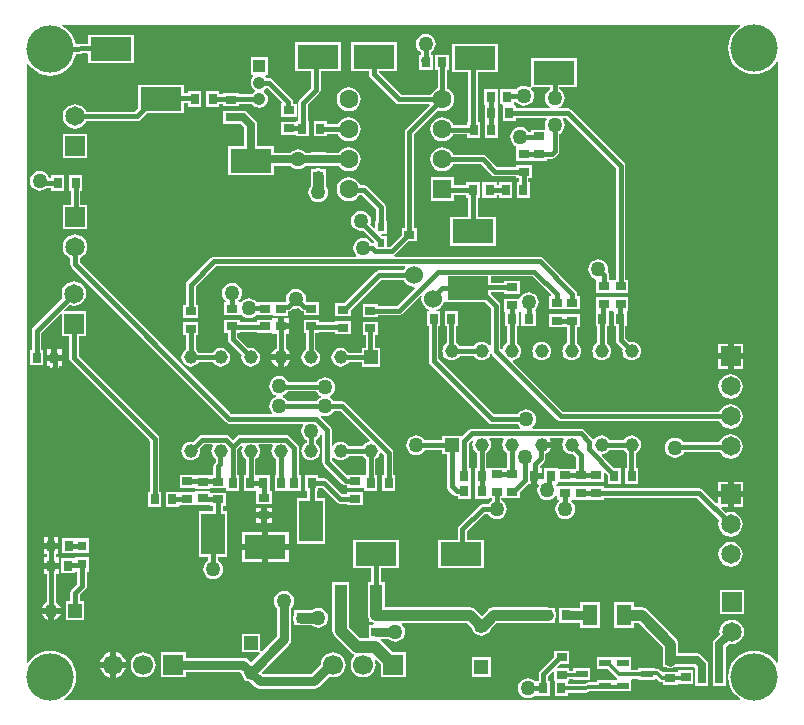
<source format=gtl>
<<<<<<< HEAD
G04*
G04 #@! TF.GenerationSoftware,Altium Limited,Altium Designer,19.1.9 (167)*
G04*
G04 Layer_Physical_Order=1*
G04 Layer_Color=255*
%FSLAX43Y43*%
%MOMM*%
G71*
G01*
G75*
%ADD14C,0.300*%
%ADD29C,1.250*%
%ADD30R,1.250X1.250*%
%ADD31C,1.150*%
%ADD32R,1.150X1.150*%
%ADD37R,1.150X1.150*%
%ADD46R,0.800X0.800*%
%ADD47R,1.300X1.800*%
%ADD48R,1.000X1.800*%
%ADD49R,0.900X0.700*%
%ADD50R,0.600X0.700*%
%ADD51R,1.000X0.600*%
%ADD52R,0.900X0.800*%
%ADD53R,3.500X2.000*%
%ADD54R,0.700X0.900*%
%ADD55R,0.800X0.900*%
%ADD56R,2.000X3.500*%
%ADD57C,0.381*%
%ADD58C,0.900*%
%ADD59C,1.000*%
%ADD60C,0.800*%
%ADD61C,0.700*%
%ADD62C,4.000*%
%ADD63R,1.651X1.651*%
%ADD64C,1.651*%
%ADD65R,1.600X1.600*%
%ADD66C,1.600*%
%ADD67C,1.159*%
%ADD68R,1.159X1.159*%
%ADD69C,1.700*%
%ADD70R,1.700X1.700*%
%ADD71C,1.050*%
%ADD72R,1.050X1.050*%
%ADD73C,1.524*%
%ADD74C,1.270*%
G36*
X60599Y57396D02*
X60630Y57273D01*
X60570Y57241D01*
X60235Y56965D01*
X59959Y56630D01*
X59755Y56247D01*
X59629Y55832D01*
X59586Y55400D01*
X59629Y54968D01*
X59755Y54553D01*
X59959Y54170D01*
X60235Y53835D01*
X60570Y53559D01*
X60953Y53355D01*
X61368Y53229D01*
X61800Y53186D01*
X62232Y53229D01*
X62647Y53355D01*
X63030Y53559D01*
X63365Y53835D01*
X63641Y54170D01*
X63673Y54230D01*
X63796Y54199D01*
X63796Y3401D01*
X63673Y3370D01*
X63641Y3430D01*
X63365Y3765D01*
X63030Y4041D01*
X62647Y4245D01*
X62232Y4371D01*
X61800Y4414D01*
X61368Y4371D01*
X60953Y4245D01*
X60570Y4041D01*
X60235Y3765D01*
X59959Y3430D01*
X59755Y3047D01*
X59629Y2632D01*
X59586Y2200D01*
X59629Y1768D01*
X59755Y1353D01*
X59959Y970D01*
X60235Y635D01*
X60570Y359D01*
X60630Y327D01*
X60599Y204D01*
X3401Y204D01*
X3370Y327D01*
X3430Y359D01*
X3765Y635D01*
X4041Y970D01*
X4245Y1353D01*
X4371Y1768D01*
X4414Y2200D01*
X4371Y2632D01*
X4245Y3047D01*
X4041Y3430D01*
X3765Y3765D01*
X3430Y4041D01*
X3047Y4245D01*
X2632Y4371D01*
X2200Y4414D01*
X1768Y4371D01*
X1353Y4245D01*
X970Y4041D01*
X635Y3765D01*
X359Y3430D01*
X327Y3370D01*
X204Y3401D01*
X204Y54099D01*
X327Y54130D01*
X359Y54070D01*
X635Y53735D01*
X970Y53459D01*
X1353Y53255D01*
X1768Y53129D01*
X2200Y53086D01*
X2632Y53129D01*
X3047Y53255D01*
X3430Y53459D01*
X3765Y53735D01*
X4041Y54070D01*
X4245Y54453D01*
X4371Y54868D01*
X4379Y54943D01*
X5306Y54963D01*
X5397Y54874D01*
Y54147D01*
X9303D01*
Y56553D01*
X5397D01*
Y55767D01*
X4367Y55746D01*
X4245Y56147D01*
X4041Y56530D01*
X3765Y56865D01*
X3430Y57141D01*
X3190Y57269D01*
X3222Y57396D01*
X60599Y57396D01*
D02*
G37*
%LPC*%
G36*
X34000Y56645D02*
X33781Y56617D01*
X33577Y56532D01*
X33402Y56398D01*
X33268Y56223D01*
X33183Y56019D01*
X33155Y55800D01*
X33183Y55581D01*
X33268Y55377D01*
X33402Y55202D01*
X33577Y55068D01*
X33599Y55059D01*
Y54853D01*
X33397D01*
Y53547D01*
X34603D01*
Y54853D01*
X34401D01*
Y55059D01*
X34423Y55068D01*
X34598Y55202D01*
X34732Y55377D01*
X34817Y55581D01*
X34845Y55800D01*
X34817Y56019D01*
X34732Y56223D01*
X34598Y56398D01*
X34423Y56532D01*
X34219Y56617D01*
X34000Y56645D01*
D02*
G37*
G36*
X46803Y54553D02*
X42897D01*
Y52272D01*
X42897Y52241D01*
X42893Y52155D01*
X42876Y52140D01*
X42794Y52126D01*
X42736Y52122D01*
X42723Y52132D01*
X42519Y52217D01*
X42300Y52245D01*
X42081Y52217D01*
X41877Y52132D01*
X41702Y51998D01*
X41630Y51904D01*
X41503Y51947D01*
Y51953D01*
X40297D01*
Y50647D01*
X40416D01*
X40497Y50553D01*
X40497Y50520D01*
Y49247D01*
X41603D01*
Y49527D01*
X44165D01*
X44227Y49400D01*
X44168Y49323D01*
X44083Y49119D01*
X44054Y48900D01*
X44083Y48681D01*
X44113Y48609D01*
X44043Y48503D01*
X42947D01*
Y48326D01*
X42729D01*
X42598Y48498D01*
X42423Y48632D01*
X42219Y48717D01*
X42000Y48745D01*
X41781Y48717D01*
X41577Y48632D01*
X41402Y48498D01*
X41268Y48323D01*
X41183Y48119D01*
X41155Y47900D01*
X41183Y47681D01*
X41268Y47477D01*
X41402Y47302D01*
X41577Y47168D01*
X41668Y47130D01*
X41647Y47003D01*
X41647D01*
Y45897D01*
X44253D01*
Y46049D01*
X44669D01*
X44823Y46079D01*
X44953Y46166D01*
X45184Y46397D01*
X45271Y46527D01*
X45301Y46681D01*
Y48159D01*
X45323Y48168D01*
X45498Y48302D01*
X45632Y48477D01*
X45717Y48681D01*
X45745Y48900D01*
X45717Y49119D01*
X45632Y49323D01*
X45573Y49400D01*
X45635Y49527D01*
X45860D01*
X50099Y45289D01*
Y35803D01*
X49880D01*
X49847Y35803D01*
X49720Y35803D01*
X49501D01*
Y36200D01*
X49471Y36354D01*
X49405Y36453D01*
X49417Y36481D01*
X49445Y36700D01*
X49417Y36919D01*
X49332Y37123D01*
X49198Y37298D01*
X49023Y37432D01*
X48819Y37517D01*
X48600Y37545D01*
X48381Y37517D01*
X48177Y37432D01*
X48002Y37298D01*
X47868Y37123D01*
X47783Y36919D01*
X47755Y36700D01*
X47783Y36481D01*
X47868Y36277D01*
X48002Y36102D01*
X48177Y35968D01*
X48357Y35893D01*
X48447Y35803D01*
Y34697D01*
X49720D01*
X49753Y34697D01*
X49880Y34697D01*
X51153D01*
Y35803D01*
X50901D01*
Y45455D01*
X50871Y45608D01*
X50784Y45739D01*
X46310Y50212D01*
X46180Y50299D01*
X46026Y50330D01*
X45322D01*
X45297Y50457D01*
X45323Y50468D01*
X45498Y50602D01*
X45632Y50777D01*
X45717Y50981D01*
X45745Y51200D01*
X45717Y51419D01*
X45632Y51623D01*
X45498Y51798D01*
X45323Y51932D01*
X45301Y51941D01*
Y52147D01*
X46803D01*
Y54553D01*
D02*
G37*
G36*
X13553Y52303D02*
X9647D01*
Y50314D01*
X9374Y50041D01*
X5247D01*
X5199Y50159D01*
X5034Y50374D01*
X4819Y50539D01*
X4569Y50642D01*
X4300Y50678D01*
X4031Y50642D01*
X3781Y50539D01*
X3566Y50374D01*
X3401Y50159D01*
X3298Y49909D01*
X3262Y49640D01*
X3298Y49371D01*
X3401Y49121D01*
X3566Y48906D01*
X3781Y48741D01*
X4031Y48638D01*
X4300Y48602D01*
X4569Y48638D01*
X4819Y48741D01*
X5034Y48906D01*
X5199Y49121D01*
X5247Y49239D01*
X9540D01*
X9694Y49269D01*
X9824Y49356D01*
X10364Y49897D01*
X13553D01*
Y50799D01*
X13897D01*
Y50447D01*
X15003D01*
Y51753D01*
X13897D01*
Y51601D01*
X13553D01*
Y52303D01*
D02*
G37*
G36*
X31553Y55903D02*
X27647D01*
Y53497D01*
X29199D01*
Y53200D01*
X29229Y53046D01*
X29316Y52916D01*
X31436Y50796D01*
X31566Y50709D01*
X31720Y50679D01*
X34265D01*
X34314Y50561D01*
X32316Y48564D01*
X32229Y48434D01*
X32199Y48280D01*
Y40153D01*
X31947D01*
Y39614D01*
X30940Y38608D01*
X30703D01*
Y39503D01*
X30278D01*
X30218Y39578D01*
X30270Y39697D01*
X30703D01*
Y40803D01*
X30601D01*
Y42000D01*
X30571Y42154D01*
X30484Y42284D01*
X29084Y43684D01*
X28954Y43771D01*
X28800Y43801D01*
X28404D01*
X28336Y43966D01*
X28175Y44175D01*
X27966Y44336D01*
X27722Y44437D01*
X27460Y44472D01*
X27198Y44437D01*
X26954Y44336D01*
X26745Y44175D01*
X26584Y43966D01*
X26483Y43722D01*
X26448Y43460D01*
X26483Y43198D01*
X26584Y42954D01*
X26745Y42745D01*
X26954Y42584D01*
X27198Y42483D01*
X27460Y42448D01*
X27722Y42483D01*
X27966Y42584D01*
X28175Y42745D01*
X28336Y42954D01*
X28355Y42999D01*
X28634D01*
X29799Y41834D01*
Y40803D01*
X29697D01*
Y40237D01*
X29579Y40188D01*
X29279Y40489D01*
X29317Y40581D01*
X29345Y40800D01*
X29317Y41019D01*
X29232Y41223D01*
X29098Y41398D01*
X28923Y41532D01*
X28719Y41617D01*
X28500Y41645D01*
X28281Y41617D01*
X28077Y41532D01*
X27902Y41398D01*
X27768Y41223D01*
X27683Y41019D01*
X27655Y40800D01*
X27683Y40581D01*
X27768Y40377D01*
X27902Y40202D01*
X28077Y40068D01*
X28281Y39983D01*
X28500Y39955D01*
X28657Y39975D01*
X29628Y39004D01*
X29582Y38882D01*
X29570Y38876D01*
X29443Y38901D01*
X29441D01*
X29432Y38923D01*
X29298Y39098D01*
X29123Y39232D01*
X28919Y39317D01*
X28700Y39345D01*
X28481Y39317D01*
X28277Y39232D01*
X28102Y39098D01*
X27968Y38923D01*
X27883Y38719D01*
X27855Y38500D01*
X27883Y38281D01*
X27968Y38077D01*
X28102Y37902D01*
X28126Y37884D01*
X28083Y37757D01*
X16056D01*
X15902Y37727D01*
X15772Y37640D01*
X13816Y35684D01*
X13729Y35554D01*
X13699Y35400D01*
Y33703D01*
X13447D01*
Y32597D01*
X14753D01*
Y33703D01*
X14501D01*
Y35234D01*
X16222Y36954D01*
X32202D01*
X32265Y36827D01*
X32157Y36687D01*
X32122Y36601D01*
X30050D01*
X29896Y36571D01*
X29766Y36484D01*
X27086Y33803D01*
X26347D01*
Y32697D01*
X27653D01*
Y33236D01*
X30216Y35799D01*
X32122D01*
X32157Y35713D01*
X32312Y35512D01*
X32513Y35357D01*
X32748Y35260D01*
X32982Y35229D01*
X33051Y35119D01*
X31534Y33601D01*
X29953D01*
Y33753D01*
X28647D01*
Y32647D01*
X29953D01*
Y32799D01*
X31700D01*
X31854Y32829D01*
X31984Y32916D01*
X33533Y34466D01*
X33654Y34406D01*
X33626Y34200D01*
X33660Y33948D01*
X33757Y33713D01*
X33912Y33512D01*
X34113Y33357D01*
X34298Y33280D01*
X34273Y33153D01*
X34097D01*
Y31847D01*
X34249D01*
Y28950D01*
X34279Y28796D01*
X34366Y28666D01*
X39316Y23716D01*
X39446Y23629D01*
X39600Y23599D01*
X41759D01*
X41768Y23577D01*
X41902Y23402D01*
X41993Y23333D01*
X41950Y23206D01*
X37904D01*
X37751Y23175D01*
X37620Y23088D01*
X37090Y22557D01*
X36963Y22610D01*
Y22614D01*
X35397D01*
Y22201D01*
X33941D01*
X33932Y22223D01*
X33798Y22398D01*
X33623Y22532D01*
X33419Y22617D01*
X33200Y22645D01*
X32981Y22617D01*
X32777Y22532D01*
X32602Y22398D01*
X32468Y22223D01*
X32383Y22019D01*
X32355Y21800D01*
X32383Y21581D01*
X32468Y21377D01*
X32602Y21202D01*
X32777Y21068D01*
X32981Y20983D01*
X33200Y20955D01*
X33419Y20983D01*
X33623Y21068D01*
X33798Y21202D01*
X33932Y21377D01*
X33941Y21399D01*
X35397D01*
Y21048D01*
X35779D01*
Y18320D01*
X35809Y18166D01*
X35896Y18036D01*
X36316Y17616D01*
X36446Y17529D01*
X36600Y17499D01*
X36697D01*
Y17247D01*
X37803D01*
Y18547D01*
X37803D01*
Y19853D01*
X37651D01*
Y21984D01*
X37903Y22235D01*
X38010Y22163D01*
X37957Y22035D01*
X37931Y21831D01*
X37957Y21627D01*
X38036Y21436D01*
X38162Y21273D01*
X38325Y21147D01*
X38334Y21144D01*
Y19853D01*
X38197D01*
Y18553D01*
X38197D01*
Y17247D01*
X39303D01*
Y17247D01*
X39409Y17297D01*
X39599D01*
Y17141D01*
X39577Y17132D01*
X39402Y16998D01*
X39268Y16823D01*
X39259Y16801D01*
X38800D01*
X38646Y16771D01*
X38516Y16684D01*
X36816Y14984D01*
X36729Y14854D01*
X36699Y14700D01*
Y13803D01*
X35047D01*
Y11397D01*
X38953D01*
Y13803D01*
X37501D01*
Y14534D01*
X38966Y15999D01*
X39259D01*
X39268Y15977D01*
X39402Y15802D01*
X39577Y15668D01*
X39781Y15583D01*
X40000Y15555D01*
X40219Y15583D01*
X40423Y15668D01*
X40598Y15802D01*
X40732Y15977D01*
X40817Y16181D01*
X40845Y16400D01*
X40817Y16619D01*
X40732Y16823D01*
X40598Y16998D01*
X40423Y17132D01*
X40401Y17141D01*
Y17297D01*
X41953D01*
Y17836D01*
X42614Y18496D01*
X42946D01*
Y19200D01*
X43200D01*
Y19454D01*
X43854D01*
Y19904D01*
X43673D01*
Y20055D01*
X44014Y20396D01*
X44101Y20526D01*
X44131Y20680D01*
Y21066D01*
X44220Y21103D01*
X44394Y21237D01*
X44528Y21411D01*
X44597Y21577D01*
X43800D01*
Y22085D01*
X44597D01*
X44528Y22251D01*
X44499Y22289D01*
X44555Y22403D01*
X45632D01*
X45695Y22276D01*
X45656Y22226D01*
X45577Y22035D01*
X45551Y21831D01*
X45577Y21627D01*
X45656Y21436D01*
X45782Y21273D01*
X45945Y21147D01*
X46136Y21068D01*
X46340Y21042D01*
X46441Y21055D01*
X46699Y20797D01*
Y19803D01*
X45203D01*
Y19853D01*
X43997D01*
Y18917D01*
X43981Y18909D01*
X43919Y18946D01*
X43454D01*
Y18496D01*
X43475D01*
X43546Y18369D01*
X43483Y18219D01*
X43454Y18000D01*
X43483Y17781D01*
X43568Y17577D01*
X43702Y17402D01*
X43877Y17268D01*
X44081Y17183D01*
X44300Y17155D01*
X44519Y17183D01*
X44723Y17268D01*
X44898Y17402D01*
X45020Y17561D01*
X45077Y17557D01*
X45147Y17526D01*
Y17197D01*
X45253D01*
X45296Y17070D01*
X45202Y16998D01*
X45068Y16823D01*
X44983Y16619D01*
X44955Y16400D01*
X44983Y16181D01*
X45068Y15977D01*
X45202Y15802D01*
X45377Y15668D01*
X45581Y15583D01*
X45800Y15555D01*
X46019Y15583D01*
X46223Y15668D01*
X46398Y15802D01*
X46532Y15977D01*
X46617Y16181D01*
X46645Y16400D01*
X46617Y16619D01*
X46532Y16823D01*
X46398Y16998D01*
X46304Y17070D01*
X46347Y17197D01*
X47747D01*
Y17197D01*
X49053D01*
Y17349D01*
X56984D01*
X58846Y15486D01*
X58798Y15369D01*
X58762Y15100D01*
X58798Y14831D01*
X58901Y14581D01*
X59066Y14366D01*
X59281Y14201D01*
X59531Y14098D01*
X59800Y14062D01*
X60069Y14098D01*
X60319Y14201D01*
X60534Y14366D01*
X60699Y14581D01*
X60802Y14831D01*
X60838Y15100D01*
X60802Y15369D01*
X60699Y15619D01*
X60534Y15834D01*
X60319Y15999D01*
X60069Y16102D01*
X59800Y16138D01*
X59531Y16102D01*
X59414Y16054D01*
X59025Y16443D01*
X59073Y16560D01*
X59546D01*
Y17386D01*
X58721D01*
Y16913D01*
X58603Y16865D01*
X57434Y18034D01*
X57304Y18121D01*
X57150Y18151D01*
X49053D01*
Y18303D01*
X47753D01*
Y18303D01*
X45219D01*
X45147Y18303D01*
X45051Y18378D01*
X45032Y18423D01*
X45024Y18433D01*
X45080Y18547D01*
X45203D01*
Y18697D01*
X47747D01*
Y18697D01*
X49053D01*
Y19463D01*
X49171Y19512D01*
X49397Y19286D01*
Y18547D01*
X50503D01*
Y19853D01*
X49964D01*
X48901Y20916D01*
X48947Y21050D01*
X49084Y21068D01*
X49275Y21147D01*
X49438Y21273D01*
X49559Y21430D01*
X50741D01*
X50862Y21273D01*
X51009Y21160D01*
Y19853D01*
X50897D01*
Y18547D01*
X52003D01*
Y19853D01*
X51811D01*
Y21146D01*
X51815Y21147D01*
X51978Y21273D01*
X52104Y21436D01*
X52183Y21627D01*
X52209Y21831D01*
X52183Y22035D01*
X52104Y22226D01*
X51978Y22389D01*
X51815Y22515D01*
X51624Y22594D01*
X51420Y22620D01*
X51216Y22594D01*
X51025Y22515D01*
X50862Y22389D01*
X50741Y22232D01*
X49559D01*
X49438Y22389D01*
X49275Y22515D01*
X49084Y22594D01*
X48880Y22620D01*
X48676Y22594D01*
X48485Y22515D01*
X48322Y22389D01*
X48274Y22327D01*
X48118Y22332D01*
X48084Y22384D01*
X47380Y23088D01*
X47249Y23175D01*
X47096Y23206D01*
X43050D01*
X43007Y23333D01*
X43098Y23402D01*
X43232Y23577D01*
X43317Y23781D01*
X43345Y24000D01*
X43317Y24219D01*
X43232Y24423D01*
X43098Y24598D01*
X42923Y24732D01*
X42719Y24817D01*
X42500Y24845D01*
X42281Y24817D01*
X42077Y24732D01*
X41902Y24598D01*
X41768Y24423D01*
X41759Y24401D01*
X39766D01*
X35051Y29116D01*
Y31847D01*
X35203D01*
Y33153D01*
X34927D01*
X34902Y33280D01*
X35087Y33357D01*
X35288Y33512D01*
X35443Y33713D01*
X35520Y33898D01*
X35647Y33897D01*
Y33897D01*
X39036D01*
X39499Y33434D01*
Y30249D01*
X39372Y30206D01*
X39278Y30327D01*
X39115Y30453D01*
X38924Y30532D01*
X38720Y30558D01*
X38516Y30532D01*
X38325Y30453D01*
X38162Y30327D01*
X38041Y30170D01*
X36859D01*
X36738Y30327D01*
X36575Y30453D01*
X36566Y30456D01*
Y31847D01*
X36703D01*
Y33153D01*
X35597D01*
Y31847D01*
X35764D01*
Y30436D01*
X35622Y30327D01*
X35496Y30164D01*
X35417Y29973D01*
X35391Y29769D01*
X35417Y29565D01*
X35496Y29374D01*
X35622Y29211D01*
X35785Y29085D01*
X35976Y29006D01*
X36180Y28980D01*
X36384Y29006D01*
X36575Y29085D01*
X36738Y29211D01*
X36859Y29368D01*
X38041D01*
X38162Y29211D01*
X38325Y29085D01*
X38516Y29006D01*
X38720Y28980D01*
X38924Y29006D01*
X39115Y29085D01*
X39278Y29211D01*
X39404Y29374D01*
X39451Y29488D01*
X39594Y29502D01*
X39616Y29469D01*
X45129Y23956D01*
X45259Y23869D01*
X45413Y23839D01*
X58853D01*
X58901Y23721D01*
X59066Y23506D01*
X59281Y23341D01*
X59531Y23238D01*
X59800Y23202D01*
X60069Y23238D01*
X60319Y23341D01*
X60534Y23506D01*
X60699Y23721D01*
X60802Y23971D01*
X60838Y24240D01*
X60802Y24509D01*
X60699Y24759D01*
X60534Y24974D01*
X60319Y25139D01*
X60069Y25242D01*
X59800Y25278D01*
X59531Y25242D01*
X59281Y25139D01*
X59066Y24974D01*
X58901Y24759D01*
X58853Y24641D01*
X45579D01*
X41356Y28864D01*
X41402Y28998D01*
X41464Y29006D01*
X41655Y29085D01*
X41818Y29211D01*
X41944Y29374D01*
X42023Y29565D01*
X42049Y29769D01*
X42023Y29973D01*
X41944Y30164D01*
X41818Y30327D01*
X41681Y30432D01*
Y31847D01*
X41903D01*
Y33097D01*
X41953D01*
Y33181D01*
X42080Y33236D01*
X42111Y33207D01*
X42097Y33153D01*
X42097D01*
Y31847D01*
X43303D01*
Y33153D01*
X43303D01*
X43269Y33280D01*
X43298Y33302D01*
X43432Y33477D01*
X43517Y33681D01*
X43545Y33900D01*
X43517Y34119D01*
X43432Y34323D01*
X43298Y34498D01*
X43123Y34632D01*
X42919Y34717D01*
X42700Y34745D01*
X42481Y34717D01*
X42277Y34632D01*
X42102Y34498D01*
X41968Y34323D01*
X41918Y34203D01*
X40647D01*
Y33097D01*
X40697D01*
Y31847D01*
X40879D01*
Y30458D01*
X40865Y30453D01*
X40702Y30327D01*
X40576Y30164D01*
X40497Y29973D01*
X40364Y29925D01*
X40301Y29974D01*
Y33600D01*
X40271Y33754D01*
X40184Y33884D01*
X39553Y34514D01*
Y34749D01*
X40647D01*
Y34597D01*
X41953D01*
Y35703D01*
X40647D01*
Y35551D01*
X39553D01*
Y36099D01*
X43034D01*
X44602Y34530D01*
X44550Y34403D01*
X44447D01*
Y33297D01*
X47053D01*
Y34403D01*
X46801D01*
Y34600D01*
X46771Y34754D01*
X46684Y34884D01*
X43928Y37640D01*
X43798Y37727D01*
X43644Y37757D01*
X31371D01*
X31333Y37884D01*
X31390Y37922D01*
X32514Y39047D01*
X33253D01*
Y40153D01*
X33001D01*
Y48114D01*
X35034Y50146D01*
X35138Y50103D01*
X35400Y50068D01*
X35662Y50103D01*
X35906Y50204D01*
X36115Y50365D01*
X36276Y50574D01*
X36377Y50818D01*
X36412Y51080D01*
X36377Y51342D01*
X36276Y51586D01*
X36115Y51795D01*
X35906Y51956D01*
X35801Y52000D01*
Y53547D01*
X36003D01*
Y54853D01*
X34797D01*
Y53547D01*
X34999D01*
Y52000D01*
X34894Y51956D01*
X34685Y51795D01*
X34524Y51586D01*
X34480Y51481D01*
X31886D01*
X30001Y53366D01*
Y53497D01*
X31553D01*
Y55903D01*
D02*
G37*
G36*
X27460Y52092D02*
X27198Y52057D01*
X26954Y51956D01*
X26745Y51795D01*
X26584Y51586D01*
X26483Y51342D01*
X26448Y51080D01*
X26483Y50818D01*
X26584Y50574D01*
X26745Y50365D01*
X26954Y50204D01*
X27198Y50103D01*
X27460Y50068D01*
X27722Y50103D01*
X27966Y50204D01*
X28175Y50365D01*
X28336Y50574D01*
X28437Y50818D01*
X28472Y51080D01*
X28437Y51342D01*
X28336Y51586D01*
X28175Y51795D01*
X27966Y51956D01*
X27722Y52057D01*
X27460Y52092D01*
D02*
G37*
G36*
X20628Y54622D02*
X19172D01*
Y53166D01*
X19367D01*
X19410Y53039D01*
X19381Y53016D01*
X19264Y52864D01*
X19191Y52687D01*
X19166Y52497D01*
X19191Y52307D01*
X19264Y52130D01*
X19381Y51978D01*
X19522Y51869D01*
X19530Y51799D01*
X19522Y51728D01*
X19381Y51619D01*
X19290Y51501D01*
X18153D01*
Y51603D01*
X16847D01*
Y51501D01*
X16503D01*
Y51753D01*
X15397D01*
Y50447D01*
X16503D01*
Y50699D01*
X16847D01*
Y50497D01*
X18153D01*
Y50699D01*
X19290D01*
X19381Y50581D01*
X19533Y50464D01*
X19710Y50391D01*
X19900Y50366D01*
X20090Y50391D01*
X20267Y50464D01*
X20419Y50581D01*
X20536Y50733D01*
X20609Y50910D01*
X20634Y51100D01*
X20609Y51290D01*
X20536Y51467D01*
X20419Y51619D01*
X20278Y51728D01*
X20270Y51799D01*
X20278Y51869D01*
X20419Y51978D01*
X20444Y52009D01*
X20612Y52020D01*
X21812Y50821D01*
X21763Y50703D01*
X21747D01*
Y49597D01*
X23053D01*
Y50703D01*
X22753D01*
Y50848D01*
X22723Y51002D01*
X22636Y51132D01*
X20980Y52788D01*
X20849Y52875D01*
X20696Y52906D01*
X20504D01*
X20419Y53016D01*
X20390Y53039D01*
X20433Y53166D01*
X20628D01*
Y54622D01*
D02*
G37*
G36*
X27460Y49552D02*
X27198Y49517D01*
X26954Y49416D01*
X26745Y49255D01*
X26584Y49046D01*
X26553Y48971D01*
X25603D01*
Y49253D01*
X24497D01*
Y47947D01*
X25603D01*
Y48169D01*
X26528D01*
X26584Y48034D01*
X26745Y47825D01*
X26954Y47664D01*
X27198Y47563D01*
X27460Y47528D01*
X27722Y47563D01*
X27966Y47664D01*
X28175Y47825D01*
X28336Y48034D01*
X28437Y48278D01*
X28472Y48540D01*
X28437Y48802D01*
X28336Y49046D01*
X28175Y49255D01*
X27966Y49416D01*
X27722Y49517D01*
X27460Y49552D01*
D02*
G37*
G36*
X40153Y55803D02*
X36247D01*
Y53397D01*
X37599D01*
Y49153D01*
X37497D01*
Y48921D01*
X36328D01*
X36276Y49046D01*
X36115Y49255D01*
X35906Y49416D01*
X35662Y49517D01*
X35400Y49552D01*
X35138Y49517D01*
X34894Y49416D01*
X34685Y49255D01*
X34524Y49046D01*
X34423Y48802D01*
X34388Y48540D01*
X34423Y48278D01*
X34524Y48034D01*
X34685Y47825D01*
X34894Y47664D01*
X35138Y47563D01*
X35400Y47528D01*
X35662Y47563D01*
X35906Y47664D01*
X36115Y47825D01*
X36276Y48034D01*
X36311Y48119D01*
X37497D01*
Y47847D01*
X38603D01*
Y49153D01*
X38401D01*
Y53397D01*
X40153D01*
Y55803D01*
D02*
G37*
G36*
X26853Y55903D02*
X22947D01*
Y53497D01*
X24299D01*
Y52066D01*
X23316Y51084D01*
X23229Y50954D01*
X23199Y50800D01*
Y49253D01*
X22997D01*
Y49203D01*
X21747D01*
Y48097D01*
X22997D01*
Y47947D01*
X24103D01*
Y49253D01*
X24001D01*
Y50634D01*
X24984Y51616D01*
X25071Y51746D01*
X25101Y51900D01*
Y53497D01*
X26853D01*
Y55903D01*
D02*
G37*
G36*
X40103Y51953D02*
X38897D01*
Y50647D01*
X38916D01*
X38997Y50553D01*
Y49247D01*
X38997D01*
X38997Y49153D01*
X38997D01*
Y47847D01*
X40103D01*
Y49153D01*
X40103D01*
X40103Y49247D01*
X40103D01*
Y50553D01*
X40103D01*
Y50647D01*
X40103D01*
Y51953D01*
D02*
G37*
G36*
X5329Y48129D02*
X3271D01*
Y46071D01*
X5329D01*
Y48129D01*
D02*
G37*
G36*
X18550Y50114D02*
X18550Y50114D01*
X17500D01*
X17446Y50103D01*
X16847D01*
Y48997D01*
X17446D01*
X17500Y48986D01*
X18316D01*
X18613Y48689D01*
Y47103D01*
X17247D01*
Y44697D01*
X21153D01*
Y45436D01*
X22576D01*
X22602Y45402D01*
X22777Y45268D01*
X22981Y45183D01*
X23200Y45155D01*
X23419Y45183D01*
X23623Y45268D01*
X23798Y45402D01*
X23824Y45436D01*
X24247D01*
Y45397D01*
X25553D01*
Y45436D01*
X26628D01*
X26745Y45285D01*
X26954Y45124D01*
X27198Y45023D01*
X27460Y44988D01*
X27722Y45023D01*
X27966Y45124D01*
X28175Y45285D01*
X28336Y45494D01*
X28437Y45738D01*
X28472Y46000D01*
X28437Y46262D01*
X28336Y46506D01*
X28175Y46715D01*
X27966Y46876D01*
X27722Y46977D01*
X27460Y47012D01*
X27198Y46977D01*
X26954Y46876D01*
X26745Y46715D01*
X26628Y46564D01*
X25553D01*
Y46603D01*
X24247D01*
Y46564D01*
X23824D01*
X23798Y46598D01*
X23623Y46732D01*
X23419Y46817D01*
X23200Y46845D01*
X22981Y46817D01*
X22777Y46732D01*
X22602Y46598D01*
X22576Y46564D01*
X21153D01*
Y47103D01*
X19741D01*
Y48923D01*
X19698Y49139D01*
X19576Y49322D01*
X19576Y49322D01*
X18949Y49949D01*
X18766Y50071D01*
X18550Y50114D01*
D02*
G37*
G36*
X1300Y45045D02*
X1081Y45017D01*
X877Y44932D01*
X702Y44798D01*
X568Y44623D01*
X483Y44419D01*
X455Y44200D01*
X483Y43981D01*
X568Y43777D01*
X702Y43602D01*
X877Y43468D01*
X1081Y43383D01*
X1300Y43355D01*
X1519Y43383D01*
X1723Y43468D01*
X1893Y43599D01*
X2297D01*
Y43347D01*
X3403D01*
Y44653D01*
X2297D01*
Y44401D01*
X2119D01*
X2117Y44419D01*
X2032Y44623D01*
X1898Y44798D01*
X1723Y44932D01*
X1519Y45017D01*
X1300Y45045D01*
D02*
G37*
G36*
X35400Y47012D02*
X35138Y46977D01*
X34894Y46876D01*
X34685Y46715D01*
X34524Y46506D01*
X34423Y46262D01*
X34388Y46000D01*
X34423Y45738D01*
X34524Y45494D01*
X34685Y45285D01*
X34894Y45124D01*
X35138Y45023D01*
X35400Y44988D01*
X35662Y45023D01*
X35906Y45124D01*
X36115Y45285D01*
X36276Y45494D01*
X36320Y45599D01*
X38634D01*
X39566Y44666D01*
X39696Y44579D01*
X39850Y44549D01*
X41647D01*
Y44397D01*
X41874D01*
Y44053D01*
X41697D01*
Y42747D01*
X42803D01*
Y44053D01*
X42676D01*
Y44397D01*
X42953D01*
Y45503D01*
X41647D01*
Y45351D01*
X40016D01*
X39084Y46284D01*
X38954Y46371D01*
X38800Y46401D01*
X36320D01*
X36276Y46506D01*
X36115Y46715D01*
X35906Y46876D01*
X35662Y46977D01*
X35400Y47012D01*
D02*
G37*
G36*
X40003Y44053D02*
X38797D01*
Y42747D01*
X40003D01*
Y42999D01*
X40197D01*
Y42747D01*
X41303D01*
Y44053D01*
X40197D01*
Y43801D01*
X40003D01*
Y44053D01*
D02*
G37*
G36*
X24900Y45259D02*
X24729Y45236D01*
X24649Y45203D01*
X24247D01*
Y44643D01*
X24241Y44600D01*
Y43718D01*
X24168Y43623D01*
X24083Y43419D01*
X24055Y43200D01*
X24083Y42981D01*
X24168Y42777D01*
X24302Y42602D01*
X24477Y42468D01*
X24681Y42383D01*
X24900Y42355D01*
X25119Y42383D01*
X25323Y42468D01*
X25498Y42602D01*
X25632Y42777D01*
X25717Y42981D01*
X25745Y43200D01*
X25717Y43419D01*
X25632Y43623D01*
X25559Y43718D01*
Y44600D01*
X25553Y44643D01*
Y45203D01*
X25151D01*
X25071Y45236D01*
X24900Y45259D01*
D02*
G37*
G36*
X4903Y44653D02*
X3797D01*
Y43347D01*
X3949D01*
Y42169D01*
X3271D01*
Y40111D01*
X5329D01*
Y42169D01*
X4751D01*
Y43347D01*
X4903D01*
Y44653D01*
D02*
G37*
G36*
X36403Y44463D02*
X34397D01*
Y42457D01*
X36403D01*
Y42999D01*
X37397D01*
Y42747D01*
X37599D01*
Y41103D01*
X36047D01*
Y38697D01*
X39953D01*
Y41103D01*
X38401D01*
Y42747D01*
X38603D01*
Y44053D01*
X37397D01*
Y43801D01*
X36403D01*
Y44463D01*
D02*
G37*
G36*
X4200Y35678D02*
X3931Y35642D01*
X3681Y35539D01*
X3466Y35374D01*
X3301Y35159D01*
X3198Y34909D01*
X3162Y34640D01*
X3198Y34371D01*
X3246Y34254D01*
X766Y31774D01*
X679Y31644D01*
X649Y31490D01*
Y29853D01*
X497D01*
Y28547D01*
X1603D01*
Y29853D01*
X1451D01*
Y31324D01*
X3054Y32926D01*
X3171Y32878D01*
Y31071D01*
X3799D01*
Y29200D01*
X3829Y29046D01*
X3916Y28916D01*
X10649Y22184D01*
Y17853D01*
X10497D01*
Y16547D01*
X11603D01*
Y17853D01*
X11451D01*
Y22350D01*
X11421Y22504D01*
X11334Y22634D01*
X4601Y29366D01*
Y31071D01*
X5229D01*
Y33129D01*
X3422D01*
X3374Y33246D01*
X3814Y33686D01*
X3931Y33638D01*
X4200Y33602D01*
X4469Y33638D01*
X4719Y33741D01*
X4934Y33906D01*
X5099Y34121D01*
X5202Y34371D01*
X5238Y34640D01*
X5202Y34909D01*
X5099Y35159D01*
X4934Y35374D01*
X4719Y35539D01*
X4469Y35642D01*
X4200Y35678D01*
D02*
G37*
G36*
X17600Y35545D02*
X17381Y35517D01*
X17177Y35432D01*
X17002Y35298D01*
X16868Y35123D01*
X16783Y34919D01*
X16755Y34700D01*
X16783Y34481D01*
X16868Y34277D01*
X17002Y34102D01*
X17096Y34030D01*
X17053Y33903D01*
X16947D01*
Y32797D01*
X18253D01*
X18253Y32797D01*
Y32797D01*
X18380Y32831D01*
X18402Y32802D01*
X18577Y32668D01*
X18781Y32583D01*
X19000Y32555D01*
X19219Y32583D01*
X19423Y32668D01*
X19598Y32802D01*
X19620Y32831D01*
X19747Y32797D01*
Y32797D01*
X21047D01*
Y32697D01*
X22353D01*
Y33117D01*
X22463Y33139D01*
X22593Y33226D01*
X22760Y33392D01*
X22781Y33383D01*
X23000Y33355D01*
X23219Y33383D01*
X23240Y33392D01*
X23407Y33226D01*
X23537Y33139D01*
X23647Y33117D01*
Y32797D01*
X24953D01*
Y33903D01*
X24179D01*
X24140Y33911D01*
X23925D01*
X23897Y33929D01*
X23822Y34024D01*
X23845Y34200D01*
X23817Y34419D01*
X23732Y34623D01*
X23598Y34798D01*
X23423Y34932D01*
X23219Y35017D01*
X23000Y35045D01*
X22781Y35017D01*
X22577Y34932D01*
X22402Y34798D01*
X22268Y34623D01*
X22183Y34419D01*
X22155Y34200D01*
X22178Y34024D01*
X22103Y33929D01*
X22075Y33911D01*
X21910D01*
X21871Y33903D01*
X21047D01*
Y33903D01*
X19747D01*
X19747Y33903D01*
Y33903D01*
X19636Y33948D01*
X19598Y33998D01*
X19423Y34132D01*
X19219Y34217D01*
X19000Y34245D01*
X18781Y34217D01*
X18577Y34132D01*
X18402Y33998D01*
X18362Y33946D01*
X18265Y33908D01*
X18173Y33927D01*
X18135Y34054D01*
X18198Y34102D01*
X18332Y34277D01*
X18417Y34481D01*
X18445Y34700D01*
X18417Y34919D01*
X18332Y35123D01*
X18198Y35298D01*
X18023Y35432D01*
X17819Y35517D01*
X17600Y35545D01*
D02*
G37*
G36*
X21446Y32554D02*
X20996D01*
Y32403D01*
X19747D01*
Y32201D01*
X18253D01*
Y32403D01*
X16947D01*
Y31297D01*
X17249D01*
Y30768D01*
X17279Y30614D01*
X17366Y30484D01*
X18416Y29434D01*
X18391Y29238D01*
X18417Y29034D01*
X18496Y28843D01*
X18622Y28680D01*
X18785Y28554D01*
X18976Y28475D01*
X19180Y28449D01*
X19384Y28475D01*
X19575Y28554D01*
X19738Y28680D01*
X19864Y28843D01*
X19943Y29034D01*
X19969Y29238D01*
X19943Y29442D01*
X19864Y29633D01*
X19738Y29796D01*
X19575Y29922D01*
X19384Y30001D01*
X19180Y30027D01*
X18984Y30002D01*
X18051Y30934D01*
Y31297D01*
X18253D01*
Y31399D01*
X19747D01*
Y31297D01*
X20996D01*
Y31246D01*
X21359D01*
Y29990D01*
X21300Y29966D01*
X21126Y29832D01*
X20992Y29658D01*
X20923Y29492D01*
X21720D01*
X22517D01*
X22448Y29658D01*
X22314Y29832D01*
X22161Y29950D01*
Y31246D01*
X22404D01*
Y31646D01*
X21700D01*
Y31900D01*
X21446D01*
Y32554D01*
D02*
G37*
G36*
X22404D02*
X21954D01*
Y32154D01*
X22404D01*
Y32554D01*
D02*
G37*
G36*
X24953Y32403D02*
X23647D01*
Y31297D01*
X23854D01*
Y29913D01*
X23702Y29796D01*
X23576Y29633D01*
X23497Y29442D01*
X23471Y29238D01*
X23497Y29034D01*
X23576Y28843D01*
X23702Y28680D01*
X23865Y28554D01*
X24056Y28475D01*
X24260Y28449D01*
X24464Y28475D01*
X24655Y28554D01*
X24818Y28680D01*
X24944Y28843D01*
X25023Y29034D01*
X25049Y29238D01*
X25023Y29442D01*
X24944Y29633D01*
X24818Y29796D01*
X24656Y29920D01*
Y31297D01*
X24953D01*
Y31399D01*
X26347D01*
Y31197D01*
X27653D01*
Y32303D01*
X26347D01*
Y32201D01*
X24953D01*
Y32403D01*
D02*
G37*
G36*
X29953Y32253D02*
X28647D01*
Y31147D01*
X28899D01*
Y30021D01*
X28557D01*
Y29639D01*
X27479D01*
X27358Y29796D01*
X27195Y29922D01*
X27004Y30001D01*
X26800Y30027D01*
X26596Y30001D01*
X26405Y29922D01*
X26242Y29796D01*
X26116Y29633D01*
X26037Y29442D01*
X26011Y29238D01*
X26037Y29034D01*
X26116Y28843D01*
X26242Y28680D01*
X26405Y28554D01*
X26596Y28475D01*
X26800Y28449D01*
X27004Y28475D01*
X27195Y28554D01*
X27358Y28680D01*
X27479Y28837D01*
X28557D01*
Y28455D01*
X30123D01*
Y30021D01*
X29701D01*
Y31147D01*
X29953D01*
Y32253D01*
D02*
G37*
G36*
X60880Y30399D02*
X60054D01*
Y29574D01*
X60880D01*
Y30399D01*
D02*
G37*
G36*
X59546D02*
X58721D01*
Y29574D01*
X59546D01*
Y30399D01*
D02*
G37*
G36*
X3154Y29904D02*
X2804D01*
Y29454D01*
X3154D01*
Y29904D01*
D02*
G37*
G36*
X2296D02*
X1946D01*
Y29454D01*
X2296D01*
Y29904D01*
D02*
G37*
G36*
X49847Y34303D02*
X49720Y34303D01*
X48447D01*
Y33197D01*
X48397Y33153D01*
X48397D01*
Y31847D01*
X48514D01*
Y30464D01*
X48485Y30453D01*
X48322Y30327D01*
X48196Y30164D01*
X48117Y29973D01*
X48091Y29769D01*
X48117Y29565D01*
X48196Y29374D01*
X48322Y29211D01*
X48485Y29085D01*
X48676Y29006D01*
X48880Y28980D01*
X49084Y29006D01*
X49275Y29085D01*
X49438Y29211D01*
X49564Y29374D01*
X49643Y29565D01*
X49669Y29769D01*
X49643Y29973D01*
X49564Y30164D01*
X49438Y30327D01*
X49316Y30421D01*
Y31847D01*
X49503D01*
Y33153D01*
X49612Y33197D01*
X49788Y33197D01*
X49897Y33091D01*
Y31847D01*
X50099D01*
Y30689D01*
X50129Y30535D01*
X50216Y30405D01*
X50656Y29965D01*
X50631Y29769D01*
X50657Y29565D01*
X50736Y29374D01*
X50862Y29211D01*
X51025Y29085D01*
X51216Y29006D01*
X51420Y28980D01*
X51624Y29006D01*
X51815Y29085D01*
X51978Y29211D01*
X52104Y29374D01*
X52183Y29565D01*
X52209Y29769D01*
X52183Y29973D01*
X52104Y30164D01*
X51978Y30327D01*
X51815Y30453D01*
X51624Y30532D01*
X51420Y30558D01*
X51224Y30533D01*
X50901Y30855D01*
Y31847D01*
X51003D01*
Y33153D01*
X51112Y33197D01*
X51153D01*
Y34303D01*
X49880D01*
X49847Y34303D01*
D02*
G37*
G36*
X47053Y32903D02*
X44447D01*
Y31797D01*
X45969D01*
Y30462D01*
X45945Y30453D01*
X45782Y30327D01*
X45656Y30164D01*
X45577Y29973D01*
X45551Y29769D01*
X45577Y29565D01*
X45656Y29374D01*
X45782Y29211D01*
X45945Y29085D01*
X46136Y29006D01*
X46340Y28980D01*
X46544Y29006D01*
X46735Y29085D01*
X46898Y29211D01*
X47024Y29374D01*
X47103Y29565D01*
X47129Y29769D01*
X47103Y29973D01*
X47024Y30164D01*
X46898Y30327D01*
X46771Y30425D01*
Y31797D01*
X47053D01*
Y32903D01*
D02*
G37*
G36*
X43800Y30558D02*
X43596Y30532D01*
X43405Y30453D01*
X43242Y30327D01*
X43116Y30164D01*
X43037Y29973D01*
X43011Y29769D01*
X43037Y29565D01*
X43116Y29374D01*
X43242Y29211D01*
X43405Y29085D01*
X43596Y29006D01*
X43800Y28980D01*
X44004Y29006D01*
X44195Y29085D01*
X44358Y29211D01*
X44484Y29374D01*
X44563Y29565D01*
X44589Y29769D01*
X44563Y29973D01*
X44484Y30164D01*
X44358Y30327D01*
X44195Y30453D01*
X44004Y30532D01*
X43800Y30558D01*
D02*
G37*
G36*
X14753Y32203D02*
X13447D01*
Y31097D01*
X13699D01*
Y29917D01*
X13542Y29796D01*
X13416Y29633D01*
X13337Y29442D01*
X13311Y29238D01*
X13337Y29034D01*
X13416Y28843D01*
X13542Y28680D01*
X13705Y28554D01*
X13896Y28475D01*
X14100Y28449D01*
X14304Y28475D01*
X14495Y28554D01*
X14658Y28680D01*
X14779Y28837D01*
X15961D01*
X16082Y28680D01*
X16245Y28554D01*
X16436Y28475D01*
X16640Y28449D01*
X16844Y28475D01*
X17035Y28554D01*
X17198Y28680D01*
X17324Y28843D01*
X17403Y29034D01*
X17429Y29238D01*
X17403Y29442D01*
X17324Y29633D01*
X17198Y29796D01*
X17035Y29922D01*
X16844Y30001D01*
X16640Y30027D01*
X16436Y30001D01*
X16245Y29922D01*
X16082Y29796D01*
X15961Y29639D01*
X14779D01*
X14658Y29796D01*
X14501Y29917D01*
Y31097D01*
X14753D01*
Y32203D01*
D02*
G37*
G36*
X22517Y28984D02*
X21974D01*
Y28441D01*
X22140Y28510D01*
X22314Y28644D01*
X22448Y28818D01*
X22517Y28984D01*
D02*
G37*
G36*
X21466D02*
X20923D01*
X20992Y28818D01*
X21126Y28644D01*
X21300Y28510D01*
X21466Y28441D01*
Y28984D01*
D02*
G37*
G36*
X60880Y29066D02*
X60054D01*
Y28240D01*
X60880D01*
Y29066D01*
D02*
G37*
G36*
X59546D02*
X58721D01*
Y28240D01*
X59546D01*
Y29066D01*
D02*
G37*
G36*
X3154Y28946D02*
X2550D01*
X1946D01*
Y28496D01*
X2174D01*
Y27825D01*
X2204Y27671D01*
X2291Y27541D01*
X2316Y27516D01*
X2446Y27429D01*
X2600Y27399D01*
X2754Y27429D01*
X2884Y27516D01*
X2971Y27646D01*
X3001Y27800D01*
X2976Y27926D01*
Y28496D01*
X3154D01*
Y28946D01*
D02*
G37*
G36*
X59800Y27818D02*
X59531Y27782D01*
X59281Y27679D01*
X59066Y27514D01*
X58901Y27299D01*
X58798Y27049D01*
X58762Y26780D01*
X58798Y26511D01*
X58901Y26261D01*
X59066Y26046D01*
X59281Y25881D01*
X59531Y25778D01*
X59800Y25742D01*
X60069Y25778D01*
X60319Y25881D01*
X60534Y26046D01*
X60699Y26261D01*
X60802Y26511D01*
X60838Y26780D01*
X60802Y27049D01*
X60699Y27299D01*
X60534Y27514D01*
X60319Y27679D01*
X60069Y27782D01*
X59800Y27818D01*
D02*
G37*
G36*
X22123Y22675D02*
X18257D01*
X18103Y22644D01*
X17973Y22557D01*
X17650Y22234D01*
X17327Y22557D01*
X17197Y22644D01*
X17043Y22675D01*
X15073D01*
X14920Y22644D01*
X14789Y22557D01*
X14296Y22064D01*
X14100Y22089D01*
X13896Y22063D01*
X13705Y21984D01*
X13542Y21858D01*
X13416Y21695D01*
X13337Y21504D01*
X13311Y21300D01*
X13337Y21096D01*
X13416Y20905D01*
X13542Y20742D01*
X13705Y20616D01*
X13896Y20537D01*
X14100Y20511D01*
X14304Y20537D01*
X14495Y20616D01*
X14658Y20742D01*
X14784Y20905D01*
X14863Y21096D01*
X14889Y21300D01*
X14864Y21496D01*
X15239Y21872D01*
X15932D01*
X15995Y21745D01*
X15956Y21695D01*
X15877Y21504D01*
X15851Y21300D01*
X15877Y21096D01*
X15956Y20905D01*
X16082Y20742D01*
X16199Y20652D01*
Y20366D01*
X16116Y20284D01*
X16029Y20154D01*
X15999Y20000D01*
Y19253D01*
X15753D01*
Y19303D01*
X14453D01*
Y19303D01*
X13147D01*
Y18197D01*
X14447D01*
Y18097D01*
X15753D01*
Y18147D01*
X17053D01*
X17097Y18038D01*
Y17947D01*
X18203D01*
Y19253D01*
X18051D01*
Y21500D01*
X18361Y21810D01*
X18418Y21801D01*
X18448Y21761D01*
X18483Y21662D01*
X18417Y21504D01*
X18391Y21300D01*
X18417Y21096D01*
X18496Y20905D01*
X18622Y20742D01*
X18764Y20633D01*
Y19253D01*
X18597D01*
Y17947D01*
X19538D01*
X19647Y17903D01*
Y16797D01*
X20953D01*
Y17903D01*
X20912D01*
X20803Y17947D01*
Y19253D01*
X19566D01*
Y20613D01*
X19575Y20616D01*
X19738Y20742D01*
X19864Y20905D01*
X19943Y21096D01*
X19969Y21300D01*
X19943Y21504D01*
X19864Y21695D01*
X19825Y21745D01*
X19888Y21872D01*
X21012D01*
X21075Y21745D01*
X21036Y21695D01*
X20957Y21504D01*
X20931Y21300D01*
X20957Y21096D01*
X21036Y20905D01*
X21162Y20742D01*
X21325Y20616D01*
X21334Y20613D01*
Y19253D01*
X21197D01*
Y17947D01*
X22303D01*
Y17947D01*
X23403D01*
Y19253D01*
X23251D01*
Y21546D01*
X23221Y21700D01*
X23134Y21830D01*
X22407Y22557D01*
X22277Y22644D01*
X22123Y22675D01*
D02*
G37*
G36*
X59800Y22738D02*
X59531Y22702D01*
X59281Y22599D01*
X59066Y22434D01*
X58901Y22219D01*
X58832Y22051D01*
X55810D01*
X55698Y22198D01*
X55523Y22332D01*
X55319Y22417D01*
X55100Y22445D01*
X54881Y22417D01*
X54677Y22332D01*
X54502Y22198D01*
X54368Y22023D01*
X54283Y21819D01*
X54255Y21600D01*
X54283Y21381D01*
X54368Y21177D01*
X54502Y21002D01*
X54677Y20868D01*
X54881Y20783D01*
X55100Y20755D01*
X55319Y20783D01*
X55523Y20868D01*
X55698Y21002D01*
X55832Y21177D01*
X55862Y21249D01*
X58874D01*
X58901Y21181D01*
X59066Y20966D01*
X59281Y20801D01*
X59531Y20698D01*
X59800Y20662D01*
X60069Y20698D01*
X60319Y20801D01*
X60534Y20966D01*
X60699Y21181D01*
X60802Y21431D01*
X60838Y21700D01*
X60802Y21969D01*
X60699Y22219D01*
X60534Y22434D01*
X60319Y22599D01*
X60069Y22702D01*
X59800Y22738D01*
D02*
G37*
G36*
X4300Y39638D02*
X4031Y39602D01*
X3781Y39499D01*
X3566Y39334D01*
X3401Y39119D01*
X3298Y38869D01*
X3262Y38600D01*
X3298Y38331D01*
X3401Y38081D01*
X3566Y37866D01*
X3781Y37701D01*
X3899Y37653D01*
Y37100D01*
X3929Y36946D01*
X4016Y36816D01*
X17087Y23745D01*
X17218Y23658D01*
X17371Y23627D01*
X23565D01*
X23627Y23500D01*
X23568Y23423D01*
X23483Y23219D01*
X23455Y23000D01*
X23483Y22781D01*
X23568Y22577D01*
X23702Y22402D01*
X23877Y22268D01*
X23899Y22259D01*
Y21997D01*
X23865Y21984D01*
X23702Y21858D01*
X23576Y21695D01*
X23497Y21504D01*
X23471Y21300D01*
X23497Y21096D01*
X23576Y20905D01*
X23702Y20742D01*
X23865Y20616D01*
X24056Y20537D01*
X24260Y20511D01*
X24464Y20537D01*
X24655Y20616D01*
X24818Y20742D01*
X24944Y20905D01*
X25023Y21096D01*
X25049Y21300D01*
X25023Y21504D01*
X24944Y21695D01*
X24818Y21858D01*
X24701Y21948D01*
Y22259D01*
X24723Y22268D01*
X24898Y22402D01*
X25032Y22577D01*
X25117Y22781D01*
X25238Y22757D01*
Y20361D01*
X25269Y20207D01*
X25356Y20077D01*
X26916Y18516D01*
X27046Y18429D01*
X27200Y18399D01*
X27347D01*
Y18197D01*
X28653D01*
Y19303D01*
X27347D01*
X27347Y19303D01*
Y19303D01*
X27230Y19337D01*
X26041Y20527D01*
Y20795D01*
X26168Y20838D01*
X26242Y20742D01*
X26405Y20616D01*
X26596Y20537D01*
X26800Y20511D01*
X27004Y20537D01*
X27195Y20616D01*
X27358Y20742D01*
X27479Y20899D01*
X28661D01*
X28782Y20742D01*
X28919Y20637D01*
Y19253D01*
X28797D01*
Y17947D01*
X29903D01*
Y19253D01*
X29721D01*
Y20611D01*
X29735Y20616D01*
X29898Y20742D01*
X30024Y20905D01*
X30103Y21096D01*
X30111Y21158D01*
X30245Y21204D01*
X30449Y21000D01*
Y19253D01*
X30297D01*
Y17947D01*
X31403D01*
Y19253D01*
X31251D01*
Y21166D01*
X31221Y21320D01*
X31134Y21450D01*
X27200Y25384D01*
X27070Y25471D01*
X26916Y25501D01*
X26241D01*
X26232Y25523D01*
X26098Y25698D01*
X25923Y25832D01*
X25912Y25837D01*
Y25963D01*
X25923Y25968D01*
X26098Y26102D01*
X26232Y26277D01*
X26317Y26481D01*
X26345Y26700D01*
X26317Y26919D01*
X26232Y27123D01*
X26098Y27298D01*
X25923Y27432D01*
X25719Y27517D01*
X25500Y27545D01*
X25281Y27517D01*
X25077Y27432D01*
X24902Y27298D01*
X24790Y27151D01*
X22352D01*
X22323Y27223D01*
X22188Y27398D01*
X22013Y27532D01*
X21809Y27617D01*
X21590Y27645D01*
X21372Y27617D01*
X21168Y27532D01*
X20993Y27398D01*
X20858Y27223D01*
X20774Y27019D01*
X20745Y26800D01*
X20774Y26581D01*
X20858Y26377D01*
X20993Y26202D01*
X21168Y26068D01*
X21286Y26019D01*
Y25881D01*
X21168Y25832D01*
X20993Y25698D01*
X20858Y25523D01*
X20774Y25319D01*
X20745Y25100D01*
X20774Y24881D01*
X20858Y24677D01*
X20951Y24557D01*
X20888Y24430D01*
X17538D01*
X4701Y37266D01*
Y37653D01*
X4819Y37701D01*
X5034Y37866D01*
X5199Y38081D01*
X5302Y38331D01*
X5338Y38600D01*
X5302Y38869D01*
X5199Y39119D01*
X5034Y39334D01*
X4819Y39499D01*
X4569Y39602D01*
X4300Y39638D01*
D02*
G37*
G36*
X60880Y18719D02*
X60054D01*
Y17894D01*
X60880D01*
Y18719D01*
D02*
G37*
G36*
X59546D02*
X58721D01*
Y17894D01*
X59546D01*
Y18719D01*
D02*
G37*
G36*
X15753Y17903D02*
X14447D01*
Y17803D01*
X13147D01*
X13103Y17853D01*
Y17853D01*
X11997D01*
Y16547D01*
X13103D01*
Y16588D01*
X13147Y16697D01*
X14447D01*
Y16697D01*
X15747D01*
Y16647D01*
X15999D01*
Y16253D01*
X14797D01*
Y12347D01*
X15599D01*
Y12041D01*
X15577Y12032D01*
X15402Y11898D01*
X15268Y11723D01*
X15183Y11519D01*
X15155Y11300D01*
X15183Y11081D01*
X15268Y10877D01*
X15402Y10702D01*
X15577Y10568D01*
X15781Y10483D01*
X16000Y10455D01*
X16219Y10483D01*
X16423Y10568D01*
X16598Y10702D01*
X16732Y10877D01*
X16817Y11081D01*
X16845Y11300D01*
X16817Y11519D01*
X16732Y11723D01*
X16598Y11898D01*
X16423Y12032D01*
X16401Y12041D01*
Y12347D01*
X17203D01*
Y16253D01*
X16801D01*
Y16647D01*
X17053D01*
Y17753D01*
X15753D01*
Y17903D01*
D02*
G37*
G36*
X24903Y19253D02*
X23797D01*
Y17947D01*
X23949D01*
Y17353D01*
X23097D01*
Y13447D01*
X25503D01*
Y17353D01*
X24751D01*
Y17947D01*
X24903D01*
Y18199D01*
X25234D01*
X26466Y16966D01*
X26596Y16879D01*
X26750Y16849D01*
X27347D01*
Y16697D01*
X28653D01*
Y17803D01*
X27347D01*
Y17651D01*
X26916D01*
X25684Y18884D01*
X25554Y18971D01*
X25400Y19001D01*
X24903D01*
Y19253D01*
D02*
G37*
G36*
X60880Y17386D02*
X60054D01*
Y16560D01*
X60880D01*
Y17386D01*
D02*
G37*
G36*
X21004Y16454D02*
X20554D01*
Y16104D01*
X21004D01*
Y16454D01*
D02*
G37*
G36*
X20046D02*
X19596D01*
Y16104D01*
X20046D01*
Y16454D01*
D02*
G37*
G36*
X21004Y15596D02*
X20554D01*
Y15246D01*
X21004D01*
Y15596D01*
D02*
G37*
G36*
X20046D02*
X19596D01*
Y15246D01*
X20046D01*
Y15596D01*
D02*
G37*
G36*
X2854Y14004D02*
X2504D01*
Y13554D01*
X2854D01*
Y14004D01*
D02*
G37*
G36*
X1996D02*
X1646D01*
Y13554D01*
X1996D01*
Y14004D01*
D02*
G37*
G36*
X22404Y14454D02*
X20654D01*
Y13454D01*
X22404D01*
Y14454D01*
D02*
G37*
G36*
X20146D02*
X18396D01*
Y13454D01*
X20146D01*
Y14454D01*
D02*
G37*
G36*
X4303Y13953D02*
X3197D01*
Y12647D01*
X4303D01*
Y12697D01*
X5503D01*
Y13903D01*
X4303D01*
Y13953D01*
D02*
G37*
G36*
X22404Y12946D02*
X20654D01*
Y11946D01*
X22404D01*
Y12946D01*
D02*
G37*
G36*
X20146D02*
X18396D01*
Y11946D01*
X20146D01*
Y12946D01*
D02*
G37*
G36*
X2854Y13046D02*
X2250D01*
X1646D01*
Y12596D01*
X1899D01*
Y12304D01*
X1646D01*
Y11854D01*
X2300D01*
X2954D01*
Y12304D01*
X2701D01*
Y12596D01*
X2854D01*
Y13046D01*
D02*
G37*
G36*
X59800Y13598D02*
X59531Y13562D01*
X59281Y13459D01*
X59066Y13294D01*
X58901Y13079D01*
X58798Y12829D01*
X58762Y12560D01*
X58798Y12291D01*
X58901Y12041D01*
X59066Y11826D01*
X59281Y11661D01*
X59531Y11558D01*
X59800Y11522D01*
X60069Y11558D01*
X60319Y11661D01*
X60534Y11826D01*
X60699Y12041D01*
X60802Y12291D01*
X60838Y12560D01*
X60802Y12829D01*
X60699Y13079D01*
X60534Y13294D01*
X60319Y13459D01*
X60069Y13562D01*
X59800Y13598D01*
D02*
G37*
G36*
X2954Y11346D02*
X2300D01*
X1646D01*
Y10896D01*
X1899D01*
Y8531D01*
X1882Y8524D01*
X1709Y8391D01*
X1576Y8218D01*
X1508Y8054D01*
X2300D01*
X3092D01*
X3024Y8218D01*
X2891Y8391D01*
X2718Y8524D01*
X2701Y8531D01*
Y10896D01*
X2954D01*
Y11346D01*
D02*
G37*
G36*
X48753Y8503D02*
X47047D01*
Y8015D01*
X46403D01*
Y8053D01*
X45297D01*
Y7658D01*
X45282Y7635D01*
X45235Y7400D01*
X45282Y7165D01*
X45297Y7142D01*
Y6747D01*
X46403D01*
Y6785D01*
X47047D01*
Y6297D01*
X48753D01*
Y8503D01*
D02*
G37*
G36*
X60929Y9569D02*
X58871D01*
Y7511D01*
X60929D01*
Y9569D01*
D02*
G37*
G36*
X5503Y12303D02*
X4297D01*
Y12253D01*
X3097D01*
Y10947D01*
X4303D01*
Y11097D01*
X4499D01*
Y10066D01*
X4016Y9584D01*
X3929Y9454D01*
X3899Y9300D01*
Y8578D01*
X3522D01*
Y7022D01*
X5078D01*
Y8578D01*
X4701D01*
Y9134D01*
X5184Y9616D01*
X5271Y9746D01*
X5301Y9900D01*
Y11097D01*
X5503D01*
Y12303D01*
D02*
G37*
G36*
X3092Y7546D02*
X2554D01*
Y7008D01*
X2718Y7076D01*
X2891Y7209D01*
X3024Y7382D01*
X3092Y7546D01*
D02*
G37*
G36*
X2046D02*
X1508D01*
X1576Y7382D01*
X1709Y7209D01*
X1882Y7076D01*
X2046Y7008D01*
Y7546D01*
D02*
G37*
G36*
X24900Y8045D02*
X24681Y8017D01*
X24477Y7932D01*
X24382Y7859D01*
X23400D01*
X23357Y7853D01*
X22797D01*
Y7451D01*
X22764Y7371D01*
X22741Y7200D01*
X22764Y7029D01*
X22797Y6949D01*
Y6547D01*
X23357D01*
X23400Y6541D01*
X24382D01*
X24477Y6468D01*
X24681Y6383D01*
X24900Y6355D01*
X25119Y6383D01*
X25323Y6468D01*
X25498Y6602D01*
X25632Y6777D01*
X25717Y6981D01*
X25745Y7200D01*
X25717Y7419D01*
X25632Y7623D01*
X25498Y7798D01*
X25323Y7932D01*
X25119Y8017D01*
X24900Y8045D01*
D02*
G37*
G36*
X31753Y13803D02*
X27847D01*
Y11397D01*
X29399D01*
Y10203D01*
X29097D01*
Y9146D01*
X29091Y9100D01*
Y7400D01*
X29115Y7216D01*
X29147Y7139D01*
Y6797D01*
X29431D01*
X29445Y6786D01*
X29579Y6730D01*
X29554Y6603D01*
X29147D01*
Y5462D01*
X28441D01*
X27509Y6394D01*
Y9100D01*
X27503Y9146D01*
Y10203D01*
X26097D01*
Y9146D01*
X26091Y9100D01*
Y6100D01*
X26115Y5916D01*
X26186Y5745D01*
X26298Y5598D01*
X27645Y4252D01*
X27792Y4139D01*
X27917Y4087D01*
X27946Y3962D01*
X27943Y3944D01*
X27780Y3731D01*
X27674Y3475D01*
X27638Y3200D01*
X27674Y2925D01*
X27780Y2669D01*
X27949Y2449D01*
X28169Y2280D01*
X28425Y2174D01*
X28700Y2138D01*
X28975Y2174D01*
X29231Y2280D01*
X29451Y2449D01*
X29620Y2669D01*
X29726Y2925D01*
X29762Y3200D01*
X29726Y3475D01*
X29686Y3571D01*
X29794Y3643D01*
X30187Y3250D01*
Y2147D01*
X32293D01*
Y4253D01*
X31190D01*
X30188Y5255D01*
X30184Y5258D01*
X30227Y5385D01*
X30825D01*
X30977Y5268D01*
X31181Y5183D01*
X31400Y5155D01*
X31619Y5183D01*
X31823Y5268D01*
X31998Y5402D01*
X32132Y5577D01*
X32217Y5781D01*
X32245Y6000D01*
X32217Y6219D01*
X32132Y6423D01*
X31998Y6598D01*
X31977Y6614D01*
X32020Y6741D01*
X37499D01*
X37884Y6357D01*
X37893Y6284D01*
X37977Y6082D01*
X38109Y5909D01*
X38282Y5777D01*
X38484Y5693D01*
X38700Y5665D01*
X38916Y5693D01*
X39118Y5777D01*
X39291Y5909D01*
X39423Y6082D01*
X39501Y6269D01*
X39973Y6741D01*
X44350D01*
X44393Y6747D01*
X44903D01*
Y7048D01*
X44921Y7071D01*
X44986Y7229D01*
X45009Y7400D01*
X44986Y7571D01*
X44921Y7729D01*
X44903Y7752D01*
Y8053D01*
X44393D01*
X44350Y8059D01*
X39700D01*
X39529Y8036D01*
X39371Y7971D01*
X39234Y7866D01*
X38736Y7368D01*
X38238Y7866D01*
X38101Y7971D01*
X37943Y8036D01*
X37772Y8059D01*
X30509D01*
Y9100D01*
X30503Y9146D01*
Y10203D01*
X30201D01*
Y11397D01*
X31753D01*
Y13803D01*
D02*
G37*
G36*
X59900Y7038D02*
X59631Y7002D01*
X59381Y6899D01*
X59166Y6734D01*
X59001Y6519D01*
X58898Y6269D01*
X58862Y6000D01*
X58890Y5788D01*
X58451Y5349D01*
X58329Y5166D01*
X58286Y4950D01*
X58286Y4950D01*
Y2100D01*
X58297Y2046D01*
Y1447D01*
X59403D01*
Y2046D01*
X59414Y2100D01*
Y4716D01*
X59688Y4990D01*
X59900Y4962D01*
X60169Y4998D01*
X60419Y5101D01*
X60634Y5266D01*
X60799Y5481D01*
X60902Y5731D01*
X60938Y6000D01*
X60902Y6269D01*
X60799Y6519D01*
X60634Y6734D01*
X60419Y6899D01*
X60169Y7002D01*
X59900Y7038D01*
D02*
G37*
G36*
X22000Y9445D02*
X21781Y9417D01*
X21577Y9332D01*
X21402Y9198D01*
X21268Y9023D01*
X21183Y8819D01*
X21155Y8600D01*
X21183Y8381D01*
X21268Y8177D01*
X21385Y8025D01*
Y7200D01*
Y5605D01*
X20105Y4325D01*
X19978Y4378D01*
Y5828D01*
X18422D01*
Y4272D01*
X19872D01*
X19925Y4145D01*
X19203Y3423D01*
X18991Y3635D01*
X18792Y3768D01*
X18556Y3815D01*
X13653D01*
Y4253D01*
X11547D01*
Y2147D01*
X13653D01*
Y2585D01*
X18302D01*
X18427Y2460D01*
X18442Y2347D01*
X18520Y2158D01*
X18645Y1995D01*
X18808Y1870D01*
X18997Y1792D01*
X19102Y1778D01*
X19515Y1365D01*
X19715Y1232D01*
X19950Y1185D01*
X24516D01*
X24752Y1232D01*
X24951Y1365D01*
X25797Y2211D01*
X25885Y2174D01*
X26160Y2138D01*
X26435Y2174D01*
X26691Y2280D01*
X26911Y2449D01*
X27080Y2669D01*
X27186Y2925D01*
X27222Y3200D01*
X27186Y3475D01*
X27080Y3731D01*
X26911Y3951D01*
X26691Y4120D01*
X26435Y4226D01*
X26160Y4262D01*
X25885Y4226D01*
X25629Y4120D01*
X25409Y3951D01*
X25240Y3731D01*
X25134Y3475D01*
X25105Y3259D01*
X24262Y2415D01*
X20205D01*
X20070Y2550D01*
X22435Y4915D01*
X22568Y5115D01*
X22615Y5350D01*
Y7200D01*
Y8025D01*
X22732Y8177D01*
X22817Y8381D01*
X22845Y8600D01*
X22817Y8819D01*
X22732Y9023D01*
X22598Y9198D01*
X22423Y9332D01*
X22219Y9417D01*
X22000Y9445D01*
D02*
G37*
G36*
X7774Y4280D02*
Y3454D01*
X8600D01*
X8596Y3488D01*
X8484Y3757D01*
X8307Y3987D01*
X8077Y4164D01*
X7808Y4276D01*
X7774Y4280D01*
D02*
G37*
G36*
X7266Y4280D02*
X7232Y4276D01*
X6963Y4164D01*
X6733Y3987D01*
X6556Y3757D01*
X6444Y3488D01*
X6440Y3454D01*
X7266D01*
Y4280D01*
D02*
G37*
G36*
X39528Y3828D02*
X37872D01*
Y2172D01*
X39528D01*
Y3828D01*
D02*
G37*
G36*
X10060Y4262D02*
X9785Y4226D01*
X9529Y4120D01*
X9309Y3951D01*
X9140Y3731D01*
X9034Y3475D01*
X8998Y3200D01*
X9034Y2925D01*
X9140Y2669D01*
X9309Y2449D01*
X9529Y2280D01*
X9785Y2174D01*
X10060Y2138D01*
X10335Y2174D01*
X10591Y2280D01*
X10811Y2449D01*
X10980Y2669D01*
X11086Y2925D01*
X11122Y3200D01*
X11086Y3475D01*
X10980Y3731D01*
X10811Y3951D01*
X10591Y4120D01*
X10335Y4226D01*
X10060Y4262D01*
D02*
G37*
G36*
X7266Y2946D02*
X6440D01*
X6444Y2912D01*
X6556Y2643D01*
X6733Y2413D01*
X6963Y2236D01*
X7232Y2124D01*
X7266Y2120D01*
Y2946D01*
D02*
G37*
G36*
X8600D02*
X7774D01*
Y2120D01*
X7808Y2124D01*
X8077Y2236D01*
X8307Y2413D01*
X8484Y2643D01*
X8596Y2912D01*
X8600Y2946D01*
D02*
G37*
G36*
X46153Y4403D02*
X44847D01*
Y3864D01*
X43666Y2684D01*
X43579Y2554D01*
X43549Y2400D01*
Y1853D01*
X43397D01*
Y1812D01*
X43270Y1769D01*
X43248Y1798D01*
X43073Y1932D01*
X42869Y2017D01*
X42650Y2045D01*
X42431Y2017D01*
X42227Y1932D01*
X42052Y1798D01*
X41918Y1623D01*
X41833Y1419D01*
X41805Y1200D01*
X41833Y981D01*
X41918Y777D01*
X42052Y602D01*
X42227Y468D01*
X42431Y383D01*
X42650Y355D01*
X42869Y383D01*
X43073Y468D01*
X43248Y602D01*
X43270Y631D01*
X43397Y588D01*
Y547D01*
X44503D01*
Y1853D01*
X44351D01*
Y2234D01*
X44729Y2612D01*
X44847Y2563D01*
Y1797D01*
X44897D01*
Y547D01*
X46003D01*
Y840D01*
X47600D01*
X47738Y867D01*
X47855Y945D01*
X47899Y990D01*
X48497D01*
Y947D01*
X49903D01*
Y947D01*
X49997D01*
Y947D01*
X51403D01*
Y1913D01*
X51403Y1953D01*
X51494Y2040D01*
X51997D01*
Y1897D01*
X53403D01*
Y2008D01*
X53530Y2061D01*
X53745Y1845D01*
X53862Y1767D01*
X54000Y1740D01*
X54047D01*
Y1497D01*
X55353D01*
Y1597D01*
X56653D01*
Y2803D01*
X55347D01*
Y2603D01*
X54047D01*
X54047Y2603D01*
Y2603D01*
X53946Y2663D01*
X53855Y2755D01*
X53738Y2833D01*
X53600Y2860D01*
X53403D01*
Y2903D01*
X51997D01*
Y2760D01*
X51494D01*
X51403Y2847D01*
Y3853D01*
X49997D01*
X49997Y3853D01*
X49903D01*
Y3853D01*
X49870Y3853D01*
X48497D01*
Y2847D01*
X49394D01*
X50095Y2145D01*
X50193Y2080D01*
X50187Y1997D01*
X50172Y1953D01*
X49997D01*
Y1953D01*
X49903D01*
Y1953D01*
X48497D01*
Y1710D01*
X47750D01*
X47612Y1683D01*
X47495Y1605D01*
X47451Y1560D01*
X46003D01*
Y1797D01*
X46153D01*
Y1965D01*
X46497D01*
Y1897D01*
X47903D01*
Y2903D01*
X46497D01*
Y2685D01*
X46153D01*
Y2903D01*
X45187D01*
X45138Y3021D01*
X45414Y3297D01*
X46153D01*
Y4403D01*
D02*
G37*
G36*
X51653Y8503D02*
X49947D01*
Y6297D01*
X51653D01*
Y6741D01*
X52027D01*
X54041Y4727D01*
Y3550D01*
X54047Y3507D01*
Y2997D01*
X54348D01*
X54371Y2979D01*
X54529Y2914D01*
X54700Y2891D01*
X54871Y2914D01*
X55029Y2979D01*
X55052Y2997D01*
X56653D01*
Y2997D01*
X56770Y2972D01*
X56786Y2956D01*
Y2100D01*
X56797Y2046D01*
Y1447D01*
X57903D01*
Y2046D01*
X57914Y2100D01*
Y3190D01*
X57914Y3190D01*
X57871Y3406D01*
X57749Y3589D01*
X57749Y3589D01*
X57339Y3999D01*
X57156Y4121D01*
X56940Y4164D01*
X56940Y4164D01*
X56653D01*
Y4203D01*
X55359D01*
Y5000D01*
X55336Y5171D01*
X55271Y5329D01*
X55166Y5466D01*
X52866Y7766D01*
X52809Y7809D01*
X52766Y7866D01*
X52629Y7971D01*
X52471Y8036D01*
X52300Y8059D01*
X51653D01*
Y8503D01*
D02*
G37*
%LPD*%
G36*
X44499Y51941D02*
X44477Y51932D01*
X44302Y51798D01*
X44168Y51623D01*
X44083Y51419D01*
X44055Y51200D01*
X44083Y50981D01*
X44168Y50777D01*
X44302Y50602D01*
X44477Y50468D01*
X44503Y50457D01*
X44478Y50330D01*
X41603D01*
Y50553D01*
X41584D01*
X41503Y50647D01*
X41503Y50680D01*
Y50853D01*
X41630Y50896D01*
X41702Y50802D01*
X41877Y50668D01*
X42081Y50583D01*
X42300Y50555D01*
X42519Y50583D01*
X42723Y50668D01*
X42898Y50802D01*
X43032Y50977D01*
X43117Y51181D01*
X43145Y51400D01*
X43117Y51619D01*
X43032Y51823D01*
X42902Y51993D01*
X42898Y51998D01*
X42896Y52026D01*
X43008Y52147D01*
X44499Y52147D01*
Y51941D01*
D02*
G37*
G36*
X40615Y22276D02*
X40576Y22226D01*
X40497Y22035D01*
X40471Y21831D01*
X40497Y21627D01*
X40576Y21436D01*
X40702Y21273D01*
X40865Y21147D01*
X40879Y21142D01*
Y19903D01*
X39347D01*
Y19903D01*
X39303Y19853D01*
X39136D01*
Y21164D01*
X39278Y21273D01*
X39404Y21436D01*
X39483Y21627D01*
X39509Y21831D01*
X39483Y22035D01*
X39404Y22226D01*
X39365Y22276D01*
X39428Y22403D01*
X40552D01*
X40615Y22276D01*
D02*
G37*
G36*
X24768Y26277D02*
X24902Y26102D01*
X25077Y25968D01*
X25088Y25963D01*
Y25837D01*
X25077Y25832D01*
X24902Y25698D01*
X24768Y25523D01*
X24759Y25501D01*
X22331D01*
X22323Y25523D01*
X22188Y25698D01*
X22013Y25832D01*
X21895Y25881D01*
Y26019D01*
X22013Y26068D01*
X22188Y26202D01*
X22301Y26349D01*
X24738D01*
X24768Y26277D01*
D02*
G37*
G36*
X29244Y22205D02*
X29198Y22071D01*
X29136Y22063D01*
X28945Y21984D01*
X28782Y21858D01*
X28661Y21701D01*
X27479D01*
X27358Y21858D01*
X27195Y21984D01*
X27004Y22063D01*
X26800Y22089D01*
X26596Y22063D01*
X26405Y21984D01*
X26242Y21858D01*
X26168Y21762D01*
X26041Y21805D01*
Y23115D01*
X26010Y23269D01*
X25923Y23399D01*
X25103Y24220D01*
X25175Y24328D01*
X25281Y24283D01*
X25500Y24255D01*
X25719Y24283D01*
X25923Y24368D01*
X26098Y24502D01*
X26232Y24677D01*
X26241Y24699D01*
X26750D01*
X29244Y22205D01*
D02*
G37*
D14*
X45525Y2325D02*
X47175D01*
X45500Y2350D02*
X45525Y2325D01*
X47175D02*
X47200Y2300D01*
X49200Y1350D02*
X50700D01*
X50700Y1450D01*
X47750Y1350D02*
X49200D01*
X54000Y2100D02*
X54650D01*
X53600Y2500D02*
X54000Y2100D01*
X52800Y2500D02*
X53600D01*
X54650Y2100D02*
X54700Y2050D01*
X45450Y1200D02*
X47600D01*
X47750Y1350D01*
X49400Y3350D02*
X50350Y2400D01*
X49200Y3250D02*
X49400D01*
X50350Y2400D02*
X52700D01*
X52800Y2500D01*
X54700Y2050D02*
X54725Y2075D01*
X55975D01*
X56000Y2100D01*
D29*
X38700Y6500D02*
D03*
D30*
Y3000D02*
D03*
D31*
X19200Y2550D02*
D03*
X2300Y7800D02*
D03*
D32*
X19200Y5050D02*
D03*
D37*
X4300Y7800D02*
D03*
D46*
X4900Y13300D02*
D03*
Y11700D02*
D03*
D47*
X47900Y7400D02*
D03*
X50800D02*
D03*
D48*
X29800Y9100D02*
D03*
X26800D02*
D03*
D49*
X32600Y39600D02*
D03*
X17600Y31850D02*
D03*
Y33350D02*
D03*
X29300Y33200D02*
D03*
Y31700D02*
D03*
X14100Y33150D02*
D03*
Y31650D02*
D03*
X27000Y31750D02*
D03*
Y33250D02*
D03*
X28000Y18750D02*
D03*
Y17250D02*
D03*
X24300Y33350D02*
D03*
Y31850D02*
D03*
X17500Y49550D02*
D03*
Y51050D02*
D03*
X20400Y33350D02*
D03*
Y31850D02*
D03*
X22400Y48650D02*
D03*
Y50150D02*
D03*
X20300Y15850D02*
D03*
Y17350D02*
D03*
X16400Y17200D02*
D03*
Y18700D02*
D03*
X13800Y18750D02*
D03*
Y17250D02*
D03*
X45800Y17750D02*
D03*
Y19250D02*
D03*
X42300Y46450D02*
D03*
Y44950D02*
D03*
X45500Y2350D02*
D03*
Y3850D02*
D03*
X40000Y19350D02*
D03*
Y17850D02*
D03*
X43600Y46450D02*
D03*
Y47950D02*
D03*
X54700Y3550D02*
D03*
Y2050D02*
D03*
X46400Y32350D02*
D03*
Y33850D02*
D03*
X48400Y17750D02*
D03*
Y19250D02*
D03*
X47100Y19250D02*
D03*
Y17750D02*
D03*
X50500Y35250D02*
D03*
Y33750D02*
D03*
X41300Y19350D02*
D03*
Y17850D02*
D03*
X41300Y35150D02*
D03*
Y33650D02*
D03*
X49100Y33750D02*
D03*
Y35250D02*
D03*
X45100Y32350D02*
D03*
Y33850D02*
D03*
D50*
X30200Y38950D02*
D03*
Y40250D02*
D03*
D51*
X49200Y3350D02*
D03*
Y1450D02*
D03*
X47200Y2400D02*
D03*
X52700Y2400D02*
D03*
X50700Y3350D02*
D03*
Y1450D02*
D03*
D52*
X21700Y33300D02*
D03*
Y31900D02*
D03*
X24900Y44600D02*
D03*
Y46000D02*
D03*
X15100Y18700D02*
D03*
Y17300D02*
D03*
X56000Y2200D02*
D03*
Y3600D02*
D03*
X29800Y7400D02*
D03*
Y6000D02*
D03*
D53*
X7350Y55350D02*
D03*
X24900Y54700D02*
D03*
X44850Y53350D02*
D03*
X29800Y12600D02*
D03*
X11600Y51100D02*
D03*
X38000Y39900D02*
D03*
X37600Y35100D02*
D03*
X38200Y54600D02*
D03*
X29600Y54700D02*
D03*
X19200Y45900D02*
D03*
X20400Y13200D02*
D03*
X37000Y12600D02*
D03*
D54*
X1050Y29200D02*
D03*
X2550D02*
D03*
X14450Y51100D02*
D03*
X15950D02*
D03*
X4350Y44000D02*
D03*
X2850D02*
D03*
X25050Y48600D02*
D03*
X23550D02*
D03*
X36150Y32500D02*
D03*
X34650D02*
D03*
X20250Y18600D02*
D03*
X21750D02*
D03*
X17650D02*
D03*
X19150D02*
D03*
X24350Y18600D02*
D03*
X22850D02*
D03*
X30850Y18600D02*
D03*
X29350D02*
D03*
X39550Y48500D02*
D03*
X38050D02*
D03*
X38750Y17900D02*
D03*
X37250D02*
D03*
X41050Y49900D02*
D03*
X39550D02*
D03*
X42250Y43400D02*
D03*
X40750D02*
D03*
X12550Y17200D02*
D03*
X11050D02*
D03*
X45450Y1200D02*
D03*
X43950D02*
D03*
X44350Y7400D02*
D03*
X45850D02*
D03*
X57350Y2100D02*
D03*
X58850D02*
D03*
X38750Y19200D02*
D03*
X37250D02*
D03*
X49950Y19200D02*
D03*
X51450D02*
D03*
X3750Y13300D02*
D03*
X2250D02*
D03*
X50450Y32500D02*
D03*
X48950D02*
D03*
D55*
X34000Y54200D02*
D03*
X35400D02*
D03*
X39400Y43400D02*
D03*
X38000D02*
D03*
X39500Y51300D02*
D03*
X40900D02*
D03*
X43200Y19200D02*
D03*
X44600D02*
D03*
X42700Y32500D02*
D03*
X41300D02*
D03*
X22000Y7200D02*
D03*
X23400D02*
D03*
X2300Y11600D02*
D03*
X3700D02*
D03*
D56*
X24300Y15400D02*
D03*
X16000Y14300D02*
D03*
D57*
X7050Y55400D02*
X7325Y55125D01*
X2200Y55300D02*
X7050Y55400D01*
X43950Y1200D02*
Y2400D01*
X45400Y3850D01*
X42675Y1225D02*
X43975D01*
X42650Y1200D02*
X42675Y1225D01*
X38700Y6500D02*
X38800D01*
X38672D02*
X38700D01*
X19900Y52497D02*
X19907Y52504D01*
X22352Y50198D02*
Y50848D01*
X19907Y52504D02*
X20696D01*
X22352Y50848D01*
Y50198D02*
X22400Y50150D01*
X17500Y51050D02*
X17550Y51100D01*
X19900D01*
X21590Y25100D02*
X25500D01*
X21590Y26800D02*
X21700D01*
X45400Y3850D02*
X45500D01*
X43950Y1200D02*
X43975Y1225D01*
X45500Y3850D02*
X45500Y3850D01*
X4900Y9900D02*
Y11700D01*
X4300Y7800D02*
Y9300D01*
X4900Y9900D01*
X44750Y53250D02*
X44900Y53100D01*
Y51200D02*
Y53100D01*
X44800Y51200D02*
X44900D01*
X44672Y51072D02*
X44800Y51200D01*
X44900Y46681D02*
Y48900D01*
X44669Y46450D02*
X44900Y46681D01*
X43600Y46450D02*
X44669D01*
X46026Y49929D02*
X50500Y45455D01*
X41079Y49929D02*
X46026D01*
X41050Y49900D02*
X41079Y49929D01*
X50500Y35250D02*
Y45455D01*
X42300Y46450D02*
X43600D01*
X40900Y51300D02*
X40950Y51350D01*
X42250D01*
X42300Y51400D01*
X23600Y50800D02*
X24700Y51900D01*
Y54500D01*
X24900Y54700D01*
X16000Y11300D02*
Y13300D01*
X17600Y33550D02*
Y34700D01*
X17500Y33450D02*
X17600Y33550D01*
X17500Y33450D02*
X17600Y33350D01*
X34000Y54100D02*
Y55800D01*
X33800Y54400D02*
X34000Y54200D01*
X24300Y21340D02*
Y23000D01*
X24260Y21300D02*
X24300Y21340D01*
X25639Y20361D02*
Y23115D01*
X24726Y24029D02*
X25639Y23115D01*
X17371Y24029D02*
X24726D01*
X4300Y37100D02*
X17371Y24029D01*
X22309Y33509D02*
X23000Y34200D01*
X23000D01*
X21700Y33300D02*
X21910Y33509D01*
X22309D01*
X23000Y34200D02*
X23691Y33509D01*
X24140D02*
X24300Y33350D01*
X23691Y33509D02*
X24140D01*
X30850Y18600D02*
Y21166D01*
X26916Y25100D02*
X30850Y21166D01*
X25500Y25100D02*
X26916D01*
X21700Y26800D02*
X21750Y26750D01*
X25450D01*
X25500Y26700D01*
X25639Y20361D02*
X27200Y18800D01*
X19000Y33400D02*
X20250D01*
X20400Y33250D01*
X17600Y31850D02*
X17650Y31800D01*
X20350D02*
X20400Y31850D01*
X17650Y31800D02*
X20350D01*
X17650Y30768D02*
X19180Y29238D01*
X17650Y30768D02*
Y31800D01*
X24350Y15450D02*
Y18600D01*
X24300Y15400D02*
X24350Y15450D01*
Y18600D02*
X25400D01*
X26750Y17250D02*
X28000D01*
X25400Y18600D02*
X26750Y17250D01*
X22123Y22273D02*
X22850Y21546D01*
Y18600D02*
Y21546D01*
X40900Y51300D02*
Y51350D01*
X29600Y53200D02*
Y54700D01*
X31720Y51080D02*
X35400D01*
X29600Y53200D02*
X31720Y51080D01*
X44750Y53250D02*
X44850Y53350D01*
X38000Y48600D02*
Y54100D01*
X11600Y51100D02*
X11700Y51200D01*
X14350D02*
X14450Y51100D01*
X11700Y51200D02*
X14350D01*
X2300Y7800D02*
X2300Y7800D01*
Y11600D01*
X2300Y11600D01*
X2550Y29200D02*
X2575Y29175D01*
Y27825D02*
Y29175D01*
Y27825D02*
X2600Y27800D01*
X1050Y29100D02*
Y31490D01*
X22000Y8600D02*
X22000Y8600D01*
X29800Y9100D02*
Y12600D01*
X37000D02*
X37100Y12700D01*
X38800Y16400D02*
X40000D01*
X37100Y12700D02*
Y14700D01*
X38800Y16400D01*
X40000D02*
Y17850D01*
X14100Y35400D02*
X16056Y37356D01*
X21760Y31760D02*
X21800Y31800D01*
X1300Y44200D02*
X1500Y44000D01*
X35400Y35100D02*
X37600D01*
X4300Y37100D02*
Y38600D01*
X35400Y51080D02*
Y54200D01*
X25050Y48600D02*
X25080Y48570D01*
X32500Y39600D02*
X32600D01*
X35420Y48520D02*
X38030D01*
X35460Y43400D02*
X38000D01*
X24255Y29243D02*
Y31795D01*
X26950Y31800D02*
X27000Y31750D01*
X30050Y36200D02*
X33000D01*
X29443Y38500D02*
X29737Y38206D01*
X1050Y31490D02*
X4200Y34640D01*
X29600Y54700D02*
X30350D01*
X22400Y48650D02*
X22425Y48625D01*
X32600Y39600D02*
Y48280D01*
X29300Y33200D02*
X31700D01*
X29300Y29278D02*
X29340Y29238D01*
X36180Y29769D02*
X38720D01*
X24300Y31800D02*
X26950D01*
X15950Y51100D02*
X17500D01*
X23550Y48600D02*
X23600Y48650D01*
X27400Y43400D02*
X27460Y43460D01*
X21720Y29238D02*
X21760Y29278D01*
X14100Y33150D02*
Y35400D01*
X28500Y40700D02*
X30200Y39000D01*
X34600Y34200D02*
Y34300D01*
X4200Y29200D02*
Y32100D01*
X4300Y49640D02*
X9540D01*
X34650Y28950D02*
X39600Y24000D01*
X36165Y29784D02*
X36180Y29769D01*
X4350Y41190D02*
Y44000D01*
X14100Y29238D02*
Y31650D01*
X37600Y35100D02*
X37650Y35150D01*
X16056Y37356D02*
X43644D01*
X21760Y29278D02*
Y31760D01*
X37650Y35150D02*
X41300D01*
X1500Y44000D02*
X2850D01*
X27000Y33250D02*
X27100D01*
X31106Y38206D02*
X32500Y39600D01*
X25080Y48570D02*
X27430D01*
X35400Y48540D02*
X35420Y48520D01*
X35400Y43460D02*
X35460Y43400D01*
X24255Y29243D02*
X24260Y29238D01*
X28800Y43400D02*
X30200Y42000D01*
Y38950D02*
Y39000D01*
X29737Y38206D02*
X31106D01*
X22425Y48625D02*
X23525D01*
X31700Y33200D02*
X35000Y36500D01*
X27230Y51210D02*
X27235Y51205D01*
X29300Y29278D02*
Y31700D01*
X27400Y43400D02*
X28800D01*
X28700Y38500D02*
X29443D01*
X28500Y40700D02*
Y40800D01*
X34600Y34300D02*
X35400Y35100D01*
X14100Y29238D02*
X16640D01*
X9540Y49640D02*
X11000Y51100D01*
X34650Y28950D02*
Y32500D01*
X14100Y31650D02*
X14100Y31650D01*
X35400Y46000D02*
X38800D01*
X23600Y48650D02*
Y50800D01*
X24900Y43200D02*
X24900Y43200D01*
X27100Y33250D02*
X30050Y36200D01*
X27430Y48570D02*
X27460Y48540D01*
X32600Y48280D02*
X35400Y51080D01*
X24250Y31900D02*
X24255Y31895D01*
X30200Y40250D02*
Y42000D01*
X4200Y29200D02*
X11050Y22350D01*
X23525Y48625D02*
X23550Y48600D01*
X35000Y36500D02*
X43200D01*
X36165Y29784D02*
Y32485D01*
X4350Y41190D02*
X4400Y41140D01*
X26800Y29238D02*
X29340D01*
X39850Y44950D02*
X42300D01*
X38800Y46000D02*
X39850Y44950D01*
X42275Y43425D02*
Y44925D01*
X42250Y43400D02*
X42275Y43425D01*
X43644Y37356D02*
X46400Y34600D01*
X39400Y43400D02*
X40750D01*
X38000Y39900D02*
Y43400D01*
Y39900D02*
X38000Y39900D01*
X46400Y33800D02*
Y34600D01*
X39100Y34400D02*
X39900Y33600D01*
Y29753D02*
Y33600D01*
X49100Y35250D02*
Y36200D01*
X48600Y36700D02*
X49100Y36200D01*
X47900Y7400D02*
X47900Y7400D01*
X39525Y49900D02*
Y51275D01*
X16400Y18700D02*
Y20000D01*
X16600Y20200D01*
X13825Y18725D02*
X16375D01*
X16600Y20200D02*
Y21260D01*
X11050Y17200D02*
Y22350D01*
X38050Y48500D02*
Y48600D01*
X45100Y33800D02*
Y34600D01*
X43200Y36500D02*
X45100Y34600D01*
X42000Y47900D02*
X42025Y47925D01*
X43575D01*
X36149Y21800D02*
X36180Y21831D01*
X33200Y21800D02*
X36149D01*
X45100Y32350D02*
X46400D01*
X42700Y33900D02*
X42700Y33900D01*
X42700Y32400D02*
Y33900D01*
X38030Y48520D02*
X38050Y48500D01*
X39525Y48525D02*
Y49900D01*
Y48525D02*
X39550Y48500D01*
X39500Y51300D02*
X39525Y51275D01*
X39900Y29753D02*
X45413Y24240D01*
X46370Y29799D02*
Y32270D01*
X46340Y29769D02*
X46370Y29799D01*
X27200Y18800D02*
X27950D01*
X28000Y18750D01*
X2250Y13300D02*
X2250Y13300D01*
X12550Y17200D02*
X12575Y17225D01*
X13775D01*
X13800Y17250D01*
X16350Y17250D02*
X16400Y17200D01*
Y14700D02*
Y17200D01*
X20300Y15850D02*
X20325Y15825D01*
X15150Y17250D02*
X16350D01*
X15100Y17300D02*
X15150Y17250D01*
X20250Y18600D02*
X20275Y18575D01*
Y17375D02*
Y18575D01*
Y17375D02*
X20300Y17350D01*
X17650Y21666D02*
X18257Y22273D01*
X22123D01*
X19150Y18600D02*
X20250D01*
X21735Y18615D02*
X21750Y18600D01*
X21735Y18615D02*
Y21285D01*
X21720Y21300D02*
X21735Y21285D01*
X16375Y18725D02*
X16400Y18700D01*
X13800Y18750D02*
X13825Y18725D01*
X16600Y21260D02*
X16640Y21300D01*
X14100D02*
X15073Y22273D01*
X17043D01*
X17650Y21666D01*
Y18600D02*
Y21666D01*
X19165Y21285D02*
X19180Y21300D01*
X19165Y18615D02*
Y21285D01*
X19150Y18600D02*
X19165Y18615D01*
X29300Y18750D02*
X29320Y18770D01*
Y21280D01*
X29340Y21300D01*
X26800D02*
X29340D01*
X45413Y24240D02*
X59800D01*
X44300Y18000D02*
X44450Y18150D01*
Y19050D01*
X44600Y19200D01*
X45800Y16400D02*
X45800Y16400D01*
X45800Y16400D02*
Y17750D01*
X55100Y21600D02*
X55150Y21650D01*
X59750D01*
X59800Y21700D01*
X48400Y17750D02*
X57150D01*
X59800Y15100D01*
X47100Y17750D02*
X48400D01*
X48400Y17750D01*
X37904Y22804D02*
X47096D01*
X47800Y22100D01*
Y21450D02*
Y22100D01*
Y21450D02*
X49950Y19300D01*
Y19200D02*
Y19300D01*
X39600Y24000D02*
X42500D01*
X42400Y18850D02*
Y20800D01*
X41400Y17850D02*
X42400Y18850D01*
X41300Y17850D02*
X41400D01*
X36180Y18320D02*
X36600Y17900D01*
X36180Y18320D02*
Y21831D01*
X36600Y17900D02*
X37250D01*
X37250Y17900D01*
X37250Y22150D02*
X37904Y22804D01*
X43730Y20680D02*
Y21761D01*
X43272Y20222D02*
X43730Y20680D01*
X43272Y19272D02*
Y20222D01*
X43730Y21761D02*
X43800Y21831D01*
X37250Y19200D02*
Y22150D01*
X38735Y17915D02*
Y21816D01*
X38720Y21831D02*
X38735Y21816D01*
Y17915D02*
X38750Y17900D01*
Y19200D02*
X38750Y19200D01*
X48880Y21831D02*
X51420D01*
X51410Y21821D02*
X51420Y21831D01*
X51410Y19260D02*
Y21821D01*
X51400Y19250D02*
X51410Y19260D01*
X46340Y21723D02*
Y21831D01*
Y21723D02*
X47100Y20963D01*
Y19250D02*
Y20963D01*
X45800Y19250D02*
X47100D01*
X48400D01*
X48400Y19250D01*
X50475Y33725D02*
X50500Y33750D01*
X50475Y32375D02*
Y33725D01*
X50450Y32350D02*
X50475Y32375D01*
X50500Y30689D02*
X51420Y29769D01*
X50450Y32350D02*
X50500Y32300D01*
Y30689D02*
Y32300D01*
X48975Y33675D02*
X49000Y33700D01*
X48975Y32375D02*
Y33675D01*
X48950Y32350D02*
X48975Y32375D01*
X48880Y29769D02*
X48915Y29804D01*
Y32315D02*
X48950Y32350D01*
X48915Y29804D02*
Y32315D01*
X41280Y32380D02*
X41300Y32400D01*
X41280Y29789D02*
Y32380D01*
X41260Y29769D02*
X41280Y29789D01*
X9760Y3240D02*
X10060D01*
X43200Y19200D02*
X43272Y19272D01*
X40000Y19350D02*
X41300D01*
X41280Y19370D02*
X41300Y19350D01*
X41280Y19370D02*
Y21811D01*
X41260Y21831D02*
X41280Y21811D01*
X37250Y17900D02*
Y18000D01*
X43700Y21731D02*
X43800Y21831D01*
X21720Y21300D02*
X21730Y21310D01*
X41300Y32400D02*
Y33650D01*
X4900Y13300D02*
X4900Y13300D01*
X3750Y13300D02*
X4900D01*
X3700Y11600D02*
X3750Y11650D01*
X4850D01*
X4900Y11700D01*
X2250Y13300D02*
X2300Y13250D01*
Y11600D02*
Y13250D01*
X2600Y7800D02*
X2600Y7800D01*
D58*
X38800Y6500D02*
X39700Y7400D01*
X37772Y7400D02*
X38672Y6500D01*
X29800Y7400D02*
X37772D01*
X39700Y7400D02*
X44350D01*
X23400Y7200D02*
X24900D01*
X54700Y3550D02*
Y5000D01*
X51100Y7400D02*
X52300D01*
X52400Y7300D02*
X54700Y5000D01*
X24900Y43200D02*
Y44600D01*
D59*
X29800Y7400D02*
Y9100D01*
X28147Y4753D02*
X29687D01*
X26800Y6100D02*
Y9100D01*
Y6100D02*
X28147Y4753D01*
X29687D02*
X31240Y3200D01*
D60*
X44350Y7400D02*
X44350Y7400D01*
X29800Y6000D02*
X30084D01*
X30084Y6000D02*
X31400D01*
X30084Y6000D02*
X30084Y6000D01*
X19200Y2550D02*
X19950Y1800D01*
X24516D02*
X25916Y3200D01*
X19950Y1800D02*
X24516D01*
X19200Y2550D02*
X22000Y5350D01*
X25916Y3200D02*
X26160D01*
X12600D02*
X18556D01*
X19200Y2556D01*
Y2550D02*
Y2556D01*
X22000Y5350D02*
Y7200D01*
Y8600D01*
X45850Y7400D02*
X47900D01*
D61*
X17500Y49550D02*
X18550D01*
X19177Y46023D02*
Y48923D01*
X18550Y49550D02*
X19177Y48923D01*
X23200Y46000D02*
X24900D01*
X19200D02*
X23200D01*
X24900D02*
X27460D01*
X56940Y3600D02*
X57350Y3190D01*
Y2100D02*
Y3190D01*
X54850Y3600D02*
X56940D01*
X58850Y4950D02*
X59900Y6000D01*
X58850Y2100D02*
Y4950D01*
D62*
X2200Y55300D02*
D03*
X61800Y2200D02*
D03*
X2200D02*
D03*
X61800Y55400D02*
D03*
D63*
X59800Y17640D02*
D03*
Y29320D02*
D03*
X59900Y8540D02*
D03*
X4200Y32100D02*
D03*
X4300Y47100D02*
D03*
Y41140D02*
D03*
D64*
X59800Y15100D02*
D03*
Y12560D02*
D03*
Y21700D02*
D03*
Y24240D02*
D03*
Y26780D02*
D03*
X59900Y6000D02*
D03*
X4200Y34640D02*
D03*
X4300Y49640D02*
D03*
Y38600D02*
D03*
D65*
X35400Y43460D02*
D03*
D66*
Y46000D02*
D03*
Y48540D02*
D03*
Y51080D02*
D03*
X27460D02*
D03*
Y48540D02*
D03*
Y46000D02*
D03*
Y43460D02*
D03*
D67*
X29340Y21300D02*
D03*
X26800D02*
D03*
X24260D02*
D03*
X21720D02*
D03*
X19180D02*
D03*
X16640D02*
D03*
X14100D02*
D03*
Y29238D02*
D03*
X16640D02*
D03*
X19180D02*
D03*
X21720D02*
D03*
X24260D02*
D03*
X26800D02*
D03*
X36180Y29769D02*
D03*
X38720D02*
D03*
X41260D02*
D03*
X43800D02*
D03*
X46340D02*
D03*
X48880D02*
D03*
X51420D02*
D03*
Y21831D02*
D03*
X48880D02*
D03*
X46340D02*
D03*
X43800D02*
D03*
X41260D02*
D03*
X38720D02*
D03*
D68*
X29340Y29238D02*
D03*
X36180Y21831D02*
D03*
D69*
X26160Y3200D02*
D03*
X28700D02*
D03*
X10060D02*
D03*
X7520D02*
D03*
D70*
X31240D02*
D03*
X12600D02*
D03*
D71*
X19900Y51100D02*
D03*
Y52497D02*
D03*
D72*
Y53894D02*
D03*
D73*
X34600Y34200D02*
D03*
X33000Y36200D02*
D03*
D74*
X42650Y1200D02*
D03*
X24900Y7200D02*
D03*
X21590Y26800D02*
D03*
Y25100D02*
D03*
X31400Y6000D02*
D03*
X44900Y51200D02*
D03*
X44900Y48900D02*
D03*
X42300Y51400D02*
D03*
X16000Y11300D02*
D03*
X17600Y34700D02*
D03*
X34000Y55800D02*
D03*
X24300Y23000D02*
D03*
X23000Y34200D02*
D03*
X25500Y25100D02*
D03*
Y26700D02*
D03*
X19000Y33400D02*
D03*
X2600Y27800D02*
D03*
X22000Y8600D02*
D03*
X24900Y43200D02*
D03*
X1300Y44200D02*
D03*
X28700Y38500D02*
D03*
X28500Y40800D02*
D03*
X23200Y46000D02*
D03*
X48600Y36700D02*
D03*
X42000Y47900D02*
D03*
X33200Y21800D02*
D03*
X42700Y33900D02*
D03*
X44300Y18000D02*
D03*
X45800Y16400D02*
D03*
X40000D02*
D03*
X55100Y21600D02*
D03*
X42400Y20800D02*
D03*
X42500Y24000D02*
D03*
M02*
=======
G04*
G04 #@! TF.GenerationSoftware,Altium Limited,Altium Designer,19.1.9 (167)*
G04*
G04 Layer_Physical_Order=1*
G04 Layer_Color=255*
%FSLAX43Y43*%
%MOMM*%
G71*
G01*
G75*
%ADD14C,0.300*%
%ADD29C,1.250*%
%ADD30R,1.250X1.250*%
%ADD31C,1.150*%
%ADD32R,1.150X1.150*%
%ADD37R,1.150X1.150*%
%ADD46R,0.800X0.800*%
%ADD47R,1.300X1.800*%
%ADD48R,1.000X1.800*%
%ADD49R,0.900X0.700*%
%ADD50R,0.600X0.700*%
%ADD51R,1.000X0.600*%
%ADD52R,0.900X0.800*%
%ADD53R,3.500X2.000*%
%ADD54R,0.700X0.900*%
%ADD55R,0.800X0.900*%
%ADD56R,2.000X3.500*%
%ADD57C,0.381*%
%ADD58C,0.900*%
%ADD59C,1.000*%
%ADD60C,0.800*%
%ADD61C,0.700*%
%ADD62C,4.000*%
%ADD63R,1.651X1.651*%
%ADD64C,1.651*%
%ADD65R,1.600X1.600*%
%ADD66C,1.600*%
%ADD67C,1.159*%
%ADD68R,1.159X1.159*%
%ADD69C,1.700*%
%ADD70R,1.700X1.700*%
%ADD71C,1.050*%
%ADD72R,1.050X1.050*%
%ADD73C,1.524*%
%ADD74C,1.270*%
G36*
X60599Y57396D02*
X60630Y57273D01*
X60570Y57241D01*
X60235Y56965D01*
X59959Y56630D01*
X59755Y56247D01*
X59629Y55832D01*
X59586Y55400D01*
X59629Y54968D01*
X59755Y54553D01*
X59959Y54170D01*
X60235Y53835D01*
X60570Y53559D01*
X60953Y53355D01*
X61368Y53229D01*
X61800Y53186D01*
X62232Y53229D01*
X62647Y53355D01*
X63030Y53559D01*
X63365Y53835D01*
X63641Y54170D01*
X63673Y54230D01*
X63796Y54199D01*
X63796Y3401D01*
X63673Y3370D01*
X63641Y3430D01*
X63365Y3765D01*
X63030Y4041D01*
X62647Y4245D01*
X62232Y4371D01*
X61800Y4414D01*
X61368Y4371D01*
X60953Y4245D01*
X60570Y4041D01*
X60235Y3765D01*
X59959Y3430D01*
X59755Y3047D01*
X59629Y2632D01*
X59586Y2200D01*
X59629Y1768D01*
X59755Y1353D01*
X59959Y970D01*
X60235Y635D01*
X60570Y359D01*
X60630Y327D01*
X60599Y204D01*
X3401Y204D01*
X3370Y327D01*
X3430Y359D01*
X3765Y635D01*
X4041Y970D01*
X4245Y1353D01*
X4371Y1768D01*
X4414Y2200D01*
X4371Y2632D01*
X4245Y3047D01*
X4041Y3430D01*
X3765Y3765D01*
X3430Y4041D01*
X3047Y4245D01*
X2632Y4371D01*
X2200Y4414D01*
X1768Y4371D01*
X1353Y4245D01*
X970Y4041D01*
X635Y3765D01*
X359Y3430D01*
X327Y3370D01*
X204Y3401D01*
X204Y54099D01*
X327Y54130D01*
X359Y54070D01*
X635Y53735D01*
X970Y53459D01*
X1353Y53255D01*
X1768Y53129D01*
X2200Y53086D01*
X2632Y53129D01*
X3047Y53255D01*
X3430Y53459D01*
X3765Y53735D01*
X4041Y54070D01*
X4245Y54453D01*
X4371Y54868D01*
X4379Y54943D01*
X5306Y54963D01*
X5397Y54874D01*
Y54147D01*
X9303D01*
Y56553D01*
X5397D01*
Y55767D01*
X4367Y55746D01*
X4245Y56147D01*
X4041Y56530D01*
X3765Y56865D01*
X3430Y57141D01*
X3190Y57269D01*
X3222Y57396D01*
X60599Y57396D01*
D02*
G37*
%LPC*%
G36*
X34000Y56645D02*
X33781Y56617D01*
X33577Y56532D01*
X33402Y56398D01*
X33268Y56223D01*
X33183Y56019D01*
X33155Y55800D01*
X33183Y55581D01*
X33268Y55377D01*
X33402Y55202D01*
X33577Y55068D01*
X33599Y55059D01*
Y54853D01*
X33397D01*
Y53547D01*
X34603D01*
Y54853D01*
X34401D01*
Y55059D01*
X34423Y55068D01*
X34598Y55202D01*
X34732Y55377D01*
X34817Y55581D01*
X34845Y55800D01*
X34817Y56019D01*
X34732Y56223D01*
X34598Y56398D01*
X34423Y56532D01*
X34219Y56617D01*
X34000Y56645D01*
D02*
G37*
G36*
X46803Y54553D02*
X42897D01*
Y52272D01*
X42897Y52241D01*
X42893Y52155D01*
X42876Y52140D01*
X42794Y52126D01*
X42736Y52122D01*
X42723Y52132D01*
X42519Y52217D01*
X42300Y52245D01*
X42081Y52217D01*
X41877Y52132D01*
X41702Y51998D01*
X41630Y51904D01*
X41503Y51947D01*
Y51953D01*
X40297D01*
Y50647D01*
X40416D01*
X40497Y50553D01*
X40497Y50520D01*
Y49247D01*
X41603D01*
Y49527D01*
X44165D01*
X44227Y49400D01*
X44168Y49323D01*
X44083Y49119D01*
X44054Y48900D01*
X44083Y48681D01*
X44113Y48609D01*
X44043Y48503D01*
X42947D01*
Y48326D01*
X42729D01*
X42598Y48498D01*
X42423Y48632D01*
X42219Y48717D01*
X42000Y48745D01*
X41781Y48717D01*
X41577Y48632D01*
X41402Y48498D01*
X41268Y48323D01*
X41183Y48119D01*
X41155Y47900D01*
X41183Y47681D01*
X41268Y47477D01*
X41402Y47302D01*
X41577Y47168D01*
X41668Y47130D01*
X41647Y47003D01*
X41647D01*
Y45897D01*
X44253D01*
Y46049D01*
X44669D01*
X44823Y46079D01*
X44953Y46166D01*
X45184Y46397D01*
X45271Y46527D01*
X45301Y46681D01*
Y48159D01*
X45323Y48168D01*
X45498Y48302D01*
X45632Y48477D01*
X45717Y48681D01*
X45745Y48900D01*
X45717Y49119D01*
X45632Y49323D01*
X45573Y49400D01*
X45635Y49527D01*
X45860D01*
X50099Y45289D01*
Y35803D01*
X49880D01*
X49847Y35803D01*
X49720Y35803D01*
X49501D01*
Y36200D01*
X49471Y36354D01*
X49405Y36453D01*
X49417Y36481D01*
X49445Y36700D01*
X49417Y36919D01*
X49332Y37123D01*
X49198Y37298D01*
X49023Y37432D01*
X48819Y37517D01*
X48600Y37545D01*
X48381Y37517D01*
X48177Y37432D01*
X48002Y37298D01*
X47868Y37123D01*
X47783Y36919D01*
X47755Y36700D01*
X47783Y36481D01*
X47868Y36277D01*
X48002Y36102D01*
X48177Y35968D01*
X48357Y35893D01*
X48447Y35803D01*
Y34697D01*
X49720D01*
X49753Y34697D01*
X49880Y34697D01*
X51153D01*
Y35803D01*
X50901D01*
Y45455D01*
X50871Y45608D01*
X50784Y45739D01*
X46310Y50212D01*
X46180Y50299D01*
X46026Y50330D01*
X45322D01*
X45297Y50457D01*
X45323Y50468D01*
X45498Y50602D01*
X45632Y50777D01*
X45717Y50981D01*
X45745Y51200D01*
X45717Y51419D01*
X45632Y51623D01*
X45498Y51798D01*
X45323Y51932D01*
X45301Y51941D01*
Y52147D01*
X46803D01*
Y54553D01*
D02*
G37*
G36*
X13553Y52303D02*
X9647D01*
Y50314D01*
X9374Y50041D01*
X5247D01*
X5199Y50159D01*
X5034Y50374D01*
X4819Y50539D01*
X4569Y50642D01*
X4300Y50678D01*
X4031Y50642D01*
X3781Y50539D01*
X3566Y50374D01*
X3401Y50159D01*
X3298Y49909D01*
X3262Y49640D01*
X3298Y49371D01*
X3401Y49121D01*
X3566Y48906D01*
X3781Y48741D01*
X4031Y48638D01*
X4300Y48602D01*
X4569Y48638D01*
X4819Y48741D01*
X5034Y48906D01*
X5199Y49121D01*
X5247Y49239D01*
X9540D01*
X9694Y49269D01*
X9824Y49356D01*
X10364Y49897D01*
X13553D01*
Y50799D01*
X13897D01*
Y50447D01*
X15003D01*
Y51753D01*
X13897D01*
Y51601D01*
X13553D01*
Y52303D01*
D02*
G37*
G36*
X31553Y55903D02*
X27647D01*
Y53497D01*
X29199D01*
Y53200D01*
X29229Y53046D01*
X29316Y52916D01*
X31436Y50796D01*
X31566Y50709D01*
X31720Y50679D01*
X34265D01*
X34314Y50561D01*
X32316Y48564D01*
X32229Y48434D01*
X32199Y48280D01*
Y40153D01*
X31947D01*
Y39614D01*
X30940Y38608D01*
X30703D01*
Y39503D01*
X30278D01*
X30218Y39578D01*
X30270Y39697D01*
X30703D01*
Y40803D01*
X30601D01*
Y42000D01*
X30571Y42154D01*
X30484Y42284D01*
X29084Y43684D01*
X28954Y43771D01*
X28800Y43801D01*
X28404D01*
X28336Y43966D01*
X28175Y44175D01*
X27966Y44336D01*
X27722Y44437D01*
X27460Y44472D01*
X27198Y44437D01*
X26954Y44336D01*
X26745Y44175D01*
X26584Y43966D01*
X26483Y43722D01*
X26448Y43460D01*
X26483Y43198D01*
X26584Y42954D01*
X26745Y42745D01*
X26954Y42584D01*
X27198Y42483D01*
X27460Y42448D01*
X27722Y42483D01*
X27966Y42584D01*
X28175Y42745D01*
X28336Y42954D01*
X28355Y42999D01*
X28634D01*
X29799Y41834D01*
Y40803D01*
X29697D01*
Y40237D01*
X29579Y40188D01*
X29279Y40489D01*
X29317Y40581D01*
X29345Y40800D01*
X29317Y41019D01*
X29232Y41223D01*
X29098Y41398D01*
X28923Y41532D01*
X28719Y41617D01*
X28500Y41645D01*
X28281Y41617D01*
X28077Y41532D01*
X27902Y41398D01*
X27768Y41223D01*
X27683Y41019D01*
X27655Y40800D01*
X27683Y40581D01*
X27768Y40377D01*
X27902Y40202D01*
X28077Y40068D01*
X28281Y39983D01*
X28500Y39955D01*
X28657Y39975D01*
X29628Y39004D01*
X29582Y38882D01*
X29570Y38876D01*
X29443Y38901D01*
X29441D01*
X29432Y38923D01*
X29298Y39098D01*
X29123Y39232D01*
X28919Y39317D01*
X28700Y39345D01*
X28481Y39317D01*
X28277Y39232D01*
X28102Y39098D01*
X27968Y38923D01*
X27883Y38719D01*
X27855Y38500D01*
X27883Y38281D01*
X27968Y38077D01*
X28102Y37902D01*
X28126Y37884D01*
X28083Y37757D01*
X16056D01*
X15902Y37727D01*
X15772Y37640D01*
X13816Y35684D01*
X13729Y35554D01*
X13699Y35400D01*
Y33703D01*
X13447D01*
Y32597D01*
X14753D01*
Y33703D01*
X14501D01*
Y35234D01*
X16222Y36954D01*
X32202D01*
X32265Y36827D01*
X32157Y36687D01*
X32122Y36601D01*
X30050D01*
X29896Y36571D01*
X29766Y36484D01*
X27086Y33803D01*
X26347D01*
Y32697D01*
X27653D01*
Y33236D01*
X30216Y35799D01*
X32122D01*
X32157Y35713D01*
X32312Y35512D01*
X32513Y35357D01*
X32748Y35260D01*
X32982Y35229D01*
X33051Y35119D01*
X31534Y33601D01*
X29953D01*
Y33753D01*
X28647D01*
Y32647D01*
X29953D01*
Y32799D01*
X31700D01*
X31854Y32829D01*
X31984Y32916D01*
X33533Y34466D01*
X33654Y34406D01*
X33626Y34200D01*
X33660Y33948D01*
X33757Y33713D01*
X33912Y33512D01*
X34113Y33357D01*
X34298Y33280D01*
X34273Y33153D01*
X34097D01*
Y31847D01*
X34249D01*
Y28950D01*
X34279Y28796D01*
X34366Y28666D01*
X39316Y23716D01*
X39446Y23629D01*
X39600Y23599D01*
X41759D01*
X41768Y23577D01*
X41902Y23402D01*
X41993Y23333D01*
X41950Y23206D01*
X37904D01*
X37751Y23175D01*
X37620Y23088D01*
X37090Y22557D01*
X36963Y22610D01*
Y22614D01*
X35397D01*
Y22201D01*
X33941D01*
X33932Y22223D01*
X33798Y22398D01*
X33623Y22532D01*
X33419Y22617D01*
X33200Y22645D01*
X32981Y22617D01*
X32777Y22532D01*
X32602Y22398D01*
X32468Y22223D01*
X32383Y22019D01*
X32355Y21800D01*
X32383Y21581D01*
X32468Y21377D01*
X32602Y21202D01*
X32777Y21068D01*
X32981Y20983D01*
X33200Y20955D01*
X33419Y20983D01*
X33623Y21068D01*
X33798Y21202D01*
X33932Y21377D01*
X33941Y21399D01*
X35397D01*
Y21048D01*
X35779D01*
Y18320D01*
X35809Y18166D01*
X35896Y18036D01*
X36316Y17616D01*
X36446Y17529D01*
X36600Y17499D01*
X36697D01*
Y17247D01*
X37803D01*
Y18547D01*
X37803D01*
Y19853D01*
X37651D01*
Y21984D01*
X37903Y22235D01*
X38010Y22163D01*
X37957Y22035D01*
X37931Y21831D01*
X37957Y21627D01*
X38036Y21436D01*
X38162Y21273D01*
X38325Y21147D01*
X38334Y21144D01*
Y19853D01*
X38197D01*
Y18553D01*
X38197D01*
Y17247D01*
X39303D01*
Y17247D01*
X39409Y17297D01*
X39599D01*
Y17141D01*
X39577Y17132D01*
X39402Y16998D01*
X39268Y16823D01*
X39259Y16801D01*
X38800D01*
X38646Y16771D01*
X38516Y16684D01*
X36816Y14984D01*
X36729Y14854D01*
X36699Y14700D01*
Y13803D01*
X35047D01*
Y11397D01*
X38953D01*
Y13803D01*
X37501D01*
Y14534D01*
X38966Y15999D01*
X39259D01*
X39268Y15977D01*
X39402Y15802D01*
X39577Y15668D01*
X39781Y15583D01*
X40000Y15555D01*
X40219Y15583D01*
X40423Y15668D01*
X40598Y15802D01*
X40732Y15977D01*
X40817Y16181D01*
X40845Y16400D01*
X40817Y16619D01*
X40732Y16823D01*
X40598Y16998D01*
X40423Y17132D01*
X40401Y17141D01*
Y17297D01*
X41953D01*
Y17836D01*
X42614Y18496D01*
X42946D01*
Y19200D01*
X43200D01*
Y19454D01*
X43854D01*
Y19904D01*
X43673D01*
Y20055D01*
X44014Y20396D01*
X44101Y20526D01*
X44131Y20680D01*
Y21066D01*
X44220Y21103D01*
X44394Y21237D01*
X44528Y21411D01*
X44597Y21577D01*
X43800D01*
Y22085D01*
X44597D01*
X44528Y22251D01*
X44499Y22289D01*
X44555Y22403D01*
X45632D01*
X45695Y22276D01*
X45656Y22226D01*
X45577Y22035D01*
X45551Y21831D01*
X45577Y21627D01*
X45656Y21436D01*
X45782Y21273D01*
X45945Y21147D01*
X46136Y21068D01*
X46340Y21042D01*
X46441Y21055D01*
X46699Y20797D01*
Y19803D01*
X45203D01*
Y19853D01*
X43997D01*
Y18917D01*
X43981Y18909D01*
X43919Y18946D01*
X43454D01*
Y18496D01*
X43475D01*
X43546Y18369D01*
X43483Y18219D01*
X43454Y18000D01*
X43483Y17781D01*
X43568Y17577D01*
X43702Y17402D01*
X43877Y17268D01*
X44081Y17183D01*
X44300Y17155D01*
X44519Y17183D01*
X44723Y17268D01*
X44898Y17402D01*
X45020Y17561D01*
X45077Y17557D01*
X45147Y17526D01*
Y17197D01*
X45253D01*
X45296Y17070D01*
X45202Y16998D01*
X45068Y16823D01*
X44983Y16619D01*
X44955Y16400D01*
X44983Y16181D01*
X45068Y15977D01*
X45202Y15802D01*
X45377Y15668D01*
X45581Y15583D01*
X45800Y15555D01*
X46019Y15583D01*
X46223Y15668D01*
X46398Y15802D01*
X46532Y15977D01*
X46617Y16181D01*
X46645Y16400D01*
X46617Y16619D01*
X46532Y16823D01*
X46398Y16998D01*
X46304Y17070D01*
X46347Y17197D01*
X47747D01*
Y17197D01*
X49053D01*
Y17349D01*
X56984D01*
X58846Y15486D01*
X58798Y15369D01*
X58762Y15100D01*
X58798Y14831D01*
X58901Y14581D01*
X59066Y14366D01*
X59281Y14201D01*
X59531Y14098D01*
X59800Y14062D01*
X60069Y14098D01*
X60319Y14201D01*
X60534Y14366D01*
X60699Y14581D01*
X60802Y14831D01*
X60838Y15100D01*
X60802Y15369D01*
X60699Y15619D01*
X60534Y15834D01*
X60319Y15999D01*
X60069Y16102D01*
X59800Y16138D01*
X59531Y16102D01*
X59414Y16054D01*
X59025Y16443D01*
X59073Y16560D01*
X59546D01*
Y17386D01*
X58721D01*
Y16913D01*
X58603Y16865D01*
X57434Y18034D01*
X57304Y18121D01*
X57150Y18151D01*
X49053D01*
Y18303D01*
X47753D01*
Y18303D01*
X45219D01*
X45147Y18303D01*
X45051Y18378D01*
X45032Y18423D01*
X45024Y18433D01*
X45080Y18547D01*
X45203D01*
Y18697D01*
X47747D01*
Y18697D01*
X49053D01*
Y19463D01*
X49171Y19512D01*
X49397Y19286D01*
Y18547D01*
X50503D01*
Y19853D01*
X49964D01*
X48901Y20916D01*
X48947Y21050D01*
X49084Y21068D01*
X49275Y21147D01*
X49438Y21273D01*
X49559Y21430D01*
X50741D01*
X50862Y21273D01*
X51009Y21160D01*
Y19853D01*
X50897D01*
Y18547D01*
X52003D01*
Y19853D01*
X51811D01*
Y21146D01*
X51815Y21147D01*
X51978Y21273D01*
X52104Y21436D01*
X52183Y21627D01*
X52209Y21831D01*
X52183Y22035D01*
X52104Y22226D01*
X51978Y22389D01*
X51815Y22515D01*
X51624Y22594D01*
X51420Y22620D01*
X51216Y22594D01*
X51025Y22515D01*
X50862Y22389D01*
X50741Y22232D01*
X49559D01*
X49438Y22389D01*
X49275Y22515D01*
X49084Y22594D01*
X48880Y22620D01*
X48676Y22594D01*
X48485Y22515D01*
X48322Y22389D01*
X48274Y22327D01*
X48118Y22332D01*
X48084Y22384D01*
X47380Y23088D01*
X47249Y23175D01*
X47096Y23206D01*
X43050D01*
X43007Y23333D01*
X43098Y23402D01*
X43232Y23577D01*
X43317Y23781D01*
X43345Y24000D01*
X43317Y24219D01*
X43232Y24423D01*
X43098Y24598D01*
X42923Y24732D01*
X42719Y24817D01*
X42500Y24845D01*
X42281Y24817D01*
X42077Y24732D01*
X41902Y24598D01*
X41768Y24423D01*
X41759Y24401D01*
X39766D01*
X35051Y29116D01*
Y31847D01*
X35203D01*
Y33153D01*
X34927D01*
X34902Y33280D01*
X35087Y33357D01*
X35288Y33512D01*
X35443Y33713D01*
X35520Y33898D01*
X35647Y33897D01*
Y33897D01*
X39036D01*
X39499Y33434D01*
Y30249D01*
X39372Y30206D01*
X39278Y30327D01*
X39115Y30453D01*
X38924Y30532D01*
X38720Y30558D01*
X38516Y30532D01*
X38325Y30453D01*
X38162Y30327D01*
X38041Y30170D01*
X36859D01*
X36738Y30327D01*
X36575Y30453D01*
X36566Y30456D01*
Y31847D01*
X36703D01*
Y33153D01*
X35597D01*
Y31847D01*
X35764D01*
Y30436D01*
X35622Y30327D01*
X35496Y30164D01*
X35417Y29973D01*
X35391Y29769D01*
X35417Y29565D01*
X35496Y29374D01*
X35622Y29211D01*
X35785Y29085D01*
X35976Y29006D01*
X36180Y28980D01*
X36384Y29006D01*
X36575Y29085D01*
X36738Y29211D01*
X36859Y29368D01*
X38041D01*
X38162Y29211D01*
X38325Y29085D01*
X38516Y29006D01*
X38720Y28980D01*
X38924Y29006D01*
X39115Y29085D01*
X39278Y29211D01*
X39404Y29374D01*
X39451Y29488D01*
X39594Y29502D01*
X39616Y29469D01*
X45129Y23956D01*
X45259Y23869D01*
X45413Y23839D01*
X58853D01*
X58901Y23721D01*
X59066Y23506D01*
X59281Y23341D01*
X59531Y23238D01*
X59800Y23202D01*
X60069Y23238D01*
X60319Y23341D01*
X60534Y23506D01*
X60699Y23721D01*
X60802Y23971D01*
X60838Y24240D01*
X60802Y24509D01*
X60699Y24759D01*
X60534Y24974D01*
X60319Y25139D01*
X60069Y25242D01*
X59800Y25278D01*
X59531Y25242D01*
X59281Y25139D01*
X59066Y24974D01*
X58901Y24759D01*
X58853Y24641D01*
X45579D01*
X41356Y28864D01*
X41402Y28998D01*
X41464Y29006D01*
X41655Y29085D01*
X41818Y29211D01*
X41944Y29374D01*
X42023Y29565D01*
X42049Y29769D01*
X42023Y29973D01*
X41944Y30164D01*
X41818Y30327D01*
X41681Y30432D01*
Y31847D01*
X41903D01*
Y33097D01*
X41953D01*
Y33181D01*
X42080Y33236D01*
X42111Y33207D01*
X42097Y33153D01*
X42097D01*
Y31847D01*
X43303D01*
Y33153D01*
X43303D01*
X43269Y33280D01*
X43298Y33302D01*
X43432Y33477D01*
X43517Y33681D01*
X43545Y33900D01*
X43517Y34119D01*
X43432Y34323D01*
X43298Y34498D01*
X43123Y34632D01*
X42919Y34717D01*
X42700Y34745D01*
X42481Y34717D01*
X42277Y34632D01*
X42102Y34498D01*
X41968Y34323D01*
X41918Y34203D01*
X40647D01*
Y33097D01*
X40697D01*
Y31847D01*
X40879D01*
Y30458D01*
X40865Y30453D01*
X40702Y30327D01*
X40576Y30164D01*
X40497Y29973D01*
X40364Y29925D01*
X40301Y29974D01*
Y33600D01*
X40271Y33754D01*
X40184Y33884D01*
X39553Y34514D01*
Y34749D01*
X40647D01*
Y34597D01*
X41953D01*
Y35703D01*
X40647D01*
Y35551D01*
X39553D01*
Y36099D01*
X43034D01*
X44602Y34530D01*
X44550Y34403D01*
X44447D01*
Y33297D01*
X47053D01*
Y34403D01*
X46801D01*
Y34600D01*
X46771Y34754D01*
X46684Y34884D01*
X43928Y37640D01*
X43798Y37727D01*
X43644Y37757D01*
X31371D01*
X31333Y37884D01*
X31390Y37922D01*
X32514Y39047D01*
X33253D01*
Y40153D01*
X33001D01*
Y48114D01*
X35034Y50146D01*
X35138Y50103D01*
X35400Y50068D01*
X35662Y50103D01*
X35906Y50204D01*
X36115Y50365D01*
X36276Y50574D01*
X36377Y50818D01*
X36412Y51080D01*
X36377Y51342D01*
X36276Y51586D01*
X36115Y51795D01*
X35906Y51956D01*
X35801Y52000D01*
Y53547D01*
X36003D01*
Y54853D01*
X34797D01*
Y53547D01*
X34999D01*
Y52000D01*
X34894Y51956D01*
X34685Y51795D01*
X34524Y51586D01*
X34480Y51481D01*
X31886D01*
X30001Y53366D01*
Y53497D01*
X31553D01*
Y55903D01*
D02*
G37*
G36*
X27460Y52092D02*
X27198Y52057D01*
X26954Y51956D01*
X26745Y51795D01*
X26584Y51586D01*
X26483Y51342D01*
X26448Y51080D01*
X26483Y50818D01*
X26584Y50574D01*
X26745Y50365D01*
X26954Y50204D01*
X27198Y50103D01*
X27460Y50068D01*
X27722Y50103D01*
X27966Y50204D01*
X28175Y50365D01*
X28336Y50574D01*
X28437Y50818D01*
X28472Y51080D01*
X28437Y51342D01*
X28336Y51586D01*
X28175Y51795D01*
X27966Y51956D01*
X27722Y52057D01*
X27460Y52092D01*
D02*
G37*
G36*
X20628Y54622D02*
X19172D01*
Y53166D01*
X19367D01*
X19410Y53039D01*
X19381Y53016D01*
X19264Y52864D01*
X19191Y52687D01*
X19166Y52497D01*
X19191Y52307D01*
X19264Y52130D01*
X19381Y51978D01*
X19522Y51869D01*
X19530Y51799D01*
X19522Y51728D01*
X19381Y51619D01*
X19290Y51501D01*
X18153D01*
Y51603D01*
X16847D01*
Y51501D01*
X16503D01*
Y51753D01*
X15397D01*
Y50447D01*
X16503D01*
Y50699D01*
X16847D01*
Y50497D01*
X18153D01*
Y50699D01*
X19290D01*
X19381Y50581D01*
X19533Y50464D01*
X19710Y50391D01*
X19900Y50366D01*
X20090Y50391D01*
X20267Y50464D01*
X20419Y50581D01*
X20536Y50733D01*
X20609Y50910D01*
X20634Y51100D01*
X20609Y51290D01*
X20536Y51467D01*
X20419Y51619D01*
X20278Y51728D01*
X20270Y51799D01*
X20278Y51869D01*
X20419Y51978D01*
X20444Y52009D01*
X20612Y52020D01*
X21812Y50821D01*
X21763Y50703D01*
X21747D01*
Y49597D01*
X23053D01*
Y50703D01*
X22753D01*
Y50848D01*
X22723Y51002D01*
X22636Y51132D01*
X20980Y52788D01*
X20849Y52875D01*
X20696Y52906D01*
X20504D01*
X20419Y53016D01*
X20390Y53039D01*
X20433Y53166D01*
X20628D01*
Y54622D01*
D02*
G37*
G36*
X27460Y49552D02*
X27198Y49517D01*
X26954Y49416D01*
X26745Y49255D01*
X26584Y49046D01*
X26553Y48971D01*
X25603D01*
Y49253D01*
X24497D01*
Y47947D01*
X25603D01*
Y48169D01*
X26528D01*
X26584Y48034D01*
X26745Y47825D01*
X26954Y47664D01*
X27198Y47563D01*
X27460Y47528D01*
X27722Y47563D01*
X27966Y47664D01*
X28175Y47825D01*
X28336Y48034D01*
X28437Y48278D01*
X28472Y48540D01*
X28437Y48802D01*
X28336Y49046D01*
X28175Y49255D01*
X27966Y49416D01*
X27722Y49517D01*
X27460Y49552D01*
D02*
G37*
G36*
X40153Y55803D02*
X36247D01*
Y53397D01*
X37599D01*
Y49153D01*
X37497D01*
Y48921D01*
X36328D01*
X36276Y49046D01*
X36115Y49255D01*
X35906Y49416D01*
X35662Y49517D01*
X35400Y49552D01*
X35138Y49517D01*
X34894Y49416D01*
X34685Y49255D01*
X34524Y49046D01*
X34423Y48802D01*
X34388Y48540D01*
X34423Y48278D01*
X34524Y48034D01*
X34685Y47825D01*
X34894Y47664D01*
X35138Y47563D01*
X35400Y47528D01*
X35662Y47563D01*
X35906Y47664D01*
X36115Y47825D01*
X36276Y48034D01*
X36311Y48119D01*
X37497D01*
Y47847D01*
X38603D01*
Y49153D01*
X38401D01*
Y53397D01*
X40153D01*
Y55803D01*
D02*
G37*
G36*
X26853Y55903D02*
X22947D01*
Y53497D01*
X24299D01*
Y52066D01*
X23316Y51084D01*
X23229Y50954D01*
X23199Y50800D01*
Y49253D01*
X22997D01*
Y49203D01*
X21747D01*
Y48097D01*
X22997D01*
Y47947D01*
X24103D01*
Y49253D01*
X24001D01*
Y50634D01*
X24984Y51616D01*
X25071Y51746D01*
X25101Y51900D01*
Y53497D01*
X26853D01*
Y55903D01*
D02*
G37*
G36*
X40103Y51953D02*
X38897D01*
Y50647D01*
X38916D01*
X38997Y50553D01*
Y49247D01*
X38997D01*
X38997Y49153D01*
X38997D01*
Y47847D01*
X40103D01*
Y49153D01*
X40103D01*
X40103Y49247D01*
X40103D01*
Y50553D01*
X40103D01*
Y50647D01*
X40103D01*
Y51953D01*
D02*
G37*
G36*
X5329Y48129D02*
X3271D01*
Y46071D01*
X5329D01*
Y48129D01*
D02*
G37*
G36*
X18550Y50114D02*
X18550Y50114D01*
X17500D01*
X17446Y50103D01*
X16847D01*
Y48997D01*
X17446D01*
X17500Y48986D01*
X18316D01*
X18613Y48689D01*
Y47103D01*
X17247D01*
Y44697D01*
X21153D01*
Y45436D01*
X22576D01*
X22602Y45402D01*
X22777Y45268D01*
X22981Y45183D01*
X23200Y45155D01*
X23419Y45183D01*
X23623Y45268D01*
X23798Y45402D01*
X23824Y45436D01*
X24247D01*
Y45397D01*
X25553D01*
Y45436D01*
X26628D01*
X26745Y45285D01*
X26954Y45124D01*
X27198Y45023D01*
X27460Y44988D01*
X27722Y45023D01*
X27966Y45124D01*
X28175Y45285D01*
X28336Y45494D01*
X28437Y45738D01*
X28472Y46000D01*
X28437Y46262D01*
X28336Y46506D01*
X28175Y46715D01*
X27966Y46876D01*
X27722Y46977D01*
X27460Y47012D01*
X27198Y46977D01*
X26954Y46876D01*
X26745Y46715D01*
X26628Y46564D01*
X25553D01*
Y46603D01*
X24247D01*
Y46564D01*
X23824D01*
X23798Y46598D01*
X23623Y46732D01*
X23419Y46817D01*
X23200Y46845D01*
X22981Y46817D01*
X22777Y46732D01*
X22602Y46598D01*
X22576Y46564D01*
X21153D01*
Y47103D01*
X19741D01*
Y48923D01*
X19698Y49139D01*
X19576Y49322D01*
X19576Y49322D01*
X18949Y49949D01*
X18766Y50071D01*
X18550Y50114D01*
D02*
G37*
G36*
X1300Y45045D02*
X1081Y45017D01*
X877Y44932D01*
X702Y44798D01*
X568Y44623D01*
X483Y44419D01*
X455Y44200D01*
X483Y43981D01*
X568Y43777D01*
X702Y43602D01*
X877Y43468D01*
X1081Y43383D01*
X1300Y43355D01*
X1519Y43383D01*
X1723Y43468D01*
X1893Y43599D01*
X2297D01*
Y43347D01*
X3403D01*
Y44653D01*
X2297D01*
Y44401D01*
X2119D01*
X2117Y44419D01*
X2032Y44623D01*
X1898Y44798D01*
X1723Y44932D01*
X1519Y45017D01*
X1300Y45045D01*
D02*
G37*
G36*
X35400Y47012D02*
X35138Y46977D01*
X34894Y46876D01*
X34685Y46715D01*
X34524Y46506D01*
X34423Y46262D01*
X34388Y46000D01*
X34423Y45738D01*
X34524Y45494D01*
X34685Y45285D01*
X34894Y45124D01*
X35138Y45023D01*
X35400Y44988D01*
X35662Y45023D01*
X35906Y45124D01*
X36115Y45285D01*
X36276Y45494D01*
X36320Y45599D01*
X38634D01*
X39566Y44666D01*
X39696Y44579D01*
X39850Y44549D01*
X41647D01*
Y44397D01*
X41874D01*
Y44053D01*
X41697D01*
Y42747D01*
X42803D01*
Y44053D01*
X42676D01*
Y44397D01*
X42953D01*
Y45503D01*
X41647D01*
Y45351D01*
X40016D01*
X39084Y46284D01*
X38954Y46371D01*
X38800Y46401D01*
X36320D01*
X36276Y46506D01*
X36115Y46715D01*
X35906Y46876D01*
X35662Y46977D01*
X35400Y47012D01*
D02*
G37*
G36*
X40003Y44053D02*
X38797D01*
Y42747D01*
X40003D01*
Y42999D01*
X40197D01*
Y42747D01*
X41303D01*
Y44053D01*
X40197D01*
Y43801D01*
X40003D01*
Y44053D01*
D02*
G37*
G36*
X24900Y45259D02*
X24729Y45236D01*
X24649Y45203D01*
X24247D01*
Y44643D01*
X24241Y44600D01*
Y43718D01*
X24168Y43623D01*
X24083Y43419D01*
X24055Y43200D01*
X24083Y42981D01*
X24168Y42777D01*
X24302Y42602D01*
X24477Y42468D01*
X24681Y42383D01*
X24900Y42355D01*
X25119Y42383D01*
X25323Y42468D01*
X25498Y42602D01*
X25632Y42777D01*
X25717Y42981D01*
X25745Y43200D01*
X25717Y43419D01*
X25632Y43623D01*
X25559Y43718D01*
Y44600D01*
X25553Y44643D01*
Y45203D01*
X25151D01*
X25071Y45236D01*
X24900Y45259D01*
D02*
G37*
G36*
X4903Y44653D02*
X3797D01*
Y43347D01*
X3949D01*
Y42169D01*
X3271D01*
Y40111D01*
X5329D01*
Y42169D01*
X4751D01*
Y43347D01*
X4903D01*
Y44653D01*
D02*
G37*
G36*
X36403Y44463D02*
X34397D01*
Y42457D01*
X36403D01*
Y42999D01*
X37397D01*
Y42747D01*
X37599D01*
Y41103D01*
X36047D01*
Y38697D01*
X39953D01*
Y41103D01*
X38401D01*
Y42747D01*
X38603D01*
Y44053D01*
X37397D01*
Y43801D01*
X36403D01*
Y44463D01*
D02*
G37*
G36*
X4200Y35678D02*
X3931Y35642D01*
X3681Y35539D01*
X3466Y35374D01*
X3301Y35159D01*
X3198Y34909D01*
X3162Y34640D01*
X3198Y34371D01*
X3246Y34254D01*
X766Y31774D01*
X679Y31644D01*
X649Y31490D01*
Y29853D01*
X497D01*
Y28547D01*
X1603D01*
Y29853D01*
X1451D01*
Y31324D01*
X3054Y32926D01*
X3171Y32878D01*
Y31071D01*
X3799D01*
Y29200D01*
X3829Y29046D01*
X3916Y28916D01*
X10649Y22184D01*
Y17853D01*
X10497D01*
Y16547D01*
X11603D01*
Y17853D01*
X11451D01*
Y22350D01*
X11421Y22504D01*
X11334Y22634D01*
X4601Y29366D01*
Y31071D01*
X5229D01*
Y33129D01*
X3422D01*
X3374Y33246D01*
X3814Y33686D01*
X3931Y33638D01*
X4200Y33602D01*
X4469Y33638D01*
X4719Y33741D01*
X4934Y33906D01*
X5099Y34121D01*
X5202Y34371D01*
X5238Y34640D01*
X5202Y34909D01*
X5099Y35159D01*
X4934Y35374D01*
X4719Y35539D01*
X4469Y35642D01*
X4200Y35678D01*
D02*
G37*
G36*
X17600Y35545D02*
X17381Y35517D01*
X17177Y35432D01*
X17002Y35298D01*
X16868Y35123D01*
X16783Y34919D01*
X16755Y34700D01*
X16783Y34481D01*
X16868Y34277D01*
X17002Y34102D01*
X17096Y34030D01*
X17053Y33903D01*
X16947D01*
Y32797D01*
X18253D01*
X18253Y32797D01*
Y32797D01*
X18380Y32831D01*
X18402Y32802D01*
X18577Y32668D01*
X18781Y32583D01*
X19000Y32555D01*
X19219Y32583D01*
X19423Y32668D01*
X19598Y32802D01*
X19620Y32831D01*
X19747Y32797D01*
Y32797D01*
X21047D01*
Y32697D01*
X22353D01*
Y33117D01*
X22463Y33139D01*
X22593Y33226D01*
X22760Y33392D01*
X22781Y33383D01*
X23000Y33355D01*
X23219Y33383D01*
X23240Y33392D01*
X23407Y33226D01*
X23537Y33139D01*
X23647Y33117D01*
Y32797D01*
X24953D01*
Y33903D01*
X24179D01*
X24140Y33911D01*
X23925D01*
X23897Y33929D01*
X23822Y34024D01*
X23845Y34200D01*
X23817Y34419D01*
X23732Y34623D01*
X23598Y34798D01*
X23423Y34932D01*
X23219Y35017D01*
X23000Y35045D01*
X22781Y35017D01*
X22577Y34932D01*
X22402Y34798D01*
X22268Y34623D01*
X22183Y34419D01*
X22155Y34200D01*
X22178Y34024D01*
X22103Y33929D01*
X22075Y33911D01*
X21910D01*
X21871Y33903D01*
X21047D01*
Y33903D01*
X19747D01*
X19747Y33903D01*
Y33903D01*
X19636Y33948D01*
X19598Y33998D01*
X19423Y34132D01*
X19219Y34217D01*
X19000Y34245D01*
X18781Y34217D01*
X18577Y34132D01*
X18402Y33998D01*
X18362Y33946D01*
X18265Y33908D01*
X18173Y33927D01*
X18135Y34054D01*
X18198Y34102D01*
X18332Y34277D01*
X18417Y34481D01*
X18445Y34700D01*
X18417Y34919D01*
X18332Y35123D01*
X18198Y35298D01*
X18023Y35432D01*
X17819Y35517D01*
X17600Y35545D01*
D02*
G37*
G36*
X21446Y32554D02*
X20996D01*
Y32403D01*
X19747D01*
Y32201D01*
X18253D01*
Y32403D01*
X16947D01*
Y31297D01*
X17249D01*
Y30768D01*
X17279Y30614D01*
X17366Y30484D01*
X18416Y29434D01*
X18391Y29238D01*
X18417Y29034D01*
X18496Y28843D01*
X18622Y28680D01*
X18785Y28554D01*
X18976Y28475D01*
X19180Y28449D01*
X19384Y28475D01*
X19575Y28554D01*
X19738Y28680D01*
X19864Y28843D01*
X19943Y29034D01*
X19969Y29238D01*
X19943Y29442D01*
X19864Y29633D01*
X19738Y29796D01*
X19575Y29922D01*
X19384Y30001D01*
X19180Y30027D01*
X18984Y30002D01*
X18051Y30934D01*
Y31297D01*
X18253D01*
Y31399D01*
X19747D01*
Y31297D01*
X20996D01*
Y31246D01*
X21359D01*
Y29990D01*
X21300Y29966D01*
X21126Y29832D01*
X20992Y29658D01*
X20923Y29492D01*
X21720D01*
X22517D01*
X22448Y29658D01*
X22314Y29832D01*
X22161Y29950D01*
Y31246D01*
X22404D01*
Y31646D01*
X21700D01*
Y31900D01*
X21446D01*
Y32554D01*
D02*
G37*
G36*
X22404D02*
X21954D01*
Y32154D01*
X22404D01*
Y32554D01*
D02*
G37*
G36*
X24953Y32403D02*
X23647D01*
Y31297D01*
X23854D01*
Y29913D01*
X23702Y29796D01*
X23576Y29633D01*
X23497Y29442D01*
X23471Y29238D01*
X23497Y29034D01*
X23576Y28843D01*
X23702Y28680D01*
X23865Y28554D01*
X24056Y28475D01*
X24260Y28449D01*
X24464Y28475D01*
X24655Y28554D01*
X24818Y28680D01*
X24944Y28843D01*
X25023Y29034D01*
X25049Y29238D01*
X25023Y29442D01*
X24944Y29633D01*
X24818Y29796D01*
X24656Y29920D01*
Y31297D01*
X24953D01*
Y31399D01*
X26347D01*
Y31197D01*
X27653D01*
Y32303D01*
X26347D01*
Y32201D01*
X24953D01*
Y32403D01*
D02*
G37*
G36*
X29953Y32253D02*
X28647D01*
Y31147D01*
X28899D01*
Y30021D01*
X28557D01*
Y29639D01*
X27479D01*
X27358Y29796D01*
X27195Y29922D01*
X27004Y30001D01*
X26800Y30027D01*
X26596Y30001D01*
X26405Y29922D01*
X26242Y29796D01*
X26116Y29633D01*
X26037Y29442D01*
X26011Y29238D01*
X26037Y29034D01*
X26116Y28843D01*
X26242Y28680D01*
X26405Y28554D01*
X26596Y28475D01*
X26800Y28449D01*
X27004Y28475D01*
X27195Y28554D01*
X27358Y28680D01*
X27479Y28837D01*
X28557D01*
Y28455D01*
X30123D01*
Y30021D01*
X29701D01*
Y31147D01*
X29953D01*
Y32253D01*
D02*
G37*
G36*
X60880Y30399D02*
X60054D01*
Y29574D01*
X60880D01*
Y30399D01*
D02*
G37*
G36*
X59546D02*
X58721D01*
Y29574D01*
X59546D01*
Y30399D01*
D02*
G37*
G36*
X3154Y29904D02*
X2804D01*
Y29454D01*
X3154D01*
Y29904D01*
D02*
G37*
G36*
X2296D02*
X1946D01*
Y29454D01*
X2296D01*
Y29904D01*
D02*
G37*
G36*
X49847Y34303D02*
X49720Y34303D01*
X48447D01*
Y33197D01*
X48397Y33153D01*
X48397D01*
Y31847D01*
X48514D01*
Y30464D01*
X48485Y30453D01*
X48322Y30327D01*
X48196Y30164D01*
X48117Y29973D01*
X48091Y29769D01*
X48117Y29565D01*
X48196Y29374D01*
X48322Y29211D01*
X48485Y29085D01*
X48676Y29006D01*
X48880Y28980D01*
X49084Y29006D01*
X49275Y29085D01*
X49438Y29211D01*
X49564Y29374D01*
X49643Y29565D01*
X49669Y29769D01*
X49643Y29973D01*
X49564Y30164D01*
X49438Y30327D01*
X49316Y30421D01*
Y31847D01*
X49503D01*
Y33153D01*
X49612Y33197D01*
X49788Y33197D01*
X49897Y33091D01*
Y31847D01*
X50099D01*
Y30689D01*
X50129Y30535D01*
X50216Y30405D01*
X50656Y29965D01*
X50631Y29769D01*
X50657Y29565D01*
X50736Y29374D01*
X50862Y29211D01*
X51025Y29085D01*
X51216Y29006D01*
X51420Y28980D01*
X51624Y29006D01*
X51815Y29085D01*
X51978Y29211D01*
X52104Y29374D01*
X52183Y29565D01*
X52209Y29769D01*
X52183Y29973D01*
X52104Y30164D01*
X51978Y30327D01*
X51815Y30453D01*
X51624Y30532D01*
X51420Y30558D01*
X51224Y30533D01*
X50901Y30855D01*
Y31847D01*
X51003D01*
Y33153D01*
X51112Y33197D01*
X51153D01*
Y34303D01*
X49880D01*
X49847Y34303D01*
D02*
G37*
G36*
X47053Y32903D02*
X44447D01*
Y31797D01*
X45969D01*
Y30462D01*
X45945Y30453D01*
X45782Y30327D01*
X45656Y30164D01*
X45577Y29973D01*
X45551Y29769D01*
X45577Y29565D01*
X45656Y29374D01*
X45782Y29211D01*
X45945Y29085D01*
X46136Y29006D01*
X46340Y28980D01*
X46544Y29006D01*
X46735Y29085D01*
X46898Y29211D01*
X47024Y29374D01*
X47103Y29565D01*
X47129Y29769D01*
X47103Y29973D01*
X47024Y30164D01*
X46898Y30327D01*
X46771Y30425D01*
Y31797D01*
X47053D01*
Y32903D01*
D02*
G37*
G36*
X43800Y30558D02*
X43596Y30532D01*
X43405Y30453D01*
X43242Y30327D01*
X43116Y30164D01*
X43037Y29973D01*
X43011Y29769D01*
X43037Y29565D01*
X43116Y29374D01*
X43242Y29211D01*
X43405Y29085D01*
X43596Y29006D01*
X43800Y28980D01*
X44004Y29006D01*
X44195Y29085D01*
X44358Y29211D01*
X44484Y29374D01*
X44563Y29565D01*
X44589Y29769D01*
X44563Y29973D01*
X44484Y30164D01*
X44358Y30327D01*
X44195Y30453D01*
X44004Y30532D01*
X43800Y30558D01*
D02*
G37*
G36*
X14753Y32203D02*
X13447D01*
Y31097D01*
X13699D01*
Y29917D01*
X13542Y29796D01*
X13416Y29633D01*
X13337Y29442D01*
X13311Y29238D01*
X13337Y29034D01*
X13416Y28843D01*
X13542Y28680D01*
X13705Y28554D01*
X13896Y28475D01*
X14100Y28449D01*
X14304Y28475D01*
X14495Y28554D01*
X14658Y28680D01*
X14779Y28837D01*
X15961D01*
X16082Y28680D01*
X16245Y28554D01*
X16436Y28475D01*
X16640Y28449D01*
X16844Y28475D01*
X17035Y28554D01*
X17198Y28680D01*
X17324Y28843D01*
X17403Y29034D01*
X17429Y29238D01*
X17403Y29442D01*
X17324Y29633D01*
X17198Y29796D01*
X17035Y29922D01*
X16844Y30001D01*
X16640Y30027D01*
X16436Y30001D01*
X16245Y29922D01*
X16082Y29796D01*
X15961Y29639D01*
X14779D01*
X14658Y29796D01*
X14501Y29917D01*
Y31097D01*
X14753D01*
Y32203D01*
D02*
G37*
G36*
X22517Y28984D02*
X21974D01*
Y28441D01*
X22140Y28510D01*
X22314Y28644D01*
X22448Y28818D01*
X22517Y28984D01*
D02*
G37*
G36*
X21466D02*
X20923D01*
X20992Y28818D01*
X21126Y28644D01*
X21300Y28510D01*
X21466Y28441D01*
Y28984D01*
D02*
G37*
G36*
X60880Y29066D02*
X60054D01*
Y28240D01*
X60880D01*
Y29066D01*
D02*
G37*
G36*
X59546D02*
X58721D01*
Y28240D01*
X59546D01*
Y29066D01*
D02*
G37*
G36*
X3154Y28946D02*
X2550D01*
X1946D01*
Y28496D01*
X2174D01*
Y27825D01*
X2204Y27671D01*
X2291Y27541D01*
X2316Y27516D01*
X2446Y27429D01*
X2600Y27399D01*
X2754Y27429D01*
X2884Y27516D01*
X2971Y27646D01*
X3001Y27800D01*
X2976Y27926D01*
Y28496D01*
X3154D01*
Y28946D01*
D02*
G37*
G36*
X59800Y27818D02*
X59531Y27782D01*
X59281Y27679D01*
X59066Y27514D01*
X58901Y27299D01*
X58798Y27049D01*
X58762Y26780D01*
X58798Y26511D01*
X58901Y26261D01*
X59066Y26046D01*
X59281Y25881D01*
X59531Y25778D01*
X59800Y25742D01*
X60069Y25778D01*
X60319Y25881D01*
X60534Y26046D01*
X60699Y26261D01*
X60802Y26511D01*
X60838Y26780D01*
X60802Y27049D01*
X60699Y27299D01*
X60534Y27514D01*
X60319Y27679D01*
X60069Y27782D01*
X59800Y27818D01*
D02*
G37*
G36*
X22123Y22675D02*
X18257D01*
X18103Y22644D01*
X17973Y22557D01*
X17650Y22234D01*
X17327Y22557D01*
X17197Y22644D01*
X17043Y22675D01*
X15073D01*
X14920Y22644D01*
X14789Y22557D01*
X14296Y22064D01*
X14100Y22089D01*
X13896Y22063D01*
X13705Y21984D01*
X13542Y21858D01*
X13416Y21695D01*
X13337Y21504D01*
X13311Y21300D01*
X13337Y21096D01*
X13416Y20905D01*
X13542Y20742D01*
X13705Y20616D01*
X13896Y20537D01*
X14100Y20511D01*
X14304Y20537D01*
X14495Y20616D01*
X14658Y20742D01*
X14784Y20905D01*
X14863Y21096D01*
X14889Y21300D01*
X14864Y21496D01*
X15239Y21872D01*
X15932D01*
X15995Y21745D01*
X15956Y21695D01*
X15877Y21504D01*
X15851Y21300D01*
X15877Y21096D01*
X15956Y20905D01*
X16082Y20742D01*
X16199Y20652D01*
Y20366D01*
X16116Y20284D01*
X16029Y20154D01*
X15999Y20000D01*
Y19253D01*
X15753D01*
Y19303D01*
X14453D01*
Y19303D01*
X13147D01*
Y18197D01*
X14447D01*
Y18097D01*
X15753D01*
Y18147D01*
X17053D01*
X17097Y18038D01*
Y17947D01*
X18203D01*
Y19253D01*
X18051D01*
Y21500D01*
X18361Y21810D01*
X18418Y21801D01*
X18448Y21761D01*
X18483Y21662D01*
X18417Y21504D01*
X18391Y21300D01*
X18417Y21096D01*
X18496Y20905D01*
X18622Y20742D01*
X18764Y20633D01*
Y19253D01*
X18597D01*
Y17947D01*
X19538D01*
X19647Y17903D01*
Y16797D01*
X20953D01*
Y17903D01*
X20912D01*
X20803Y17947D01*
Y19253D01*
X19566D01*
Y20613D01*
X19575Y20616D01*
X19738Y20742D01*
X19864Y20905D01*
X19943Y21096D01*
X19969Y21300D01*
X19943Y21504D01*
X19864Y21695D01*
X19825Y21745D01*
X19888Y21872D01*
X21012D01*
X21075Y21745D01*
X21036Y21695D01*
X20957Y21504D01*
X20931Y21300D01*
X20957Y21096D01*
X21036Y20905D01*
X21162Y20742D01*
X21325Y20616D01*
X21334Y20613D01*
Y19253D01*
X21197D01*
Y17947D01*
X22303D01*
Y17947D01*
X23403D01*
Y19253D01*
X23251D01*
Y21546D01*
X23221Y21700D01*
X23134Y21830D01*
X22407Y22557D01*
X22277Y22644D01*
X22123Y22675D01*
D02*
G37*
G36*
X59800Y22738D02*
X59531Y22702D01*
X59281Y22599D01*
X59066Y22434D01*
X58901Y22219D01*
X58832Y22051D01*
X55810D01*
X55698Y22198D01*
X55523Y22332D01*
X55319Y22417D01*
X55100Y22445D01*
X54881Y22417D01*
X54677Y22332D01*
X54502Y22198D01*
X54368Y22023D01*
X54283Y21819D01*
X54255Y21600D01*
X54283Y21381D01*
X54368Y21177D01*
X54502Y21002D01*
X54677Y20868D01*
X54881Y20783D01*
X55100Y20755D01*
X55319Y20783D01*
X55523Y20868D01*
X55698Y21002D01*
X55832Y21177D01*
X55862Y21249D01*
X58874D01*
X58901Y21181D01*
X59066Y20966D01*
X59281Y20801D01*
X59531Y20698D01*
X59800Y20662D01*
X60069Y20698D01*
X60319Y20801D01*
X60534Y20966D01*
X60699Y21181D01*
X60802Y21431D01*
X60838Y21700D01*
X60802Y21969D01*
X60699Y22219D01*
X60534Y22434D01*
X60319Y22599D01*
X60069Y22702D01*
X59800Y22738D01*
D02*
G37*
G36*
X4300Y39638D02*
X4031Y39602D01*
X3781Y39499D01*
X3566Y39334D01*
X3401Y39119D01*
X3298Y38869D01*
X3262Y38600D01*
X3298Y38331D01*
X3401Y38081D01*
X3566Y37866D01*
X3781Y37701D01*
X3899Y37653D01*
Y37100D01*
X3929Y36946D01*
X4016Y36816D01*
X17087Y23745D01*
X17218Y23658D01*
X17371Y23627D01*
X23565D01*
X23627Y23500D01*
X23568Y23423D01*
X23483Y23219D01*
X23455Y23000D01*
X23483Y22781D01*
X23568Y22577D01*
X23702Y22402D01*
X23877Y22268D01*
X23899Y22259D01*
Y21997D01*
X23865Y21984D01*
X23702Y21858D01*
X23576Y21695D01*
X23497Y21504D01*
X23471Y21300D01*
X23497Y21096D01*
X23576Y20905D01*
X23702Y20742D01*
X23865Y20616D01*
X24056Y20537D01*
X24260Y20511D01*
X24464Y20537D01*
X24655Y20616D01*
X24818Y20742D01*
X24944Y20905D01*
X25023Y21096D01*
X25049Y21300D01*
X25023Y21504D01*
X24944Y21695D01*
X24818Y21858D01*
X24701Y21948D01*
Y22259D01*
X24723Y22268D01*
X24898Y22402D01*
X25032Y22577D01*
X25117Y22781D01*
X25238Y22757D01*
Y20361D01*
X25269Y20207D01*
X25356Y20077D01*
X26916Y18516D01*
X27046Y18429D01*
X27200Y18399D01*
X27347D01*
Y18197D01*
X28653D01*
Y19303D01*
X27347D01*
X27347Y19303D01*
Y19303D01*
X27230Y19337D01*
X26041Y20527D01*
Y20795D01*
X26168Y20838D01*
X26242Y20742D01*
X26405Y20616D01*
X26596Y20537D01*
X26800Y20511D01*
X27004Y20537D01*
X27195Y20616D01*
X27358Y20742D01*
X27479Y20899D01*
X28661D01*
X28782Y20742D01*
X28919Y20637D01*
Y19253D01*
X28797D01*
Y17947D01*
X29903D01*
Y19253D01*
X29721D01*
Y20611D01*
X29735Y20616D01*
X29898Y20742D01*
X30024Y20905D01*
X30103Y21096D01*
X30111Y21158D01*
X30245Y21204D01*
X30449Y21000D01*
Y19253D01*
X30297D01*
Y17947D01*
X31403D01*
Y19253D01*
X31251D01*
Y21166D01*
X31221Y21320D01*
X31134Y21450D01*
X27200Y25384D01*
X27070Y25471D01*
X26916Y25501D01*
X26241D01*
X26232Y25523D01*
X26098Y25698D01*
X25923Y25832D01*
X25912Y25837D01*
Y25963D01*
X25923Y25968D01*
X26098Y26102D01*
X26232Y26277D01*
X26317Y26481D01*
X26345Y26700D01*
X26317Y26919D01*
X26232Y27123D01*
X26098Y27298D01*
X25923Y27432D01*
X25719Y27517D01*
X25500Y27545D01*
X25281Y27517D01*
X25077Y27432D01*
X24902Y27298D01*
X24790Y27151D01*
X22352D01*
X22323Y27223D01*
X22188Y27398D01*
X22013Y27532D01*
X21809Y27617D01*
X21590Y27645D01*
X21372Y27617D01*
X21168Y27532D01*
X20993Y27398D01*
X20858Y27223D01*
X20774Y27019D01*
X20745Y26800D01*
X20774Y26581D01*
X20858Y26377D01*
X20993Y26202D01*
X21168Y26068D01*
X21286Y26019D01*
Y25881D01*
X21168Y25832D01*
X20993Y25698D01*
X20858Y25523D01*
X20774Y25319D01*
X20745Y25100D01*
X20774Y24881D01*
X20858Y24677D01*
X20951Y24557D01*
X20888Y24430D01*
X17538D01*
X4701Y37266D01*
Y37653D01*
X4819Y37701D01*
X5034Y37866D01*
X5199Y38081D01*
X5302Y38331D01*
X5338Y38600D01*
X5302Y38869D01*
X5199Y39119D01*
X5034Y39334D01*
X4819Y39499D01*
X4569Y39602D01*
X4300Y39638D01*
D02*
G37*
G36*
X60880Y18719D02*
X60054D01*
Y17894D01*
X60880D01*
Y18719D01*
D02*
G37*
G36*
X59546D02*
X58721D01*
Y17894D01*
X59546D01*
Y18719D01*
D02*
G37*
G36*
X15753Y17903D02*
X14447D01*
Y17803D01*
X13147D01*
X13103Y17853D01*
Y17853D01*
X11997D01*
Y16547D01*
X13103D01*
Y16588D01*
X13147Y16697D01*
X14447D01*
Y16697D01*
X15747D01*
Y16647D01*
X15999D01*
Y16253D01*
X14797D01*
Y12347D01*
X15599D01*
Y12041D01*
X15577Y12032D01*
X15402Y11898D01*
X15268Y11723D01*
X15183Y11519D01*
X15155Y11300D01*
X15183Y11081D01*
X15268Y10877D01*
X15402Y10702D01*
X15577Y10568D01*
X15781Y10483D01*
X16000Y10455D01*
X16219Y10483D01*
X16423Y10568D01*
X16598Y10702D01*
X16732Y10877D01*
X16817Y11081D01*
X16845Y11300D01*
X16817Y11519D01*
X16732Y11723D01*
X16598Y11898D01*
X16423Y12032D01*
X16401Y12041D01*
Y12347D01*
X17203D01*
Y16253D01*
X16801D01*
Y16647D01*
X17053D01*
Y17753D01*
X15753D01*
Y17903D01*
D02*
G37*
G36*
X24903Y19253D02*
X23797D01*
Y17947D01*
X23949D01*
Y17353D01*
X23097D01*
Y13447D01*
X25503D01*
Y17353D01*
X24751D01*
Y17947D01*
X24903D01*
Y18199D01*
X25234D01*
X26466Y16966D01*
X26596Y16879D01*
X26750Y16849D01*
X27347D01*
Y16697D01*
X28653D01*
Y17803D01*
X27347D01*
Y17651D01*
X26916D01*
X25684Y18884D01*
X25554Y18971D01*
X25400Y19001D01*
X24903D01*
Y19253D01*
D02*
G37*
G36*
X60880Y17386D02*
X60054D01*
Y16560D01*
X60880D01*
Y17386D01*
D02*
G37*
G36*
X21004Y16454D02*
X20554D01*
Y16104D01*
X21004D01*
Y16454D01*
D02*
G37*
G36*
X20046D02*
X19596D01*
Y16104D01*
X20046D01*
Y16454D01*
D02*
G37*
G36*
X21004Y15596D02*
X20554D01*
Y15246D01*
X21004D01*
Y15596D01*
D02*
G37*
G36*
X20046D02*
X19596D01*
Y15246D01*
X20046D01*
Y15596D01*
D02*
G37*
G36*
X2854Y14004D02*
X2504D01*
Y13554D01*
X2854D01*
Y14004D01*
D02*
G37*
G36*
X1996D02*
X1646D01*
Y13554D01*
X1996D01*
Y14004D01*
D02*
G37*
G36*
X22404Y14454D02*
X20654D01*
Y13454D01*
X22404D01*
Y14454D01*
D02*
G37*
G36*
X20146D02*
X18396D01*
Y13454D01*
X20146D01*
Y14454D01*
D02*
G37*
G36*
X4303Y13953D02*
X3197D01*
Y12647D01*
X4303D01*
Y12697D01*
X5503D01*
Y13903D01*
X4303D01*
Y13953D01*
D02*
G37*
G36*
X22404Y12946D02*
X20654D01*
Y11946D01*
X22404D01*
Y12946D01*
D02*
G37*
G36*
X20146D02*
X18396D01*
Y11946D01*
X20146D01*
Y12946D01*
D02*
G37*
G36*
X2854Y13046D02*
X2250D01*
X1646D01*
Y12596D01*
X1899D01*
Y12304D01*
X1646D01*
Y11854D01*
X2300D01*
X2954D01*
Y12304D01*
X2701D01*
Y12596D01*
X2854D01*
Y13046D01*
D02*
G37*
G36*
X59800Y13598D02*
X59531Y13562D01*
X59281Y13459D01*
X59066Y13294D01*
X58901Y13079D01*
X58798Y12829D01*
X58762Y12560D01*
X58798Y12291D01*
X58901Y12041D01*
X59066Y11826D01*
X59281Y11661D01*
X59531Y11558D01*
X59800Y11522D01*
X60069Y11558D01*
X60319Y11661D01*
X60534Y11826D01*
X60699Y12041D01*
X60802Y12291D01*
X60838Y12560D01*
X60802Y12829D01*
X60699Y13079D01*
X60534Y13294D01*
X60319Y13459D01*
X60069Y13562D01*
X59800Y13598D01*
D02*
G37*
G36*
X2954Y11346D02*
X2300D01*
X1646D01*
Y10896D01*
X1899D01*
Y8531D01*
X1882Y8524D01*
X1709Y8391D01*
X1576Y8218D01*
X1508Y8054D01*
X2300D01*
X3092D01*
X3024Y8218D01*
X2891Y8391D01*
X2718Y8524D01*
X2701Y8531D01*
Y10896D01*
X2954D01*
Y11346D01*
D02*
G37*
G36*
X48753Y8503D02*
X47047D01*
Y8015D01*
X46403D01*
Y8053D01*
X45297D01*
Y7658D01*
X45282Y7635D01*
X45235Y7400D01*
X45282Y7165D01*
X45297Y7142D01*
Y6747D01*
X46403D01*
Y6785D01*
X47047D01*
Y6297D01*
X48753D01*
Y8503D01*
D02*
G37*
G36*
X60929Y9569D02*
X58871D01*
Y7511D01*
X60929D01*
Y9569D01*
D02*
G37*
G36*
X5503Y12303D02*
X4297D01*
Y12253D01*
X3097D01*
Y10947D01*
X4303D01*
Y11097D01*
X4499D01*
Y10066D01*
X4016Y9584D01*
X3929Y9454D01*
X3899Y9300D01*
Y8578D01*
X3522D01*
Y7022D01*
X5078D01*
Y8578D01*
X4701D01*
Y9134D01*
X5184Y9616D01*
X5271Y9746D01*
X5301Y9900D01*
Y11097D01*
X5503D01*
Y12303D01*
D02*
G37*
G36*
X3092Y7546D02*
X2554D01*
Y7008D01*
X2718Y7076D01*
X2891Y7209D01*
X3024Y7382D01*
X3092Y7546D01*
D02*
G37*
G36*
X2046D02*
X1508D01*
X1576Y7382D01*
X1709Y7209D01*
X1882Y7076D01*
X2046Y7008D01*
Y7546D01*
D02*
G37*
G36*
X24900Y8045D02*
X24681Y8017D01*
X24477Y7932D01*
X24382Y7859D01*
X23400D01*
X23357Y7853D01*
X22797D01*
Y7451D01*
X22764Y7371D01*
X22741Y7200D01*
X22764Y7029D01*
X22797Y6949D01*
Y6547D01*
X23357D01*
X23400Y6541D01*
X24382D01*
X24477Y6468D01*
X24681Y6383D01*
X24900Y6355D01*
X25119Y6383D01*
X25323Y6468D01*
X25498Y6602D01*
X25632Y6777D01*
X25717Y6981D01*
X25745Y7200D01*
X25717Y7419D01*
X25632Y7623D01*
X25498Y7798D01*
X25323Y7932D01*
X25119Y8017D01*
X24900Y8045D01*
D02*
G37*
G36*
X31753Y13803D02*
X27847D01*
Y11397D01*
X29399D01*
Y10203D01*
X29097D01*
Y9146D01*
X29091Y9100D01*
Y7400D01*
X29115Y7216D01*
X29147Y7139D01*
Y6797D01*
X29431D01*
X29445Y6786D01*
X29579Y6730D01*
X29554Y6603D01*
X29147D01*
Y5462D01*
X28441D01*
X27509Y6394D01*
Y9100D01*
X27503Y9146D01*
Y10203D01*
X26097D01*
Y9146D01*
X26091Y9100D01*
Y6100D01*
X26115Y5916D01*
X26186Y5745D01*
X26298Y5598D01*
X27645Y4252D01*
X27792Y4139D01*
X27917Y4087D01*
X27946Y3962D01*
X27943Y3944D01*
X27780Y3731D01*
X27674Y3475D01*
X27638Y3200D01*
X27674Y2925D01*
X27780Y2669D01*
X27949Y2449D01*
X28169Y2280D01*
X28425Y2174D01*
X28700Y2138D01*
X28975Y2174D01*
X29231Y2280D01*
X29451Y2449D01*
X29620Y2669D01*
X29726Y2925D01*
X29762Y3200D01*
X29726Y3475D01*
X29686Y3571D01*
X29794Y3643D01*
X30187Y3250D01*
Y2147D01*
X32293D01*
Y4253D01*
X31190D01*
X30188Y5255D01*
X30184Y5258D01*
X30227Y5385D01*
X30825D01*
X30977Y5268D01*
X31181Y5183D01*
X31400Y5155D01*
X31619Y5183D01*
X31823Y5268D01*
X31998Y5402D01*
X32132Y5577D01*
X32217Y5781D01*
X32245Y6000D01*
X32217Y6219D01*
X32132Y6423D01*
X31998Y6598D01*
X31977Y6614D01*
X32020Y6741D01*
X37499D01*
X37884Y6357D01*
X37893Y6284D01*
X37977Y6082D01*
X38109Y5909D01*
X38282Y5777D01*
X38484Y5693D01*
X38700Y5665D01*
X38916Y5693D01*
X39118Y5777D01*
X39291Y5909D01*
X39423Y6082D01*
X39501Y6269D01*
X39973Y6741D01*
X44350D01*
X44393Y6747D01*
X44903D01*
Y7048D01*
X44921Y7071D01*
X44986Y7229D01*
X45009Y7400D01*
X44986Y7571D01*
X44921Y7729D01*
X44903Y7752D01*
Y8053D01*
X44393D01*
X44350Y8059D01*
X39700D01*
X39529Y8036D01*
X39371Y7971D01*
X39234Y7866D01*
X38736Y7368D01*
X38238Y7866D01*
X38101Y7971D01*
X37943Y8036D01*
X37772Y8059D01*
X30509D01*
Y9100D01*
X30503Y9146D01*
Y10203D01*
X30201D01*
Y11397D01*
X31753D01*
Y13803D01*
D02*
G37*
G36*
X59900Y7038D02*
X59631Y7002D01*
X59381Y6899D01*
X59166Y6734D01*
X59001Y6519D01*
X58898Y6269D01*
X58862Y6000D01*
X58890Y5788D01*
X58451Y5349D01*
X58329Y5166D01*
X58286Y4950D01*
X58286Y4950D01*
Y2100D01*
X58297Y2046D01*
Y1447D01*
X59403D01*
Y2046D01*
X59414Y2100D01*
Y4716D01*
X59688Y4990D01*
X59900Y4962D01*
X60169Y4998D01*
X60419Y5101D01*
X60634Y5266D01*
X60799Y5481D01*
X60902Y5731D01*
X60938Y6000D01*
X60902Y6269D01*
X60799Y6519D01*
X60634Y6734D01*
X60419Y6899D01*
X60169Y7002D01*
X59900Y7038D01*
D02*
G37*
G36*
X22000Y9445D02*
X21781Y9417D01*
X21577Y9332D01*
X21402Y9198D01*
X21268Y9023D01*
X21183Y8819D01*
X21155Y8600D01*
X21183Y8381D01*
X21268Y8177D01*
X21385Y8025D01*
Y7200D01*
Y5605D01*
X20105Y4325D01*
X19978Y4378D01*
Y5828D01*
X18422D01*
Y4272D01*
X19872D01*
X19925Y4145D01*
X19203Y3423D01*
X18991Y3635D01*
X18792Y3768D01*
X18556Y3815D01*
X13653D01*
Y4253D01*
X11547D01*
Y2147D01*
X13653D01*
Y2585D01*
X18302D01*
X18427Y2460D01*
X18442Y2347D01*
X18520Y2158D01*
X18645Y1995D01*
X18808Y1870D01*
X18997Y1792D01*
X19102Y1778D01*
X19515Y1365D01*
X19715Y1232D01*
X19950Y1185D01*
X24516D01*
X24752Y1232D01*
X24951Y1365D01*
X25797Y2211D01*
X25885Y2174D01*
X26160Y2138D01*
X26435Y2174D01*
X26691Y2280D01*
X26911Y2449D01*
X27080Y2669D01*
X27186Y2925D01*
X27222Y3200D01*
X27186Y3475D01*
X27080Y3731D01*
X26911Y3951D01*
X26691Y4120D01*
X26435Y4226D01*
X26160Y4262D01*
X25885Y4226D01*
X25629Y4120D01*
X25409Y3951D01*
X25240Y3731D01*
X25134Y3475D01*
X25105Y3259D01*
X24262Y2415D01*
X20205D01*
X20070Y2550D01*
X22435Y4915D01*
X22568Y5115D01*
X22615Y5350D01*
Y7200D01*
Y8025D01*
X22732Y8177D01*
X22817Y8381D01*
X22845Y8600D01*
X22817Y8819D01*
X22732Y9023D01*
X22598Y9198D01*
X22423Y9332D01*
X22219Y9417D01*
X22000Y9445D01*
D02*
G37*
G36*
X7774Y4280D02*
Y3454D01*
X8600D01*
X8596Y3488D01*
X8484Y3757D01*
X8307Y3987D01*
X8077Y4164D01*
X7808Y4276D01*
X7774Y4280D01*
D02*
G37*
G36*
X7266Y4280D02*
X7232Y4276D01*
X6963Y4164D01*
X6733Y3987D01*
X6556Y3757D01*
X6444Y3488D01*
X6440Y3454D01*
X7266D01*
Y4280D01*
D02*
G37*
G36*
X39528Y3828D02*
X37872D01*
Y2172D01*
X39528D01*
Y3828D01*
D02*
G37*
G36*
X10060Y4262D02*
X9785Y4226D01*
X9529Y4120D01*
X9309Y3951D01*
X9140Y3731D01*
X9034Y3475D01*
X8998Y3200D01*
X9034Y2925D01*
X9140Y2669D01*
X9309Y2449D01*
X9529Y2280D01*
X9785Y2174D01*
X10060Y2138D01*
X10335Y2174D01*
X10591Y2280D01*
X10811Y2449D01*
X10980Y2669D01*
X11086Y2925D01*
X11122Y3200D01*
X11086Y3475D01*
X10980Y3731D01*
X10811Y3951D01*
X10591Y4120D01*
X10335Y4226D01*
X10060Y4262D01*
D02*
G37*
G36*
X7266Y2946D02*
X6440D01*
X6444Y2912D01*
X6556Y2643D01*
X6733Y2413D01*
X6963Y2236D01*
X7232Y2124D01*
X7266Y2120D01*
Y2946D01*
D02*
G37*
G36*
X8600D02*
X7774D01*
Y2120D01*
X7808Y2124D01*
X8077Y2236D01*
X8307Y2413D01*
X8484Y2643D01*
X8596Y2912D01*
X8600Y2946D01*
D02*
G37*
G36*
X46153Y4403D02*
X44847D01*
Y3864D01*
X43666Y2684D01*
X43579Y2554D01*
X43549Y2400D01*
Y1853D01*
X43397D01*
Y1812D01*
X43270Y1769D01*
X43248Y1798D01*
X43073Y1932D01*
X42869Y2017D01*
X42650Y2045D01*
X42431Y2017D01*
X42227Y1932D01*
X42052Y1798D01*
X41918Y1623D01*
X41833Y1419D01*
X41805Y1200D01*
X41833Y981D01*
X41918Y777D01*
X42052Y602D01*
X42227Y468D01*
X42431Y383D01*
X42650Y355D01*
X42869Y383D01*
X43073Y468D01*
X43248Y602D01*
X43270Y631D01*
X43397Y588D01*
Y547D01*
X44503D01*
Y1853D01*
X44351D01*
Y2234D01*
X44729Y2612D01*
X44847Y2563D01*
Y1797D01*
X44897D01*
Y547D01*
X46003D01*
Y840D01*
X47600D01*
X47738Y867D01*
X47855Y945D01*
X47899Y990D01*
X48497D01*
Y947D01*
X49903D01*
Y947D01*
X49997D01*
Y947D01*
X51403D01*
Y1913D01*
X51403Y1953D01*
X51494Y2040D01*
X51997D01*
Y1897D01*
X53403D01*
Y2008D01*
X53530Y2061D01*
X53745Y1845D01*
X53862Y1767D01*
X54000Y1740D01*
X54047D01*
Y1497D01*
X55353D01*
Y1597D01*
X56653D01*
Y2803D01*
X55347D01*
Y2603D01*
X54047D01*
X54047Y2603D01*
Y2603D01*
X53946Y2663D01*
X53855Y2755D01*
X53738Y2833D01*
X53600Y2860D01*
X53403D01*
Y2903D01*
X51997D01*
Y2760D01*
X51494D01*
X51403Y2847D01*
Y3853D01*
X49997D01*
X49997Y3853D01*
X49903D01*
Y3853D01*
X49870Y3853D01*
X48497D01*
Y2847D01*
X49394D01*
X50095Y2145D01*
X50193Y2080D01*
X50187Y1997D01*
X50172Y1953D01*
X49997D01*
Y1953D01*
X49903D01*
Y1953D01*
X48497D01*
Y1710D01*
X47750D01*
X47612Y1683D01*
X47495Y1605D01*
X47451Y1560D01*
X46003D01*
Y1797D01*
X46153D01*
Y1965D01*
X46497D01*
Y1897D01*
X47903D01*
Y2903D01*
X46497D01*
Y2685D01*
X46153D01*
Y2903D01*
X45187D01*
X45138Y3021D01*
X45414Y3297D01*
X46153D01*
Y4403D01*
D02*
G37*
G36*
X51653Y8503D02*
X49947D01*
Y6297D01*
X51653D01*
Y6741D01*
X52027D01*
X54041Y4727D01*
Y3550D01*
X54047Y3507D01*
Y2997D01*
X54348D01*
X54371Y2979D01*
X54529Y2914D01*
X54700Y2891D01*
X54871Y2914D01*
X55029Y2979D01*
X55052Y2997D01*
X56653D01*
Y2997D01*
X56770Y2972D01*
X56786Y2956D01*
Y2100D01*
X56797Y2046D01*
Y1447D01*
X57903D01*
Y2046D01*
X57914Y2100D01*
Y3190D01*
X57914Y3190D01*
X57871Y3406D01*
X57749Y3589D01*
X57749Y3589D01*
X57339Y3999D01*
X57156Y4121D01*
X56940Y4164D01*
X56940Y4164D01*
X56653D01*
Y4203D01*
X55359D01*
Y5000D01*
X55336Y5171D01*
X55271Y5329D01*
X55166Y5466D01*
X52866Y7766D01*
X52809Y7809D01*
X52766Y7866D01*
X52629Y7971D01*
X52471Y8036D01*
X52300Y8059D01*
X51653D01*
Y8503D01*
D02*
G37*
%LPD*%
G36*
X44499Y51941D02*
X44477Y51932D01*
X44302Y51798D01*
X44168Y51623D01*
X44083Y51419D01*
X44055Y51200D01*
X44083Y50981D01*
X44168Y50777D01*
X44302Y50602D01*
X44477Y50468D01*
X44503Y50457D01*
X44478Y50330D01*
X41603D01*
Y50553D01*
X41584D01*
X41503Y50647D01*
X41503Y50680D01*
Y50853D01*
X41630Y50896D01*
X41702Y50802D01*
X41877Y50668D01*
X42081Y50583D01*
X42300Y50555D01*
X42519Y50583D01*
X42723Y50668D01*
X42898Y50802D01*
X43032Y50977D01*
X43117Y51181D01*
X43145Y51400D01*
X43117Y51619D01*
X43032Y51823D01*
X42902Y51993D01*
X42898Y51998D01*
X42896Y52026D01*
X43008Y52147D01*
X44499Y52147D01*
Y51941D01*
D02*
G37*
G36*
X40615Y22276D02*
X40576Y22226D01*
X40497Y22035D01*
X40471Y21831D01*
X40497Y21627D01*
X40576Y21436D01*
X40702Y21273D01*
X40865Y21147D01*
X40879Y21142D01*
Y19903D01*
X39347D01*
Y19903D01*
X39303Y19853D01*
X39136D01*
Y21164D01*
X39278Y21273D01*
X39404Y21436D01*
X39483Y21627D01*
X39509Y21831D01*
X39483Y22035D01*
X39404Y22226D01*
X39365Y22276D01*
X39428Y22403D01*
X40552D01*
X40615Y22276D01*
D02*
G37*
G36*
X24768Y26277D02*
X24902Y26102D01*
X25077Y25968D01*
X25088Y25963D01*
Y25837D01*
X25077Y25832D01*
X24902Y25698D01*
X24768Y25523D01*
X24759Y25501D01*
X22331D01*
X22323Y25523D01*
X22188Y25698D01*
X22013Y25832D01*
X21895Y25881D01*
Y26019D01*
X22013Y26068D01*
X22188Y26202D01*
X22301Y26349D01*
X24738D01*
X24768Y26277D01*
D02*
G37*
G36*
X29244Y22205D02*
X29198Y22071D01*
X29136Y22063D01*
X28945Y21984D01*
X28782Y21858D01*
X28661Y21701D01*
X27479D01*
X27358Y21858D01*
X27195Y21984D01*
X27004Y22063D01*
X26800Y22089D01*
X26596Y22063D01*
X26405Y21984D01*
X26242Y21858D01*
X26168Y21762D01*
X26041Y21805D01*
Y23115D01*
X26010Y23269D01*
X25923Y23399D01*
X25103Y24220D01*
X25175Y24328D01*
X25281Y24283D01*
X25500Y24255D01*
X25719Y24283D01*
X25923Y24368D01*
X26098Y24502D01*
X26232Y24677D01*
X26241Y24699D01*
X26750D01*
X29244Y22205D01*
D02*
G37*
D14*
X45525Y2325D02*
X47175D01*
X45500Y2350D02*
X45525Y2325D01*
X47175D02*
X47200Y2300D01*
X49200Y1350D02*
X50700D01*
X50700Y1450D01*
X47750Y1350D02*
X49200D01*
X54000Y2100D02*
X54650D01*
X53600Y2500D02*
X54000Y2100D01*
X52800Y2500D02*
X53600D01*
X54650Y2100D02*
X54700Y2050D01*
X45450Y1200D02*
X47600D01*
X47750Y1350D01*
X49400Y3350D02*
X50350Y2400D01*
X49200Y3250D02*
X49400D01*
X50350Y2400D02*
X52700D01*
X52800Y2500D01*
X54700Y2050D02*
X54725Y2075D01*
X55975D01*
X56000Y2100D01*
D29*
X38700Y6500D02*
D03*
D30*
Y3000D02*
D03*
D31*
X19200Y2550D02*
D03*
X2300Y7800D02*
D03*
D32*
X19200Y5050D02*
D03*
D37*
X4300Y7800D02*
D03*
D46*
X4900Y13300D02*
D03*
Y11700D02*
D03*
D47*
X47900Y7400D02*
D03*
X50800D02*
D03*
D48*
X29800Y9100D02*
D03*
X26800D02*
D03*
D49*
X32600Y39600D02*
D03*
X17600Y31850D02*
D03*
Y33350D02*
D03*
X29300Y33200D02*
D03*
Y31700D02*
D03*
X14100Y33150D02*
D03*
Y31650D02*
D03*
X27000Y31750D02*
D03*
Y33250D02*
D03*
X28000Y18750D02*
D03*
Y17250D02*
D03*
X24300Y33350D02*
D03*
Y31850D02*
D03*
X17500Y49550D02*
D03*
Y51050D02*
D03*
X20400Y33350D02*
D03*
Y31850D02*
D03*
X22400Y48650D02*
D03*
Y50150D02*
D03*
X20300Y15850D02*
D03*
Y17350D02*
D03*
X16400Y17200D02*
D03*
Y18700D02*
D03*
X13800Y18750D02*
D03*
Y17250D02*
D03*
X45800Y17750D02*
D03*
Y19250D02*
D03*
X42300Y46450D02*
D03*
Y44950D02*
D03*
X45500Y2350D02*
D03*
Y3850D02*
D03*
X40000Y19350D02*
D03*
Y17850D02*
D03*
X43600Y46450D02*
D03*
Y47950D02*
D03*
X54700Y3550D02*
D03*
Y2050D02*
D03*
X46400Y32350D02*
D03*
Y33850D02*
D03*
X48400Y17750D02*
D03*
Y19250D02*
D03*
X47100Y19250D02*
D03*
Y17750D02*
D03*
X50500Y35250D02*
D03*
Y33750D02*
D03*
X41300Y19350D02*
D03*
Y17850D02*
D03*
X41300Y35150D02*
D03*
Y33650D02*
D03*
X49100Y33750D02*
D03*
Y35250D02*
D03*
X45100Y32350D02*
D03*
Y33850D02*
D03*
D50*
X30200Y38950D02*
D03*
Y40250D02*
D03*
D51*
X49200Y3350D02*
D03*
Y1450D02*
D03*
X47200Y2400D02*
D03*
X52700Y2400D02*
D03*
X50700Y3350D02*
D03*
Y1450D02*
D03*
D52*
X21700Y33300D02*
D03*
Y31900D02*
D03*
X24900Y44600D02*
D03*
Y46000D02*
D03*
X15100Y18700D02*
D03*
Y17300D02*
D03*
X56000Y2200D02*
D03*
Y3600D02*
D03*
X29800Y7400D02*
D03*
Y6000D02*
D03*
D53*
X7350Y55350D02*
D03*
X24900Y54700D02*
D03*
X44850Y53350D02*
D03*
X29800Y12600D02*
D03*
X11600Y51100D02*
D03*
X38000Y39900D02*
D03*
X37600Y35100D02*
D03*
X38200Y54600D02*
D03*
X29600Y54700D02*
D03*
X19200Y45900D02*
D03*
X20400Y13200D02*
D03*
X37000Y12600D02*
D03*
D54*
X1050Y29200D02*
D03*
X2550D02*
D03*
X14450Y51100D02*
D03*
X15950D02*
D03*
X4350Y44000D02*
D03*
X2850D02*
D03*
X25050Y48600D02*
D03*
X23550D02*
D03*
X36150Y32500D02*
D03*
X34650D02*
D03*
X20250Y18600D02*
D03*
X21750D02*
D03*
X17650D02*
D03*
X19150D02*
D03*
X24350Y18600D02*
D03*
X22850D02*
D03*
X30850Y18600D02*
D03*
X29350D02*
D03*
X39550Y48500D02*
D03*
X38050D02*
D03*
X38750Y17900D02*
D03*
X37250D02*
D03*
X41050Y49900D02*
D03*
X39550D02*
D03*
X42250Y43400D02*
D03*
X40750D02*
D03*
X12550Y17200D02*
D03*
X11050D02*
D03*
X45450Y1200D02*
D03*
X43950D02*
D03*
X44350Y7400D02*
D03*
X45850D02*
D03*
X57350Y2100D02*
D03*
X58850D02*
D03*
X38750Y19200D02*
D03*
X37250D02*
D03*
X49950Y19200D02*
D03*
X51450D02*
D03*
X3750Y13300D02*
D03*
X2250D02*
D03*
X50450Y32500D02*
D03*
X48950D02*
D03*
D55*
X34000Y54200D02*
D03*
X35400D02*
D03*
X39400Y43400D02*
D03*
X38000D02*
D03*
X39500Y51300D02*
D03*
X40900D02*
D03*
X43200Y19200D02*
D03*
X44600D02*
D03*
X42700Y32500D02*
D03*
X41300D02*
D03*
X22000Y7200D02*
D03*
X23400D02*
D03*
X2300Y11600D02*
D03*
X3700D02*
D03*
D56*
X24300Y15400D02*
D03*
X16000Y14300D02*
D03*
D57*
X7050Y55400D02*
X7325Y55125D01*
X2200Y55300D02*
X7050Y55400D01*
X43950Y1200D02*
Y2400D01*
X45400Y3850D01*
X42675Y1225D02*
X43975D01*
X42650Y1200D02*
X42675Y1225D01*
X38700Y6500D02*
X38800D01*
X38672D02*
X38700D01*
X19900Y52497D02*
X19907Y52504D01*
X22352Y50198D02*
Y50848D01*
X19907Y52504D02*
X20696D01*
X22352Y50848D01*
Y50198D02*
X22400Y50150D01*
X17500Y51050D02*
X17550Y51100D01*
X19900D01*
X21590Y25100D02*
X25500D01*
X21590Y26800D02*
X21700D01*
X45400Y3850D02*
X45500D01*
X43950Y1200D02*
X43975Y1225D01*
X45500Y3850D02*
X45500Y3850D01*
X4900Y9900D02*
Y11700D01*
X4300Y7800D02*
Y9300D01*
X4900Y9900D01*
X44750Y53250D02*
X44900Y53100D01*
Y51200D02*
Y53100D01*
X44800Y51200D02*
X44900D01*
X44672Y51072D02*
X44800Y51200D01*
X44900Y46681D02*
Y48900D01*
X44669Y46450D02*
X44900Y46681D01*
X43600Y46450D02*
X44669D01*
X46026Y49929D02*
X50500Y45455D01*
X41079Y49929D02*
X46026D01*
X41050Y49900D02*
X41079Y49929D01*
X50500Y35250D02*
Y45455D01*
X42300Y46450D02*
X43600D01*
X40900Y51300D02*
X40950Y51350D01*
X42250D01*
X42300Y51400D01*
X23600Y50800D02*
X24700Y51900D01*
Y54500D01*
X24900Y54700D01*
X16000Y11300D02*
Y13300D01*
X17600Y33550D02*
Y34700D01*
X17500Y33450D02*
X17600Y33550D01*
X17500Y33450D02*
X17600Y33350D01*
X34000Y54100D02*
Y55800D01*
X33800Y54400D02*
X34000Y54200D01*
X24300Y21340D02*
Y23000D01*
X24260Y21300D02*
X24300Y21340D01*
X25639Y20361D02*
Y23115D01*
X24726Y24029D02*
X25639Y23115D01*
X17371Y24029D02*
X24726D01*
X4300Y37100D02*
X17371Y24029D01*
X22309Y33509D02*
X23000Y34200D01*
X23000D01*
X21700Y33300D02*
X21910Y33509D01*
X22309D01*
X23000Y34200D02*
X23691Y33509D01*
X24140D02*
X24300Y33350D01*
X23691Y33509D02*
X24140D01*
X30850Y18600D02*
Y21166D01*
X26916Y25100D02*
X30850Y21166D01*
X25500Y25100D02*
X26916D01*
X21700Y26800D02*
X21750Y26750D01*
X25450D01*
X25500Y26700D01*
X25639Y20361D02*
X27200Y18800D01*
X19000Y33400D02*
X20250D01*
X20400Y33250D01*
X17600Y31850D02*
X17650Y31800D01*
X20350D02*
X20400Y31850D01*
X17650Y31800D02*
X20350D01*
X17650Y30768D02*
X19180Y29238D01*
X17650Y30768D02*
Y31800D01*
X24350Y15450D02*
Y18600D01*
X24300Y15400D02*
X24350Y15450D01*
Y18600D02*
X25400D01*
X26750Y17250D02*
X28000D01*
X25400Y18600D02*
X26750Y17250D01*
X22123Y22273D02*
X22850Y21546D01*
Y18600D02*
Y21546D01*
X40900Y51300D02*
Y51350D01*
X29600Y53200D02*
Y54700D01*
X31720Y51080D02*
X35400D01*
X29600Y53200D02*
X31720Y51080D01*
X44750Y53250D02*
X44850Y53350D01*
X38000Y48600D02*
Y54100D01*
X11600Y51100D02*
X11700Y51200D01*
X14350D02*
X14450Y51100D01*
X11700Y51200D02*
X14350D01*
X2300Y7800D02*
X2300Y7800D01*
Y11600D01*
X2300Y11600D01*
X2550Y29200D02*
X2575Y29175D01*
Y27825D02*
Y29175D01*
Y27825D02*
X2600Y27800D01*
X1050Y29100D02*
Y31490D01*
X22000Y8600D02*
X22000Y8600D01*
X29800Y9100D02*
Y12600D01*
X37000D02*
X37100Y12700D01*
X38800Y16400D02*
X40000D01*
X37100Y12700D02*
Y14700D01*
X38800Y16400D01*
X40000D02*
Y17850D01*
X14100Y35400D02*
X16056Y37356D01*
X21760Y31760D02*
X21800Y31800D01*
X1300Y44200D02*
X1500Y44000D01*
X35400Y35100D02*
X37600D01*
X4300Y37100D02*
Y38600D01*
X35400Y51080D02*
Y54200D01*
X25050Y48600D02*
X25080Y48570D01*
X32500Y39600D02*
X32600D01*
X35420Y48520D02*
X38030D01*
X35460Y43400D02*
X38000D01*
X24255Y29243D02*
Y31795D01*
X26950Y31800D02*
X27000Y31750D01*
X30050Y36200D02*
X33000D01*
X29443Y38500D02*
X29737Y38206D01*
X1050Y31490D02*
X4200Y34640D01*
X29600Y54700D02*
X30350D01*
X22400Y48650D02*
X22425Y48625D01*
X32600Y39600D02*
Y48280D01*
X29300Y33200D02*
X31700D01*
X29300Y29278D02*
X29340Y29238D01*
X36180Y29769D02*
X38720D01*
X24300Y31800D02*
X26950D01*
X15950Y51100D02*
X17500D01*
X23550Y48600D02*
X23600Y48650D01*
X27400Y43400D02*
X27460Y43460D01*
X21720Y29238D02*
X21760Y29278D01*
X14100Y33150D02*
Y35400D01*
X28500Y40700D02*
X30200Y39000D01*
X34600Y34200D02*
Y34300D01*
X4200Y29200D02*
Y32100D01*
X4300Y49640D02*
X9540D01*
X34650Y28950D02*
X39600Y24000D01*
X36165Y29784D02*
X36180Y29769D01*
X4350Y41190D02*
Y44000D01*
X14100Y29238D02*
Y31650D01*
X37600Y35100D02*
X37650Y35150D01*
X16056Y37356D02*
X43644D01*
X21760Y29278D02*
Y31760D01*
X37650Y35150D02*
X41300D01*
X1500Y44000D02*
X2850D01*
X27000Y33250D02*
X27100D01*
X31106Y38206D02*
X32500Y39600D01*
X25080Y48570D02*
X27430D01*
X35400Y48540D02*
X35420Y48520D01*
X35400Y43460D02*
X35460Y43400D01*
X24255Y29243D02*
X24260Y29238D01*
X28800Y43400D02*
X30200Y42000D01*
Y38950D02*
Y39000D01*
X29737Y38206D02*
X31106D01*
X22425Y48625D02*
X23525D01*
X31700Y33200D02*
X35000Y36500D01*
X27230Y51210D02*
X27235Y51205D01*
X29300Y29278D02*
Y31700D01*
X27400Y43400D02*
X28800D01*
X28700Y38500D02*
X29443D01*
X28500Y40700D02*
Y40800D01*
X34600Y34300D02*
X35400Y35100D01*
X14100Y29238D02*
X16640D01*
X9540Y49640D02*
X11000Y51100D01*
X34650Y28950D02*
Y32500D01*
X14100Y31650D02*
X14100Y31650D01*
X35400Y46000D02*
X38800D01*
X23600Y48650D02*
Y50800D01*
X24900Y43200D02*
X24900Y43200D01*
X27100Y33250D02*
X30050Y36200D01*
X27430Y48570D02*
X27460Y48540D01*
X32600Y48280D02*
X35400Y51080D01*
X24250Y31900D02*
X24255Y31895D01*
X30200Y40250D02*
Y42000D01*
X4200Y29200D02*
X11050Y22350D01*
X23525Y48625D02*
X23550Y48600D01*
X35000Y36500D02*
X43200D01*
X36165Y29784D02*
Y32485D01*
X4350Y41190D02*
X4400Y41140D01*
X26800Y29238D02*
X29340D01*
X39850Y44950D02*
X42300D01*
X38800Y46000D02*
X39850Y44950D01*
X42275Y43425D02*
Y44925D01*
X42250Y43400D02*
X42275Y43425D01*
X43644Y37356D02*
X46400Y34600D01*
X39400Y43400D02*
X40750D01*
X38000Y39900D02*
Y43400D01*
Y39900D02*
X38000Y39900D01*
X46400Y33800D02*
Y34600D01*
X39100Y34400D02*
X39900Y33600D01*
Y29753D02*
Y33600D01*
X49100Y35250D02*
Y36200D01*
X48600Y36700D02*
X49100Y36200D01*
X47900Y7400D02*
X47900Y7400D01*
X39525Y49900D02*
Y51275D01*
X16400Y18700D02*
Y20000D01*
X16600Y20200D01*
X13825Y18725D02*
X16375D01*
X16600Y20200D02*
Y21260D01*
X11050Y17200D02*
Y22350D01*
X38050Y48500D02*
Y48600D01*
X45100Y33800D02*
Y34600D01*
X43200Y36500D02*
X45100Y34600D01*
X42000Y47900D02*
X42025Y47925D01*
X43575D01*
X36149Y21800D02*
X36180Y21831D01*
X33200Y21800D02*
X36149D01*
X45100Y32350D02*
X46400D01*
X42700Y33900D02*
X42700Y33900D01*
X42700Y32400D02*
Y33900D01*
X38030Y48520D02*
X38050Y48500D01*
X39525Y48525D02*
Y49900D01*
Y48525D02*
X39550Y48500D01*
X39500Y51300D02*
X39525Y51275D01*
X39900Y29753D02*
X45413Y24240D01*
X46370Y29799D02*
Y32270D01*
X46340Y29769D02*
X46370Y29799D01*
X27200Y18800D02*
X27950D01*
X28000Y18750D01*
X2250Y13300D02*
X2250Y13300D01*
X12550Y17200D02*
X12575Y17225D01*
X13775D01*
X13800Y17250D01*
X16350Y17250D02*
X16400Y17200D01*
Y14700D02*
Y17200D01*
X20300Y15850D02*
X20325Y15825D01*
X15150Y17250D02*
X16350D01*
X15100Y17300D02*
X15150Y17250D01*
X20250Y18600D02*
X20275Y18575D01*
Y17375D02*
Y18575D01*
Y17375D02*
X20300Y17350D01*
X17650Y21666D02*
X18257Y22273D01*
X22123D01*
X19150Y18600D02*
X20250D01*
X21735Y18615D02*
X21750Y18600D01*
X21735Y18615D02*
Y21285D01*
X21720Y21300D02*
X21735Y21285D01*
X16375Y18725D02*
X16400Y18700D01*
X13800Y18750D02*
X13825Y18725D01*
X16600Y21260D02*
X16640Y21300D01*
X14100D02*
X15073Y22273D01*
X17043D01*
X17650Y21666D01*
Y18600D02*
Y21666D01*
X19165Y21285D02*
X19180Y21300D01*
X19165Y18615D02*
Y21285D01*
X19150Y18600D02*
X19165Y18615D01*
X29300Y18750D02*
X29320Y18770D01*
Y21280D01*
X29340Y21300D01*
X26800D02*
X29340D01*
X45413Y24240D02*
X59800D01*
X44300Y18000D02*
X44450Y18150D01*
Y19050D01*
X44600Y19200D01*
X45800Y16400D02*
X45800Y16400D01*
X45800Y16400D02*
Y17750D01*
X55100Y21600D02*
X55150Y21650D01*
X59750D01*
X59800Y21700D01*
X48400Y17750D02*
X57150D01*
X59800Y15100D01*
X47100Y17750D02*
X48400D01*
X48400Y17750D01*
X37904Y22804D02*
X47096D01*
X47800Y22100D01*
Y21450D02*
Y22100D01*
Y21450D02*
X49950Y19300D01*
Y19200D02*
Y19300D01*
X39600Y24000D02*
X42500D01*
X42400Y18850D02*
Y20800D01*
X41400Y17850D02*
X42400Y18850D01*
X41300Y17850D02*
X41400D01*
X36180Y18320D02*
X36600Y17900D01*
X36180Y18320D02*
Y21831D01*
X36600Y17900D02*
X37250D01*
X37250Y17900D01*
X37250Y22150D02*
X37904Y22804D01*
X43730Y20680D02*
Y21761D01*
X43272Y20222D02*
X43730Y20680D01*
X43272Y19272D02*
Y20222D01*
X43730Y21761D02*
X43800Y21831D01*
X37250Y19200D02*
Y22150D01*
X38735Y17915D02*
Y21816D01*
X38720Y21831D02*
X38735Y21816D01*
Y17915D02*
X38750Y17900D01*
Y19200D02*
X38750Y19200D01*
X48880Y21831D02*
X51420D01*
X51410Y21821D02*
X51420Y21831D01*
X51410Y19260D02*
Y21821D01*
X51400Y19250D02*
X51410Y19260D01*
X46340Y21723D02*
Y21831D01*
Y21723D02*
X47100Y20963D01*
Y19250D02*
Y20963D01*
X45800Y19250D02*
X47100D01*
X48400D01*
X48400Y19250D01*
X50475Y33725D02*
X50500Y33750D01*
X50475Y32375D02*
Y33725D01*
X50450Y32350D02*
X50475Y32375D01*
X50500Y30689D02*
X51420Y29769D01*
X50450Y32350D02*
X50500Y32300D01*
Y30689D02*
Y32300D01*
X48975Y33675D02*
X49000Y33700D01*
X48975Y32375D02*
Y33675D01*
X48950Y32350D02*
X48975Y32375D01*
X48880Y29769D02*
X48915Y29804D01*
Y32315D02*
X48950Y32350D01*
X48915Y29804D02*
Y32315D01*
X41280Y32380D02*
X41300Y32400D01*
X41280Y29789D02*
Y32380D01*
X41260Y29769D02*
X41280Y29789D01*
X9760Y3240D02*
X10060D01*
X43200Y19200D02*
X43272Y19272D01*
X40000Y19350D02*
X41300D01*
X41280Y19370D02*
X41300Y19350D01*
X41280Y19370D02*
Y21811D01*
X41260Y21831D02*
X41280Y21811D01*
X37250Y17900D02*
Y18000D01*
X43700Y21731D02*
X43800Y21831D01*
X21720Y21300D02*
X21730Y21310D01*
X41300Y32400D02*
Y33650D01*
X4900Y13300D02*
X4900Y13300D01*
X3750Y13300D02*
X4900D01*
X3700Y11600D02*
X3750Y11650D01*
X4850D01*
X4900Y11700D01*
X2250Y13300D02*
X2300Y13250D01*
Y11600D02*
Y13250D01*
X2600Y7800D02*
X2600Y7800D01*
D58*
X38800Y6500D02*
X39700Y7400D01*
X37772Y7400D02*
X38672Y6500D01*
X29800Y7400D02*
X37772D01*
X39700Y7400D02*
X44350D01*
X23400Y7200D02*
X24900D01*
X54700Y3550D02*
Y5000D01*
X51100Y7400D02*
X52300D01*
X52400Y7300D02*
X54700Y5000D01*
X24900Y43200D02*
Y44600D01*
D59*
X29800Y7400D02*
Y9100D01*
X28147Y4753D02*
X29687D01*
X26800Y6100D02*
Y9100D01*
Y6100D02*
X28147Y4753D01*
X29687D02*
X31240Y3200D01*
D60*
X44350Y7400D02*
X44350Y7400D01*
X29800Y6000D02*
X30084D01*
X30084Y6000D02*
X31400D01*
X30084Y6000D02*
X30084Y6000D01*
X19200Y2550D02*
X19950Y1800D01*
X24516D02*
X25916Y3200D01*
X19950Y1800D02*
X24516D01*
X19200Y2550D02*
X22000Y5350D01*
X25916Y3200D02*
X26160D01*
X12600D02*
X18556D01*
X19200Y2556D01*
Y2550D02*
Y2556D01*
X22000Y5350D02*
Y7200D01*
Y8600D01*
X45850Y7400D02*
X47900D01*
D61*
X17500Y49550D02*
X18550D01*
X19177Y46023D02*
Y48923D01*
X18550Y49550D02*
X19177Y48923D01*
X23200Y46000D02*
X24900D01*
X19200D02*
X23200D01*
X24900D02*
X27460D01*
X56940Y3600D02*
X57350Y3190D01*
Y2100D02*
Y3190D01*
X54850Y3600D02*
X56940D01*
X58850Y4950D02*
X59900Y6000D01*
X58850Y2100D02*
Y4950D01*
D62*
X2200Y55300D02*
D03*
X61800Y2200D02*
D03*
X2200D02*
D03*
X61800Y55400D02*
D03*
D63*
X59800Y17640D02*
D03*
Y29320D02*
D03*
X59900Y8540D02*
D03*
X4200Y32100D02*
D03*
X4300Y47100D02*
D03*
Y41140D02*
D03*
D64*
X59800Y15100D02*
D03*
Y12560D02*
D03*
Y21700D02*
D03*
Y24240D02*
D03*
Y26780D02*
D03*
X59900Y6000D02*
D03*
X4200Y34640D02*
D03*
X4300Y49640D02*
D03*
Y38600D02*
D03*
D65*
X35400Y43460D02*
D03*
D66*
Y46000D02*
D03*
Y48540D02*
D03*
Y51080D02*
D03*
X27460D02*
D03*
Y48540D02*
D03*
Y46000D02*
D03*
Y43460D02*
D03*
D67*
X29340Y21300D02*
D03*
X26800D02*
D03*
X24260D02*
D03*
X21720D02*
D03*
X19180D02*
D03*
X16640D02*
D03*
X14100D02*
D03*
Y29238D02*
D03*
X16640D02*
D03*
X19180D02*
D03*
X21720D02*
D03*
X24260D02*
D03*
X26800D02*
D03*
X36180Y29769D02*
D03*
X38720D02*
D03*
X41260D02*
D03*
X43800D02*
D03*
X46340D02*
D03*
X48880D02*
D03*
X51420D02*
D03*
Y21831D02*
D03*
X48880D02*
D03*
X46340D02*
D03*
X43800D02*
D03*
X41260D02*
D03*
X38720D02*
D03*
D68*
X29340Y29238D02*
D03*
X36180Y21831D02*
D03*
D69*
X26160Y3200D02*
D03*
X28700D02*
D03*
X10060D02*
D03*
X7520D02*
D03*
D70*
X31240D02*
D03*
X12600D02*
D03*
D71*
X19900Y51100D02*
D03*
Y52497D02*
D03*
D72*
Y53894D02*
D03*
D73*
X34600Y34200D02*
D03*
X33000Y36200D02*
D03*
D74*
X42650Y1200D02*
D03*
X24900Y7200D02*
D03*
X21590Y26800D02*
D03*
Y25100D02*
D03*
X31400Y6000D02*
D03*
X44900Y51200D02*
D03*
X44900Y48900D02*
D03*
X42300Y51400D02*
D03*
X16000Y11300D02*
D03*
X17600Y34700D02*
D03*
X34000Y55800D02*
D03*
X24300Y23000D02*
D03*
X23000Y34200D02*
D03*
X25500Y25100D02*
D03*
Y26700D02*
D03*
X19000Y33400D02*
D03*
X2600Y27800D02*
D03*
X22000Y8600D02*
D03*
X24900Y43200D02*
D03*
X1300Y44200D02*
D03*
X28700Y38500D02*
D03*
X28500Y40800D02*
D03*
X23200Y46000D02*
D03*
X48600Y36700D02*
D03*
X42000Y47900D02*
D03*
X33200Y21800D02*
D03*
X42700Y33900D02*
D03*
X44300Y18000D02*
D03*
X45800Y16400D02*
D03*
X40000D02*
D03*
X55100Y21600D02*
D03*
X42400Y20800D02*
D03*
X42500Y24000D02*
D03*
M02*
>>>>>>> b49ca4007d8e23abfb0989bf4452f21ea0357067

</source>
